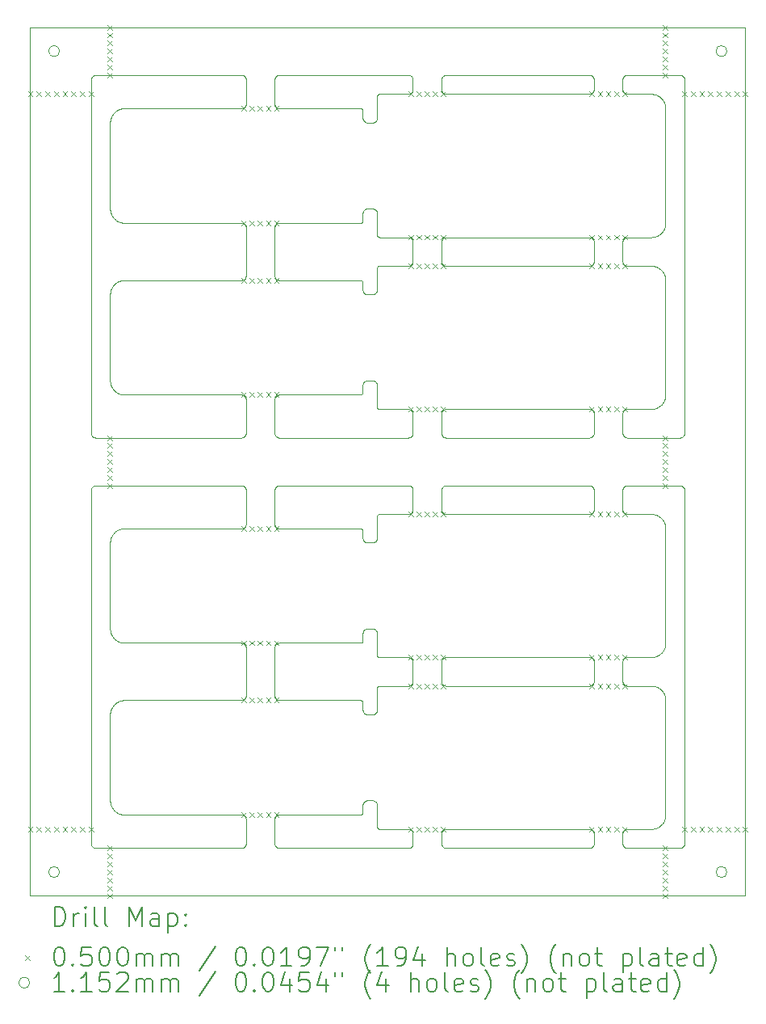
<source format=gbr>
%TF.GenerationSoftware,KiCad,Pcbnew,8.0.1*%
%TF.CreationDate,2025-03-12T15:21:45+01:00*%
%TF.ProjectId,panel_E,70616e65-6c5f-4452-9e6b-696361645f70,E*%
%TF.SameCoordinates,Original*%
%TF.FileFunction,Drillmap*%
%TF.FilePolarity,Positive*%
%FSLAX45Y45*%
G04 Gerber Fmt 4.5, Leading zero omitted, Abs format (unit mm)*
G04 Created by KiCad (PCBNEW 8.0.1) date 2025-03-12 15:21:45*
%MOMM*%
%LPD*%
G01*
G04 APERTURE LIST*
%ADD10C,0.100000*%
%ADD11C,0.200000*%
%ADD12C,0.115200*%
G04 APERTURE END LIST*
D10*
X3486844Y-2030538D02*
X3486976Y-2030034D01*
X6213146Y-4042577D02*
X6213564Y-4040164D01*
X5883833Y-2204792D02*
X5886021Y-2205893D01*
X3648232Y-8395509D02*
X3648762Y-8395839D01*
X4318492Y-673647D02*
X4317391Y-671459D01*
X4007609Y-4271435D02*
X4006508Y-4273623D01*
X3592491Y-3700272D02*
X3594922Y-3700572D01*
X3660710Y-5100099D02*
X3657991Y-5100445D01*
X868510Y-3791307D02*
X869282Y-3792305D01*
X920882Y-3834378D02*
X922014Y-3834934D01*
X980536Y-2049823D02*
X987183Y-2049992D01*
X6250381Y-5098507D02*
X6248021Y-5097854D01*
X840714Y-6330812D02*
X842145Y-6336981D01*
X6579120Y-8384377D02*
X6584734Y-8381445D01*
X3962499Y-4300000D02*
X2612504Y-4300000D01*
X2260902Y-537778D02*
X2261439Y-540168D01*
X3487500Y-2675627D02*
X3487468Y-2674374D01*
X638995Y-4837775D02*
X639649Y-4835415D01*
X3643966Y-6908258D02*
X3643545Y-6908724D01*
X3487765Y-2754981D02*
X3487585Y-2752539D01*
X2571033Y-3872155D02*
X2572443Y-3870152D01*
X5881594Y-2203799D02*
X5883833Y-2204792D01*
X6257610Y-6899762D02*
X6255179Y-6899463D01*
X2565523Y-8283067D02*
X2566404Y-8280782D01*
X3587599Y-1900032D02*
X3590048Y-1900092D01*
X2610073Y-3850039D02*
X2612523Y-3849979D01*
X846633Y-6351499D02*
X847071Y-6352682D01*
X3484079Y-2662420D02*
X3483354Y-2661256D01*
X949295Y-3845038D02*
X950517Y-3845354D01*
X3472357Y-8247957D02*
X3472918Y-8247682D01*
X3976980Y-502149D02*
X3979306Y-502917D01*
X3624568Y-2783608D02*
X3622879Y-2785382D01*
X6661778Y-2064544D02*
X6662259Y-2058229D01*
X4007608Y-4828566D02*
X4008601Y-4830805D01*
X4314756Y-4835422D02*
X4315524Y-4833096D01*
X6643331Y-2576659D02*
X6640118Y-2571201D01*
X4336853Y-4807101D02*
X4338984Y-4805894D01*
X4005300Y-4824247D02*
X4006507Y-4826378D01*
X3983814Y-695238D02*
X3981575Y-696231D01*
X5881593Y-4803799D02*
X5883832Y-4804791D01*
X3650934Y-2502864D02*
X3650377Y-2503154D01*
X6603807Y-2168990D02*
X6604805Y-2168218D01*
X864037Y-7114839D02*
X860552Y-7120126D01*
X4316398Y-669220D02*
X4315517Y-666935D01*
X6662500Y-3849683D02*
X6662500Y-2650317D01*
X3484579Y-2036653D02*
X3485679Y-2034258D01*
X2572426Y-7029846D02*
X2571015Y-7027844D01*
X2582780Y-2640201D02*
X2580849Y-2638694D01*
X4352773Y-4800959D02*
X4355187Y-4800540D01*
X6527044Y-700721D02*
X6520729Y-700241D01*
X884623Y-2690858D02*
X883709Y-2691727D01*
X4332797Y-6609819D02*
X4334800Y-6608409D01*
X2253984Y-2627839D02*
X2252574Y-2629842D01*
X3472358Y-6447962D02*
X3472825Y-6447730D01*
X2262400Y-2099886D02*
X2262394Y-2600115D01*
X3463240Y-6449968D02*
X3463761Y-6449957D01*
X2595694Y-5247104D02*
X2593409Y-5246222D01*
X2262157Y-545012D02*
X2262337Y-547455D01*
X6577983Y-6915065D02*
X6572229Y-6912421D01*
X3641988Y-710728D02*
X3641714Y-711171D01*
X3486117Y-2666924D02*
X3485930Y-2666328D01*
X4011419Y-6640162D02*
X4011837Y-6642575D01*
X6635241Y-6536199D02*
X6635962Y-6535163D01*
X3487276Y-6428153D02*
X3487355Y-6427530D01*
X6245690Y-2202917D02*
X6248015Y-2202149D01*
X844205Y-8144298D02*
X844583Y-8145501D01*
X5867370Y-2499767D02*
X5864927Y-2499947D01*
X3494626Y-5375734D02*
X3493419Y-5373604D01*
X3981573Y-2203798D02*
X3983812Y-2204791D01*
X6236852Y-5092904D02*
X6234783Y-5091594D01*
X3606696Y-6303830D02*
X3608935Y-6304823D01*
X3651502Y-8397433D02*
X3652076Y-8397679D01*
X5888152Y-6607100D02*
X5890222Y-6608411D01*
X4350375Y-501495D02*
X4352764Y-500959D01*
X3644914Y-8392739D02*
X3645280Y-8393109D01*
X3992225Y-4290180D02*
X3990223Y-4291590D01*
X4007609Y-8571435D02*
X4006508Y-8573623D01*
X6625891Y-6548174D02*
X6626712Y-6547217D01*
X6643332Y-2123339D02*
X6643944Y-2122236D01*
X6219705Y-5075757D02*
X6218498Y-5073626D01*
X3486512Y-8231871D02*
X3486829Y-8230646D01*
X3472827Y-2047729D02*
X3475163Y-2046509D01*
X5910251Y-8564585D02*
X5909483Y-8566911D01*
X6646877Y-2583379D02*
X6643945Y-2577766D01*
X3611123Y-1905924D02*
X3613254Y-1907131D01*
X2224624Y-2051479D02*
X2226984Y-2052133D01*
X3487404Y-5273101D02*
X3487356Y-5272475D01*
X6262502Y-6900003D02*
X6260053Y-6899943D01*
X896193Y-7081010D02*
X895195Y-7081782D01*
X3972234Y-4800959D02*
X3974624Y-4801496D01*
X6250381Y-6601495D02*
X6252770Y-6600959D01*
X6655794Y-7005702D02*
X6655417Y-7004498D01*
X6248015Y-2202149D02*
X6250376Y-2201496D01*
X4348065Y-5097867D02*
X4345739Y-5097099D01*
X4341167Y-6895224D02*
X4338979Y-6894122D01*
X3997785Y-4285385D02*
X3996011Y-4287073D01*
X4341187Y-2204790D02*
X4343426Y-2203798D01*
X3641993Y-8389279D02*
X3642303Y-8389697D01*
X3976985Y-8597851D02*
X3974625Y-8598505D01*
X2593409Y-2646222D02*
X2591170Y-2645230D01*
X4362501Y-4300000D02*
X4360052Y-4299940D01*
X684952Y-8599940D02*
X682509Y-8599760D01*
X943202Y-856705D02*
X941998Y-857083D01*
X3507696Y-7190154D02*
X3505766Y-7188648D01*
X2249450Y-833628D02*
X2247761Y-835402D01*
X6212620Y-8449895D02*
X6212680Y-8447445D01*
X884625Y-6409143D02*
X889324Y-6413389D01*
X4332775Y-4290180D02*
X4330844Y-4288673D01*
X614Y-9100000D02*
X7499386Y-9100000D01*
X4312660Y-652573D02*
X4312600Y-650123D01*
X2262378Y-8299882D02*
X2262397Y-8550095D01*
X3981573Y-6603798D02*
X3983812Y-6604790D01*
X2236022Y-7044124D02*
X2233834Y-7045225D01*
X972954Y-5250722D02*
X971699Y-5250849D01*
X3487765Y-3745026D02*
X3488066Y-3742596D01*
X6661650Y-834196D02*
X6660850Y-827914D01*
X6854090Y-522177D02*
X6855401Y-524246D01*
X3967386Y-5099788D02*
X3964944Y-5099969D01*
X6214753Y-535420D02*
X6215521Y-533094D01*
X4011434Y-2459861D02*
X4010897Y-2462251D01*
X3606685Y-7196198D02*
X3604399Y-7197079D01*
X3972230Y-500959D02*
X3974620Y-501496D01*
X5897783Y-6614617D02*
X5899472Y-6616391D01*
X3997781Y-514618D02*
X3999470Y-516392D01*
X4348015Y-4002149D02*
X4350375Y-4001495D01*
X2562666Y-2602570D02*
X2562606Y-2600120D01*
X3994134Y-688704D02*
X3992204Y-690210D01*
X3983812Y-2204791D02*
X3986000Y-2205892D01*
X2253967Y-8272159D02*
X2255278Y-8274228D01*
X6657538Y-3888204D02*
X6657854Y-3886983D01*
X2564101Y-2612246D02*
X2563565Y-2609856D01*
X6216404Y-2469200D02*
X6215523Y-2466915D01*
X6639448Y-770126D02*
X6635963Y-764839D01*
X896193Y-2681010D02*
X895195Y-2681782D01*
X6260057Y-4000060D02*
X6262506Y-4000000D01*
X4348023Y-4802149D02*
X4350383Y-4801496D01*
X6262502Y-2200000D02*
X6512183Y-2200000D01*
X6214096Y-4837776D02*
X6214749Y-4835416D01*
X2564749Y-8564584D02*
X2564096Y-8562224D01*
X3483705Y-8238211D02*
X3484008Y-8237665D01*
X6625891Y-2148174D02*
X6626712Y-2147217D01*
X2253984Y-5227839D02*
X2252574Y-5229842D01*
X838349Y-7184199D02*
X838222Y-7185454D01*
X4360054Y-6899955D02*
X4357612Y-6899775D01*
X3655734Y-2500969D02*
X3653140Y-2501855D01*
X2222234Y-4800959D02*
X2224624Y-4801495D01*
X7499988Y-9099890D02*
X7500000Y-9099389D01*
X2605183Y-7049481D02*
X2602770Y-7049062D01*
X3635350Y-5364580D02*
X3634582Y-5366906D01*
X6252766Y-6899044D02*
X6250376Y-6898507D01*
X2562660Y-2097431D02*
X2562841Y-2094988D01*
X3647729Y-3995120D02*
X3648223Y-3995503D01*
X859883Y-6378801D02*
X860550Y-6379871D01*
X4007587Y-671468D02*
X4006486Y-673655D01*
X3532534Y-6300272D02*
X3534976Y-6300092D01*
X3626173Y-8118276D02*
X3627680Y-8120207D01*
X3606696Y-1903830D02*
X3608935Y-1904823D01*
X3493421Y-1926400D02*
X3494628Y-1924269D01*
X838221Y-5385456D02*
X837741Y-5391771D01*
X2567391Y-4828565D02*
X2568493Y-4826378D01*
X6238999Y-694112D02*
X6236868Y-692905D01*
X3604399Y-997079D02*
X3602073Y-997847D01*
X684952Y-4800060D02*
X687401Y-4800000D01*
X6635241Y-8336199D02*
X6635962Y-8335163D01*
X3486844Y-6430538D02*
X3486976Y-6430034D01*
X936001Y-859133D02*
X934818Y-859571D01*
X3489022Y-5362211D02*
X3488485Y-5359823D01*
X964165Y-2048159D02*
X965412Y-2048350D01*
X874109Y-5301826D02*
X873288Y-5302783D01*
X2607608Y-849781D02*
X2605178Y-849481D01*
X3648221Y-2504493D02*
X3647811Y-2504813D01*
X2572443Y-3870152D02*
X2573950Y-3868222D01*
X964162Y-5251841D02*
X957929Y-5252959D01*
X859882Y-5321201D02*
X856669Y-5326659D01*
X2607631Y-3850219D02*
X2610073Y-3850039D01*
X6660850Y-8272086D02*
X6661650Y-8265803D01*
X5895988Y-4012925D02*
X5897762Y-4014614D01*
X860550Y-920129D02*
X859883Y-921199D01*
X5899450Y-4016387D02*
X5901050Y-4018242D01*
X6221015Y-5077826D02*
X6219705Y-5075757D01*
X3483972Y-3837762D02*
X3484638Y-3836564D01*
X3653134Y-701843D02*
X3652649Y-702035D01*
X4329012Y-2212925D02*
X4330866Y-2211326D01*
X5901050Y-4018242D02*
X5902557Y-4020172D01*
X2607612Y-4299760D02*
X2605181Y-4299460D01*
X883707Y-2691729D02*
X879229Y-2696207D01*
X3493419Y-5373604D02*
X3492318Y-5371417D01*
X3624573Y-6316421D02*
X3626173Y-6318276D01*
X979271Y-5250241D02*
X972956Y-5250722D01*
X5905298Y-4824249D02*
X5906505Y-4826380D01*
X5910882Y-5062235D02*
X5910229Y-5064596D01*
X3597321Y-2799036D02*
X3594908Y-2799454D01*
X2217390Y-4800240D02*
X2219821Y-4800540D01*
X3469977Y-5251161D02*
X3469373Y-5250988D01*
X3481791Y-859131D02*
X3481463Y-858726D01*
X2593404Y-846222D02*
X2591165Y-845230D01*
X2238153Y-4292901D02*
X2236022Y-4294108D01*
X6630718Y-2142305D02*
X6631490Y-2141307D01*
X3641993Y-2189279D02*
X3642303Y-2189697D01*
X5902557Y-4020172D02*
X5903967Y-4022175D01*
X6257610Y-4800240D02*
X6260052Y-4800060D01*
X3470578Y-2048633D02*
X3471864Y-2048157D01*
X2564749Y-4835415D02*
X2565517Y-4833090D01*
X3638503Y-6581866D02*
X3639355Y-6584359D01*
X3530089Y-5399434D02*
X3527677Y-5399015D01*
X902336Y-2676538D02*
X901301Y-2677259D01*
X837500Y-3699684D02*
X837508Y-3700315D01*
X3488066Y-957411D02*
X3487765Y-954981D01*
X3661864Y-2500032D02*
X3661237Y-2500048D01*
X2229308Y-8597083D02*
X2226982Y-8597851D01*
X4318493Y-2473635D02*
X4317392Y-2471447D01*
X2577221Y-8264594D02*
X2578995Y-8262905D01*
X4011860Y-4257422D02*
X4011441Y-4259835D01*
X2261860Y-7007437D02*
X2261441Y-7009850D01*
X3643542Y-6908728D02*
X3643145Y-6909214D01*
X837508Y-3700316D02*
X837676Y-3706964D01*
X5910232Y-535435D02*
X5910884Y-537797D01*
X2566404Y-7019217D02*
X2565523Y-7016932D01*
X6661650Y-5234196D02*
X6660850Y-5227914D01*
X3637440Y-5352541D02*
X3637259Y-5354984D01*
X6660659Y-8273335D02*
X6660850Y-8272088D01*
X5886000Y-4005891D02*
X5888131Y-4007099D01*
X5874621Y-4298504D02*
X5872231Y-4299041D01*
X844205Y-5355705D02*
X842463Y-5361793D01*
X2586852Y-2642922D02*
X2584783Y-2641611D01*
X2245988Y-837091D02*
X2244133Y-838690D01*
X6218514Y-673630D02*
X6217413Y-671442D01*
X3485927Y-2666318D02*
X3485680Y-2665744D01*
X3509706Y-3708438D02*
X3511775Y-3707129D01*
X6213161Y-657431D02*
X6212861Y-655000D01*
X6655795Y-2094295D02*
X6657537Y-2088207D01*
X6620771Y-746207D02*
X6616293Y-741729D01*
X3964943Y-500060D02*
X3967385Y-500240D01*
X844205Y-6344298D02*
X844583Y-6345501D01*
X3487524Y-2750091D02*
X3487500Y-2675629D01*
X3990223Y-4008410D02*
X3992225Y-4009820D01*
X5895988Y-2487082D02*
X5894134Y-2488682D01*
X5881596Y-8403798D02*
X5883835Y-8404791D01*
X3637532Y-6924370D02*
X3637500Y-6925631D01*
X3637440Y-1947484D02*
X3637500Y-1949933D01*
X3967391Y-8400240D02*
X3969822Y-8400540D01*
X6577983Y-5115065D02*
X6572229Y-5112421D01*
X6212665Y-5052552D02*
X6212605Y-5050103D01*
X3491327Y-6330825D02*
X3492320Y-6328587D01*
X6563996Y-5109132D02*
X6558004Y-5107084D01*
X4312660Y-4252548D02*
X4312600Y-4250099D01*
X6653367Y-6998501D02*
X6652929Y-6997318D01*
X2566404Y-5219217D02*
X2565523Y-5216932D01*
X2591165Y-845230D02*
X2588977Y-844129D01*
X640417Y-4266911D02*
X639649Y-4264585D01*
X3648232Y-3995509D02*
X3648762Y-3995839D01*
X6639449Y-2129871D02*
X6640117Y-2128801D01*
X957929Y-6447041D02*
X964162Y-6448158D01*
X6657537Y-5211793D02*
X6655795Y-5205705D01*
X6838254Y-4807099D02*
X6840323Y-4808410D01*
X3979290Y-697112D02*
X3976965Y-697880D01*
X4319706Y-4824252D02*
X4321016Y-4822182D01*
X3518331Y-3703829D02*
X3520616Y-3702948D01*
X6626714Y-6547215D02*
X6630716Y-6542307D01*
X3590033Y-2799933D02*
X3587583Y-2799992D01*
X3636960Y-957415D02*
X3636541Y-959829D01*
X3657989Y-6900445D02*
X3657474Y-6900522D01*
X2605178Y-2050519D02*
X2607609Y-2050219D01*
X3615323Y-6308442D02*
X3617325Y-6309852D01*
X3964926Y-6600060D02*
X3967369Y-6600240D01*
X639649Y-8564585D02*
X638995Y-8562225D01*
X3503912Y-2787049D02*
X3502139Y-2785361D01*
X2253984Y-6472161D02*
X2255295Y-6474230D01*
X837500Y-2800317D02*
X837500Y-3699683D01*
X5911838Y-5057433D02*
X5911419Y-5059846D01*
X3619256Y-3711359D02*
X3621111Y-3712959D01*
X3659347Y-8399776D02*
X3659970Y-8399855D01*
X2226979Y-2647867D02*
X2224618Y-2648521D01*
X3481460Y-3841270D02*
X3481842Y-3840776D01*
X3638308Y-6918740D02*
X3638205Y-6919251D01*
X2602765Y-6450938D02*
X2605178Y-6450519D01*
X5912400Y-8550099D02*
X5912340Y-8552548D01*
X3656232Y-2500810D02*
X3655736Y-2500968D01*
X5903902Y-677844D02*
X5902492Y-679845D01*
X6650079Y-6990271D02*
X6647435Y-6984516D01*
X2236016Y-2644124D02*
X2233829Y-2645225D01*
X914161Y-8230832D02*
X915264Y-8231444D01*
X2253990Y-2072161D02*
X2255300Y-2074230D01*
X4006508Y-8426377D02*
X4007609Y-8428565D01*
X3622879Y-5385382D02*
X3621104Y-5387071D01*
X3626169Y-7181754D02*
X3624568Y-7183608D01*
X4316400Y-6869208D02*
X4315519Y-6866923D01*
X2607609Y-6450219D02*
X2610051Y-6450039D01*
X6858701Y-4830804D02*
X6859583Y-4833089D01*
X5912138Y-4045005D02*
X5912318Y-4047447D01*
X956691Y-3846787D02*
X957926Y-3847041D01*
X6255199Y-699463D02*
X6252786Y-699044D01*
X2233834Y-4295209D02*
X2231595Y-4296201D01*
X4341165Y-695233D02*
X4338978Y-694132D01*
X943202Y-5256706D02*
X941998Y-5257083D01*
X3592491Y-8100272D02*
X3594922Y-8100572D01*
X5912340Y-8447451D02*
X5912400Y-8449901D01*
X6831696Y-4803798D02*
X6833935Y-4804791D01*
X5909460Y-5066921D02*
X5908579Y-5069206D01*
X3611113Y-5394105D02*
X3608925Y-5395206D01*
X2584783Y-2641611D02*
X2582780Y-2640201D01*
X6534588Y-8398350D02*
X6535835Y-8398159D01*
X3489022Y-6337794D02*
X3489676Y-6335434D01*
X6640118Y-6528799D02*
X6643331Y-6523341D01*
X6257629Y-8400240D02*
X6260071Y-8400060D01*
X860552Y-6379873D02*
X864037Y-6385161D01*
X3962477Y-6600000D02*
X3964926Y-6600060D01*
X3513905Y-1905922D02*
X3516093Y-1904821D01*
X5912318Y-6852560D02*
X5912138Y-6855002D01*
X5867388Y-6600240D02*
X5869819Y-6600540D01*
X2577221Y-2635406D02*
X2575532Y-2633632D01*
X5912379Y-2450110D02*
X5912318Y-2452560D01*
X6659541Y-5220426D02*
X6659287Y-5219191D01*
X842146Y-3736983D02*
X842462Y-3738204D01*
X5892203Y-6890188D02*
X5890200Y-6891598D01*
X3613245Y-2792898D02*
X3611113Y-2794105D01*
X3494628Y-1924269D02*
X3495939Y-1922201D01*
X889324Y-7086611D02*
X884625Y-7090856D01*
X6655417Y-3895501D02*
X6655794Y-3894298D01*
X3983828Y-2495237D02*
X3981589Y-2496230D01*
X4314769Y-8564565D02*
X4314116Y-8562203D01*
X4314771Y-2235411D02*
X4315539Y-2233086D01*
X3663133Y-8400000D02*
X3962499Y-8400000D01*
X4327215Y-4014615D02*
X4328989Y-4012926D01*
X2573927Y-2068223D02*
X2575526Y-2066369D01*
X6252770Y-500959D02*
X6255183Y-500540D01*
X2257609Y-4828565D02*
X2258601Y-4830805D01*
X2610051Y-6450039D02*
X2612501Y-6449979D01*
X5910903Y-2237779D02*
X5911439Y-2240169D01*
X5905284Y-524261D02*
X5906491Y-526393D01*
X3658094Y-8399584D02*
X3659345Y-8399776D01*
X3972215Y-699070D02*
X3969802Y-699488D01*
X6630718Y-8342305D02*
X6631490Y-8341307D01*
X3631605Y-2773619D02*
X3630398Y-2775750D01*
X2564748Y-535415D02*
X2565516Y-533089D01*
X3644851Y-2507350D02*
X3643084Y-2509306D01*
X4012394Y-549908D02*
X4012380Y-650134D01*
X3503912Y-7187049D02*
X3502139Y-7185361D01*
X884623Y-5290858D02*
X883709Y-5291727D01*
X3650373Y-2503157D02*
X3649832Y-2503475D01*
X4318510Y-8573607D02*
X4317409Y-8571418D01*
X3587583Y-7199992D02*
X3537409Y-7199976D01*
X979271Y-7050241D02*
X972956Y-7050721D01*
X12Y-110D02*
X0Y-611D01*
X6572227Y-2512420D02*
X6571067Y-2511922D01*
X3974620Y-5098533D02*
X3972230Y-5099070D01*
X6213564Y-6640164D02*
X6214101Y-6637774D01*
X6579118Y-715621D02*
X6577986Y-715066D01*
X6248036Y-697855D02*
X6245711Y-697086D01*
X3486978Y-2030026D02*
X3487068Y-2029513D01*
X3481097Y-2041656D02*
X3481458Y-2041280D01*
X5872231Y-4800959D02*
X5874621Y-4801496D01*
X2573927Y-6468223D02*
X2575526Y-6466369D01*
X6262521Y-700003D02*
X6260072Y-699943D01*
X5907586Y-4028562D02*
X5908579Y-4030801D01*
X2600376Y-4801495D02*
X2602766Y-4800959D01*
X4313189Y-5057446D02*
X4312889Y-5055015D01*
X895193Y-2681784D02*
X890285Y-2685786D01*
X3655023Y-8398844D02*
X3655525Y-8398985D01*
X3532519Y-5399735D02*
X3530089Y-5399434D01*
X3594908Y-5399454D02*
X3592476Y-5399753D01*
X4003987Y-522181D02*
X4005297Y-524250D01*
X2573932Y-5231777D02*
X2572426Y-5229847D01*
X4009483Y-4266911D02*
X4008601Y-4269196D01*
X4348015Y-4297851D02*
X4345689Y-4297083D01*
X4008601Y-4030804D02*
X4009483Y-4033089D01*
X934818Y-8240429D02*
X936001Y-8240867D01*
X972956Y-2049278D02*
X979271Y-2049759D01*
X965412Y-851650D02*
X964165Y-851841D01*
X2580867Y-3861305D02*
X2582797Y-3859798D01*
X839150Y-5377914D02*
X838350Y-5384196D01*
X2229305Y-3852901D02*
X2231590Y-3853782D01*
X6862260Y-4254991D02*
X6861960Y-4257422D01*
X6655794Y-5205702D02*
X6655417Y-5204499D01*
X2586847Y-8592900D02*
X2584777Y-8591590D01*
X837500Y-8099684D02*
X837508Y-8100315D01*
X2602770Y-5249062D02*
X2600380Y-5248525D01*
X3636004Y-6337807D02*
X3636541Y-6340197D01*
X873286Y-7102785D02*
X869284Y-7107693D01*
X5883835Y-8595209D02*
X5881596Y-8596202D01*
X3969800Y-2200540D02*
X3972213Y-2200959D01*
X884623Y-7090858D02*
X883709Y-7091727D01*
X2568493Y-8573622D02*
X2567391Y-8571434D01*
X6250381Y-2498508D02*
X6248021Y-2497854D01*
X3615323Y-1908442D02*
X3617325Y-1909852D01*
X869282Y-907695D02*
X868510Y-908693D01*
X3639306Y-8384265D02*
X3639847Y-8385525D01*
X2568491Y-526377D02*
X2569699Y-524246D01*
X5911438Y-4259831D02*
X5910901Y-4262221D01*
X3481023Y-8241730D02*
X3481453Y-8241277D01*
X849921Y-6359729D02*
X852565Y-6365483D01*
X6849573Y-8583611D02*
X6847885Y-8585385D01*
X677665Y-8599041D02*
X675275Y-8598505D01*
X6650578Y-2591433D02*
X6650080Y-2590273D01*
X920879Y-5265623D02*
X915266Y-5268555D01*
X837676Y-5393036D02*
X837508Y-5399683D01*
X5883816Y-504794D02*
X5886004Y-505896D01*
X3488485Y-2759823D02*
X3488066Y-2757411D01*
X5911439Y-2240169D02*
X5911858Y-2242582D01*
X6221032Y-677829D02*
X6219721Y-675761D01*
X3481096Y-858342D02*
X3479232Y-856479D01*
X4003990Y-4822178D02*
X4005300Y-4824247D01*
X4002580Y-4279825D02*
X4001073Y-4281756D01*
X3967371Y-699788D02*
X3964929Y-699968D01*
X3657989Y-5100445D02*
X3657474Y-5100522D01*
X6565182Y-2509571D02*
X6563999Y-2509133D01*
X4312600Y-650123D02*
X4312599Y-549901D01*
X3608925Y-2795206D02*
X3606685Y-2796198D01*
X5876902Y-697860D02*
X5874542Y-698513D01*
X2575528Y-4283610D02*
X2573929Y-4281755D01*
X3986019Y-505893D02*
X3988150Y-507100D01*
X3464288Y-850098D02*
X3463770Y-850044D01*
X3637440Y-952541D02*
X3637259Y-954984D01*
X6827085Y-8597851D02*
X6824725Y-8598505D01*
X2602765Y-2050938D02*
X2605178Y-2050519D01*
X3464288Y-5250099D02*
X3463770Y-5250044D01*
X3640976Y-6587670D02*
X3641702Y-6588834D01*
X3483709Y-3838214D02*
X3483971Y-3837764D01*
X2247761Y-8264598D02*
X2249450Y-8266372D01*
X4350383Y-4801496D02*
X4352773Y-4800959D01*
X6217392Y-4828566D02*
X6218493Y-4826378D01*
X5907606Y-4828568D02*
X5908598Y-4830807D01*
X6662323Y-6456964D02*
X6662492Y-6450316D01*
X6591301Y-6577617D02*
X6592371Y-6576949D01*
X849921Y-8159729D02*
X852565Y-8165483D01*
X4343404Y-4296202D02*
X4341165Y-4295209D01*
X5883813Y-2495217D02*
X5881574Y-2496209D01*
X3493421Y-8126400D02*
X3494628Y-8124269D01*
X6646878Y-6516618D02*
X6647434Y-6515486D01*
X4325528Y-2483624D02*
X4323928Y-2481770D01*
X964162Y-7051841D02*
X957929Y-7052959D01*
X4328990Y-2487087D02*
X4327217Y-2485398D01*
X2260245Y-6485398D02*
X2260899Y-6487759D01*
X3513896Y-2794081D02*
X3511766Y-2792874D01*
X3502145Y-8114642D02*
X3503918Y-8112954D01*
X6631491Y-3941305D02*
X6635240Y-3936201D01*
X2257607Y-528567D02*
X2258600Y-530807D01*
X3472358Y-2047962D02*
X3472825Y-2047730D01*
X4313561Y-6859846D02*
X4313142Y-6857433D01*
X6215518Y-4266910D02*
X6214749Y-4264584D01*
X3487500Y-6424370D02*
X3487524Y-6349917D01*
X2588977Y-505892D02*
X2591164Y-504791D01*
X4355178Y-4299460D02*
X4352765Y-4299041D01*
X6652929Y-6502682D02*
X6653367Y-6501499D01*
X6653367Y-798501D02*
X6652929Y-797318D01*
X840459Y-5370429D02*
X839341Y-5376662D01*
X5876982Y-4297851D02*
X5874621Y-4298504D01*
X6657854Y-2613017D02*
X6657538Y-2611796D01*
X6659286Y-5219188D02*
X6657855Y-5213019D01*
X6229011Y-8412924D02*
X6230866Y-8411325D01*
X3534976Y-1900092D02*
X3537425Y-1900032D01*
X4352767Y-6899056D02*
X4350378Y-6898520D01*
X6646878Y-8316618D02*
X6647434Y-8315486D01*
X4357658Y-5099775D02*
X4355227Y-5099475D01*
X3592491Y-1900272D02*
X3594922Y-1900572D01*
X6252786Y-8400959D02*
X6255199Y-8400540D01*
X3494628Y-6324269D02*
X3495939Y-6322201D01*
X987815Y-7050000D02*
X987184Y-7050008D01*
X6639449Y-8329871D02*
X6640117Y-8328801D01*
X4343424Y-8596199D02*
X4341184Y-8595206D01*
X3487404Y-8226897D02*
X3487468Y-8225629D01*
X2236022Y-4805892D02*
X2238153Y-4807099D01*
X6243408Y-503799D02*
X6245694Y-502917D01*
X5909397Y-666938D02*
X5908515Y-669221D01*
X6659541Y-820426D02*
X6659287Y-819191D01*
X3486117Y-866924D02*
X3485930Y-866328D01*
X657675Y-4290180D02*
X655744Y-4288673D01*
X2591188Y-3854770D02*
X2593427Y-3853777D01*
X5900985Y-681775D02*
X5899385Y-683628D01*
X4330895Y-5088691D02*
X4329041Y-5087092D01*
X3637500Y-2525633D02*
X3637500Y-2750091D01*
X3492320Y-1928587D02*
X3493421Y-1926400D01*
X6647435Y-8315483D02*
X6650079Y-8309729D01*
X3590048Y-6300092D02*
X3592491Y-6300272D01*
X6862440Y-8552548D02*
X6862260Y-8554991D01*
X6260052Y-2200060D02*
X6262502Y-2200000D01*
X2578990Y-4812927D02*
X2580844Y-4811327D01*
X847071Y-5347318D02*
X846633Y-5348501D01*
X3637596Y-2523103D02*
X3637532Y-2524367D01*
X4343404Y-696226D02*
X4341165Y-695233D01*
X4010247Y-535420D02*
X4010900Y-537781D01*
X6535835Y-5101841D02*
X6534588Y-5101650D01*
X4316421Y-6630801D02*
X4317414Y-6628562D01*
X6260057Y-6600060D02*
X6262506Y-6600000D01*
X3500456Y-3716415D02*
X3502145Y-3714642D01*
X3641644Y-2511258D02*
X3641299Y-2511782D01*
X3986000Y-2205892D02*
X3988131Y-2207099D01*
X3636541Y-8140197D02*
X3636960Y-8142610D01*
X3653233Y-5101807D02*
X3652650Y-5102040D01*
X979271Y-850241D02*
X972956Y-850721D01*
X6252765Y-2200959D02*
X6255179Y-2200540D01*
X3663133Y-4000000D02*
X3962499Y-4000000D01*
X3649742Y-703540D02*
X3649285Y-703791D01*
X3608935Y-3704823D02*
X3611123Y-3705924D01*
X4010904Y-4262225D02*
X4010251Y-4264585D01*
X3656857Y-8399330D02*
X3657468Y-8399472D01*
X4010904Y-4037775D02*
X4011441Y-4040165D01*
X2233833Y-504791D02*
X2236021Y-505893D01*
X4319722Y-6624244D02*
X4321032Y-6622175D01*
X6819922Y-8599460D02*
X6817491Y-8599760D01*
X6579120Y-3984377D02*
X6584734Y-3981445D01*
X5911838Y-542602D02*
X5912136Y-545034D01*
X3988154Y-4292901D02*
X3986023Y-4294108D01*
X2260246Y-3885398D02*
X2260899Y-3887759D01*
X6662492Y-7049683D02*
X6662323Y-7043036D01*
X2566399Y-8569195D02*
X2565517Y-8566910D01*
X6661650Y-7034196D02*
X6660850Y-7027914D01*
X3637721Y-3978049D02*
X3638205Y-3980747D01*
X6223932Y-4018243D02*
X6225532Y-4016389D01*
X659677Y-508410D02*
X661746Y-507099D01*
X2591164Y-504791D02*
X2593403Y-503798D01*
X2591166Y-4804791D02*
X2593405Y-4803799D01*
X3983828Y-6895237D02*
X3981589Y-6896230D01*
X859883Y-1978801D02*
X860550Y-1979871D01*
X2219819Y-500540D02*
X2222233Y-500959D01*
X6862260Y-8554991D02*
X6861960Y-8557422D01*
X4334779Y-6891605D02*
X4332776Y-6890194D01*
X2569699Y-524246D02*
X2571009Y-522177D01*
X3639305Y-5115738D02*
X3639072Y-5116321D01*
X3661870Y-2199968D02*
X3663131Y-2200000D01*
X4319701Y-6875766D02*
X4318493Y-6873635D01*
X637500Y-8550099D02*
X637500Y-4849901D01*
X844583Y-954498D02*
X844205Y-955702D01*
X6650579Y-8308565D02*
X6652928Y-8302684D01*
X3962499Y-4000000D02*
X3964948Y-4000060D01*
X5888151Y-4292900D02*
X5886019Y-4294107D01*
X6558004Y-2192916D02*
X6563996Y-2190868D01*
X6662259Y-841771D02*
X6661778Y-835456D01*
X3481031Y-7058254D02*
X3480610Y-7057789D01*
X2565540Y-3883066D02*
X2566421Y-3880781D01*
X908699Y-5272383D02*
X907629Y-5273051D01*
X936003Y-3840868D02*
X941996Y-3842916D01*
X6643944Y-2577764D02*
X6643332Y-2576661D01*
X957929Y-2047041D02*
X964162Y-2048158D01*
X3983835Y-4004791D02*
X3986023Y-4005892D01*
X6260052Y-4800060D02*
X6262502Y-4800000D01*
X3637500Y-3749933D02*
X3637500Y-3974366D01*
X3969821Y-4800540D02*
X3972234Y-4800959D01*
X4352765Y-699065D02*
X4350376Y-698529D01*
X6657855Y-2086981D02*
X6659286Y-2080812D01*
X3615315Y-5391588D02*
X3613245Y-5392898D01*
X4328989Y-687098D02*
X4327216Y-685409D01*
X3629090Y-1922209D02*
X3630401Y-1924278D01*
X837676Y-6306967D02*
X837740Y-6308226D01*
X4357612Y-6899775D02*
X4355181Y-6899475D01*
X856055Y-2727766D02*
X853122Y-2733379D01*
X4313140Y-4042578D02*
X4313559Y-4040165D01*
X6225549Y-8416387D02*
X6227237Y-8414613D01*
X6603805Y-5131009D02*
X6598701Y-5127260D01*
X840459Y-3729574D02*
X840713Y-3730809D01*
X4362511Y-4800000D02*
X5862494Y-4800000D01*
X5886021Y-2205893D02*
X5888152Y-2207100D01*
X5895988Y-5087082D02*
X5894133Y-5088681D01*
X5872213Y-500959D02*
X5874603Y-501496D01*
X3622885Y-3714647D02*
X3624573Y-3716421D01*
X3537409Y-2799976D02*
X3534960Y-2799915D01*
X3647205Y-705245D02*
X3646719Y-705641D01*
X3637532Y-724370D02*
X3637500Y-725631D01*
X868509Y-5308695D02*
X864760Y-5313799D01*
X2226984Y-2052133D02*
X2229310Y-2052901D01*
X6213560Y-4840166D02*
X6214096Y-4837776D01*
X6228989Y-2212927D02*
X6230844Y-2211327D01*
X6232780Y-6609820D02*
X6234783Y-6608409D01*
X3490444Y-5366895D02*
X3489675Y-5364571D01*
X3644841Y-2192663D02*
X3645285Y-2193106D01*
X6212661Y-2247453D02*
X6212841Y-2245010D01*
X2260251Y-7014601D02*
X2259483Y-7016926D01*
X670589Y-4297083D02*
X668304Y-4296202D01*
X2563559Y-2090144D02*
X2564096Y-2087755D01*
X5903967Y-4022175D02*
X5905278Y-4024244D01*
X6241171Y-5095212D02*
X6238983Y-5094111D01*
X2564101Y-7012246D02*
X2563565Y-7009856D01*
X2212476Y-850016D02*
X987817Y-850000D01*
X3981596Y-4296202D02*
X3979311Y-4297083D01*
X655744Y-4288673D02*
X653889Y-4287073D01*
X3660498Y-3999898D02*
X3661867Y-3999968D01*
X2588977Y-6455871D02*
X2591165Y-6454770D01*
X3494628Y-3724269D02*
X3495939Y-3722201D01*
X2593405Y-8596201D02*
X2591165Y-8595209D01*
X4010251Y-8564585D02*
X4009483Y-8566911D01*
X6653368Y-6501496D02*
X6655416Y-6495504D01*
X6650079Y-790271D02*
X6647435Y-784516D01*
X3608935Y-8104823D02*
X3611123Y-8105924D01*
X2219799Y-8250524D02*
X2222212Y-8250943D01*
X2262337Y-8552545D02*
X2262157Y-8554988D01*
X6252770Y-6600959D02*
X6255183Y-6600540D01*
X3486339Y-8232477D02*
X3486511Y-8231873D01*
X6262502Y-4300000D02*
X6260052Y-4299940D01*
X3643083Y-2509307D02*
X3642742Y-2509701D01*
X5899472Y-6616391D02*
X5901072Y-6618246D01*
X6549481Y-5104645D02*
X6543312Y-5103214D01*
X3522929Y-5397825D02*
X3520605Y-5397056D01*
X849421Y-7141435D02*
X847072Y-7147316D01*
X5899472Y-2216391D02*
X5901072Y-2218246D01*
X6238983Y-2494111D02*
X6236852Y-2492904D01*
X4327267Y-5085403D02*
X4325578Y-5083630D01*
X6661778Y-5235454D02*
X6661651Y-5234199D01*
X6833935Y-4804791D02*
X6836123Y-4805892D01*
X4345739Y-5097099D02*
X4343454Y-5096218D01*
X2610051Y-2050039D02*
X2612501Y-2049979D01*
X2578995Y-2637094D02*
X2577221Y-2635406D01*
X3654422Y-701366D02*
X3653136Y-701843D01*
X4315519Y-2466923D02*
X4314750Y-2464597D01*
X4314749Y-4035415D02*
X4315517Y-4033089D01*
X5897782Y-4285383D02*
X5896008Y-4287072D01*
X6212661Y-6852550D02*
X6212601Y-6850100D01*
X4317390Y-528565D02*
X4318491Y-526377D01*
X3964941Y-6899968D02*
X3962491Y-6900029D01*
X3659975Y-8399856D02*
X3660601Y-8399904D01*
X6579118Y-2515621D02*
X6577986Y-2515066D01*
X2591170Y-7045230D02*
X2588983Y-7044129D01*
X3604399Y-2797079D02*
X3602073Y-2797847D01*
X2260251Y-4264585D02*
X2259483Y-4266910D01*
X6662492Y-3850315D02*
X6662500Y-3849684D01*
X3486976Y-5269966D02*
X3486844Y-5269462D01*
X896193Y-5281010D02*
X895195Y-5281782D01*
X6615375Y-6940856D02*
X6610676Y-6936611D01*
X3636541Y-1940197D02*
X3636960Y-1942610D01*
X2591167Y-4295209D02*
X2588979Y-4294107D01*
X4317414Y-6628562D02*
X4318515Y-6626374D01*
X3615323Y-8108442D02*
X3617325Y-8109852D01*
X6655417Y-2095501D02*
X6655794Y-2094298D01*
X2249473Y-2066373D02*
X2251073Y-2068228D01*
X846633Y-8151499D02*
X847071Y-8152682D01*
X647320Y-520175D02*
X648827Y-518244D01*
X4327222Y-4814619D02*
X4328995Y-4812930D01*
X4341251Y-8404788D02*
X4343489Y-8403796D01*
X2252557Y-829843D02*
X2251050Y-831774D01*
X928932Y-861922D02*
X927773Y-862420D01*
X2247761Y-835402D02*
X2245988Y-837091D01*
X4006501Y-2473649D02*
X4005294Y-2475780D01*
X3471864Y-7051843D02*
X3470578Y-7051366D01*
X3648764Y-8395840D02*
X3650944Y-8397124D01*
X2565523Y-7016932D02*
X2564754Y-7014606D01*
X6847885Y-8585385D02*
X6846111Y-8587073D01*
X6223949Y-8418241D02*
X6225549Y-8416387D01*
X860550Y-7120129D02*
X859883Y-7121199D01*
X3969816Y-500540D02*
X3972230Y-500959D01*
X972956Y-3849278D02*
X979271Y-3849759D01*
X6579118Y-6915621D02*
X6577986Y-6915066D01*
X6861960Y-4257422D02*
X6861541Y-4259835D01*
X6860351Y-8564585D02*
X6859583Y-8566911D01*
X4009483Y-8566911D02*
X4008602Y-8569196D01*
X2260249Y-535418D02*
X2260902Y-537778D01*
X902339Y-6423463D02*
X907626Y-6426948D01*
X3604411Y-6302949D02*
X3606696Y-6303830D01*
X856055Y-5327766D02*
X853122Y-5333379D01*
X6661651Y-2065801D02*
X6661778Y-2064546D01*
X6234781Y-8591589D02*
X6232779Y-8590178D01*
X6859583Y-533089D02*
X6860351Y-535415D01*
X3611123Y-3705924D02*
X3613254Y-3707131D01*
X2564749Y-814606D02*
X2564095Y-812246D01*
X6248020Y-4002149D02*
X6250381Y-4001495D01*
X3488066Y-7157411D02*
X3487765Y-7154981D01*
X3994156Y-4288673D02*
X3992225Y-4290180D01*
X3659453Y-6599779D02*
X3659968Y-6599860D01*
X3636960Y-6342610D02*
X3637260Y-6345041D01*
X874111Y-1998176D02*
X878356Y-2002875D01*
X847071Y-7147318D02*
X846633Y-7148501D01*
X6571065Y-711921D02*
X6565184Y-709572D01*
X907626Y-2673052D02*
X902339Y-2676537D01*
X927773Y-6437580D02*
X928932Y-6438078D01*
X2586846Y-2057079D02*
X2588977Y-2055871D01*
X6643331Y-776659D02*
X6640118Y-771201D01*
X6854090Y-4822177D02*
X6855401Y-4824246D01*
X6856608Y-526377D02*
X6857709Y-528565D01*
X3487068Y-6429511D02*
X3487276Y-6428155D01*
X859882Y-7121201D02*
X856669Y-7126659D01*
X3467534Y-6449476D02*
X3468041Y-6449356D01*
X4338979Y-6894122D02*
X4336848Y-6892915D01*
X3652078Y-8397680D02*
X3654526Y-8398658D01*
X5907591Y-528582D02*
X5908583Y-530822D01*
X3472358Y-3847962D02*
X3472825Y-3847730D01*
X3640067Y-3986008D02*
X3640322Y-3986463D01*
X2256485Y-823641D02*
X2255278Y-825772D01*
X5912336Y-4847456D02*
X5912396Y-4849905D01*
X6652929Y-3902682D02*
X6653367Y-3901499D01*
X3505773Y-8111354D02*
X3507703Y-8109848D01*
X687401Y-500000D02*
X2212496Y-500000D01*
X6616293Y-8358271D02*
X6620771Y-8353793D01*
X3463238Y-2650032D02*
X2612506Y-2650021D01*
X6549481Y-2504645D02*
X6543312Y-2503214D01*
X6571065Y-2511921D02*
X6565184Y-2509572D01*
X920882Y-8234378D02*
X922014Y-8234934D01*
X6597663Y-6573462D02*
X6598699Y-6572741D01*
X4009483Y-8433089D02*
X4010251Y-8435415D01*
X638459Y-8559835D02*
X638040Y-8557422D01*
X6847885Y-4285385D02*
X6846111Y-4287073D01*
X2584783Y-7041611D02*
X2582780Y-7040201D01*
X3631608Y-6326409D02*
X3632709Y-6328597D01*
X3480610Y-6442211D02*
X3481031Y-6441745D01*
X934816Y-5259572D02*
X928935Y-5261921D01*
X3518331Y-1903829D02*
X3520616Y-1902948D01*
X3475165Y-3846508D02*
X3475711Y-3846205D01*
X3996011Y-8412927D02*
X3997785Y-8414615D01*
X4327238Y-2214614D02*
X4329012Y-2212925D01*
X6615375Y-5140856D02*
X6610676Y-5136611D01*
X4345711Y-2202917D02*
X4348037Y-2202148D01*
X6556798Y-6593294D02*
X6558001Y-6592917D01*
X4325526Y-516389D02*
X4327215Y-514615D01*
X6212606Y-549908D02*
X6212666Y-547458D01*
X4350397Y-8598504D02*
X4348036Y-8597850D01*
X5897783Y-2214617D02*
X5899472Y-2216391D01*
X3497349Y-6320199D02*
X3498856Y-6318269D01*
X2567393Y-4271433D02*
X2566400Y-4269194D01*
X2256508Y-7023638D02*
X2255300Y-7025769D01*
X4313140Y-4257422D02*
X4312840Y-4254991D01*
X6248020Y-6602149D02*
X6250381Y-6601495D01*
X6653367Y-2598501D02*
X6652929Y-2597318D01*
X6609717Y-3964212D02*
X6610674Y-3963391D01*
X3484010Y-7062338D02*
X3482560Y-7060138D01*
X6257610Y-4299760D02*
X6255179Y-4299460D01*
X3639847Y-2185527D02*
X3640063Y-2186001D01*
X6862500Y-549901D02*
X6862500Y-4250099D01*
X3974625Y-8401495D02*
X3976985Y-8402149D01*
X6812599Y-4800000D02*
X6815048Y-4800060D01*
X3632709Y-8128597D02*
X3633701Y-8130836D01*
X5901072Y-6618246D02*
X5902579Y-6620177D01*
X6223931Y-8581753D02*
X6222424Y-8579822D01*
X3641713Y-5111173D02*
X3640323Y-5113535D01*
X6250376Y-4801496D02*
X6252766Y-4800959D01*
X3487500Y-8224370D02*
X3487524Y-8149917D01*
X5897785Y-8414615D02*
X5899473Y-8416389D01*
X6245690Y-4297083D02*
X6243405Y-4296201D01*
X4348014Y-502149D02*
X4350375Y-501495D01*
X2600380Y-8251474D02*
X2602770Y-8250938D01*
X3480606Y-5257785D02*
X3480162Y-5257341D01*
X856668Y-2726661D02*
X856056Y-2727764D01*
X5869800Y-2499467D02*
X5867370Y-2499767D01*
X6610674Y-736609D02*
X6609717Y-735788D01*
X4339000Y-2205891D02*
X4341187Y-2204790D01*
X927773Y-3837580D02*
X928932Y-3838078D01*
X6836123Y-4805892D02*
X6838254Y-4807099D01*
X6212601Y-2249902D02*
X6212661Y-2247453D01*
X6609717Y-2164212D02*
X6610674Y-2163391D01*
X638995Y-537775D02*
X639649Y-535415D01*
X2607614Y-2649781D02*
X2605183Y-2649481D01*
X928935Y-8238079D02*
X934816Y-8240428D01*
X914159Y-2669169D02*
X908701Y-2672382D01*
X2602767Y-4299041D02*
X2600378Y-4298504D01*
X3645287Y-3993114D02*
X3645683Y-3993452D01*
X3999468Y-5083640D02*
X3997779Y-5085413D01*
X3511766Y-2792874D02*
X3509697Y-2791564D01*
X3495936Y-7177802D02*
X3494626Y-7175734D01*
X5899451Y-2483620D02*
X5897762Y-2485393D01*
X6815048Y-500060D02*
X6817491Y-500240D01*
X4343403Y-503798D02*
X4345689Y-502917D01*
X3996007Y-512929D02*
X3997781Y-514618D01*
X4323943Y-8581745D02*
X4322437Y-8579813D01*
X2233829Y-5245225D02*
X2231590Y-5246218D01*
X6223927Y-4281756D02*
X6222421Y-4279825D01*
X6659541Y-7020426D02*
X6659287Y-7019191D01*
X6236847Y-6892903D02*
X6234778Y-6891593D01*
X3997779Y-5085413D02*
X3996005Y-5087102D01*
X2262340Y-2097436D02*
X2262400Y-2099886D01*
X907629Y-2026949D02*
X908699Y-2027617D01*
X2573932Y-8268222D02*
X2575532Y-8266368D01*
X6650079Y-2590271D02*
X6647435Y-2584516D01*
X837676Y-3706967D02*
X837740Y-3708226D01*
X2564751Y-4264583D02*
X2564098Y-4262222D01*
X2251067Y-3868227D02*
X2252574Y-3870158D01*
X3627680Y-1920207D02*
X3629090Y-1922209D01*
X3976985Y-4297851D02*
X3974625Y-4298505D01*
X6221010Y-4822178D02*
X6222421Y-4820175D01*
X6840323Y-8591590D02*
X6838254Y-8592901D01*
X3651975Y-6597653D02*
X3653235Y-6598194D01*
X3479232Y-3843521D02*
X3481021Y-3841732D01*
X6639448Y-6970126D02*
X6635963Y-6964839D01*
X2600375Y-501495D02*
X2602764Y-500959D01*
X3604411Y-1902949D02*
X3606696Y-1903830D01*
X2229309Y-502917D02*
X2231594Y-503799D01*
X644599Y-8575754D02*
X643392Y-8573623D01*
X4318515Y-2226375D02*
X4319722Y-2224244D01*
X3621104Y-7187071D02*
X3619249Y-7188671D01*
X3488066Y-3742596D02*
X3488485Y-3740183D01*
X3636960Y-2757415D02*
X3636541Y-2759829D01*
X6243405Y-4296201D02*
X6241166Y-4295209D01*
X2214942Y-5249956D02*
X2212493Y-5250016D01*
X889324Y-886611D02*
X884625Y-890856D01*
X2578995Y-5237094D02*
X2577221Y-5235406D01*
X6257614Y-4000240D02*
X6260057Y-4000060D01*
X6604807Y-2168216D02*
X6609715Y-2164214D01*
X5864927Y-4000060D02*
X5867369Y-4000240D01*
X4323950Y-2218242D02*
X4325549Y-2216387D01*
X3621111Y-1912959D02*
X3622885Y-1914647D01*
X987184Y-6449992D02*
X987815Y-6450000D01*
X4012378Y-2249898D02*
X4012392Y-2450124D01*
X2242224Y-509821D02*
X2244155Y-511328D01*
X3992225Y-4809820D02*
X3994155Y-4811327D01*
X3489676Y-1935434D02*
X3490445Y-1933110D01*
X922016Y-6434935D02*
X927771Y-6437579D01*
X3597335Y-1900991D02*
X3599725Y-1901527D01*
X5867391Y-8599760D02*
X5864949Y-8599940D01*
X6248016Y-4802149D02*
X6250376Y-4801496D01*
X3637500Y-5125633D02*
X3637500Y-5350091D01*
X3653238Y-6598195D02*
X3653820Y-6598428D01*
X2598014Y-847872D02*
X2595689Y-847104D01*
X6631490Y-758693D02*
X6630718Y-757695D01*
X2567391Y-2078544D02*
X2568492Y-2076357D01*
X3648764Y-3995840D02*
X3651035Y-3997177D01*
X5902492Y-679845D02*
X5900985Y-681775D01*
X653889Y-8587073D02*
X652115Y-8585385D01*
X6858701Y-530804D02*
X6859583Y-533089D01*
X2600380Y-5248525D02*
X2598020Y-5247872D01*
X6652929Y-8302682D02*
X6653367Y-8301499D01*
X2214945Y-8599940D02*
X2212495Y-8600000D01*
X3602085Y-8102181D02*
X3604411Y-8102949D01*
X7499386Y0D02*
X614Y0D01*
X3500451Y-983588D02*
X3498852Y-981734D01*
X2582774Y-6459799D02*
X2584777Y-6458389D01*
X6563999Y-6590867D02*
X6565182Y-6590429D01*
X2258596Y-5219212D02*
X2257603Y-5221451D01*
X3636960Y-3742610D02*
X3637260Y-3745041D01*
X6598701Y-2172740D02*
X6603805Y-2168991D01*
X3663133Y-2200000D02*
X3962477Y-2200000D01*
X2219821Y-2050524D02*
X2222234Y-2050943D01*
X6659541Y-6479571D02*
X6660658Y-6473338D01*
X6572227Y-5112420D02*
X6571067Y-5111922D01*
X956691Y-6446787D02*
X957926Y-6447041D01*
X2233829Y-3854775D02*
X2236017Y-3855876D01*
X668304Y-8596202D02*
X666065Y-8595209D01*
X2580844Y-2061306D02*
X2582774Y-2059799D01*
X4010897Y-6862250D02*
X4010244Y-6864611D01*
X3972213Y-2200959D02*
X3974602Y-2201495D01*
X3487468Y-2025626D02*
X3487500Y-2024373D01*
X2224624Y-7048520D02*
X2222234Y-7049057D01*
X3657465Y-6900524D02*
X3656958Y-6900643D01*
X4008601Y-8430804D02*
X4009483Y-8433089D01*
X3467011Y-6449555D02*
X3467526Y-6449478D01*
X6660850Y-3872086D02*
X6661650Y-3865803D01*
X3997785Y-8414615D02*
X3999473Y-8416389D01*
X4313140Y-657446D02*
X4312840Y-655016D01*
X2252574Y-5229842D02*
X2251067Y-5231773D01*
X3997784Y-4814616D02*
X3999473Y-4816390D01*
X3981591Y-503799D02*
X3983831Y-504792D01*
X2258596Y-3880788D02*
X2259477Y-3883073D01*
X3994156Y-8411327D02*
X3996011Y-8412927D01*
X6598699Y-5127259D02*
X6597663Y-5126538D01*
X3487404Y-6426897D02*
X3487468Y-6425629D01*
X3487084Y-8229406D02*
X3487276Y-8228155D01*
X4312663Y-2452559D02*
X4312603Y-2450109D01*
X5874623Y-2201496D02*
X5876983Y-2202149D01*
X642291Y-4271435D02*
X641298Y-4269196D01*
X6255184Y-4000540D02*
X6257614Y-4000240D01*
X4341187Y-6604790D02*
X4343426Y-6603798D01*
X837740Y-7191773D02*
X837676Y-7193033D01*
X3645765Y-2506482D02*
X3645291Y-2506888D01*
X3487276Y-871845D02*
X3487068Y-870489D01*
X3470576Y-851366D02*
X3469982Y-851163D01*
X6245695Y-4002917D02*
X6248020Y-4002149D01*
X2612506Y-7050021D02*
X2610057Y-7049961D01*
X868509Y-2708695D02*
X864760Y-2713799D01*
X6565184Y-2190428D02*
X6571065Y-2188079D01*
X3471172Y-2651570D02*
X3470576Y-2651383D01*
X5876983Y-2202149D02*
X5879309Y-2202917D01*
X3660498Y-2199898D02*
X3661867Y-2199968D01*
X2231590Y-3853782D02*
X2233829Y-3854775D01*
X3503918Y-6312954D02*
X3505773Y-6311354D01*
X670589Y-502917D02*
X672915Y-502149D01*
X6238981Y-505893D02*
X6241169Y-504792D01*
X4009476Y-6866937D02*
X4008594Y-6869222D01*
X3639070Y-5116325D02*
X3638867Y-5116919D01*
X3633700Y-969192D02*
X3632707Y-971431D01*
X3478359Y-5255719D02*
X3476235Y-5254159D01*
X839150Y-977914D02*
X838350Y-984196D01*
X2212492Y-2650016D02*
X987817Y-2650000D01*
X5879227Y-697092D02*
X5876902Y-697860D01*
X4321009Y-522177D02*
X4322419Y-520175D01*
X6657538Y-2088204D02*
X6657854Y-2086983D01*
X3494628Y-8124269D02*
X3495939Y-8122201D01*
X3640322Y-6913537D02*
X3640067Y-6913991D01*
X869284Y-8192307D02*
X873286Y-8197215D01*
X6621642Y-5147123D02*
X6620773Y-5146209D01*
X6262506Y-4000000D02*
X6512183Y-4000000D01*
X5905298Y-4275751D02*
X5903987Y-4277821D01*
X3637721Y-721953D02*
X3637640Y-722468D01*
X3485679Y-7065742D02*
X3484623Y-7063443D01*
X856668Y-7126661D02*
X856056Y-7127764D01*
X2595695Y-7047104D02*
X2593409Y-7046222D01*
X3992225Y-8590180D02*
X3990223Y-8591590D01*
X5908598Y-4269193D02*
X5907606Y-4271432D01*
X2605183Y-8250519D02*
X2607614Y-8250219D01*
X3487585Y-8147468D02*
X3487765Y-8145026D01*
X2261441Y-7009850D02*
X2260904Y-7012240D01*
X6212846Y-8554985D02*
X6212666Y-8552542D01*
X6213559Y-6859837D02*
X6213141Y-6857424D01*
X2256507Y-4273622D02*
X2255300Y-4275753D01*
X3969802Y-699488D02*
X3967371Y-699788D01*
X3472350Y-7052035D02*
X3471866Y-7051843D01*
X3490445Y-8133110D02*
X3491327Y-8130825D01*
X915264Y-5268556D02*
X914161Y-5269168D01*
X3487276Y-3828153D02*
X3487355Y-3827530D01*
X3490445Y-6333110D02*
X3491327Y-6330825D01*
X5910882Y-6862235D02*
X5910229Y-6864596D01*
X6584736Y-8381444D02*
X6585839Y-8380832D01*
X5905301Y-8424246D02*
X5906508Y-8426377D01*
X2566398Y-819217D02*
X2565517Y-816932D01*
X6228995Y-4012926D02*
X6230849Y-4011326D01*
X922016Y-2034935D02*
X927771Y-2037579D01*
X6219721Y-8424243D02*
X6221032Y-8422174D01*
X6571067Y-6588078D02*
X6572227Y-6587580D01*
X3632709Y-6328597D02*
X3633701Y-6330836D01*
X2568492Y-823644D02*
X2567391Y-821456D01*
X2610057Y-7049961D02*
X2607614Y-7049781D01*
X956688Y-853214D02*
X950519Y-854645D01*
X6635240Y-763799D02*
X6631491Y-758695D01*
X3962493Y-500000D02*
X3964943Y-500060D01*
X6238983Y-6605892D02*
X6241171Y-6604791D01*
X5886023Y-8405892D02*
X5888154Y-8407099D01*
X5907586Y-2471445D02*
X5906485Y-2473633D01*
X6214117Y-8437770D02*
X6214770Y-8435410D01*
X3487585Y-5352539D02*
X3487524Y-5350091D01*
X6232775Y-6890183D02*
X6230844Y-6888676D01*
X2580849Y-2638694D02*
X2578995Y-2637094D01*
X2575550Y-3866367D02*
X2577238Y-3864593D01*
X860552Y-8179873D02*
X864037Y-8185161D01*
X4012318Y-6647448D02*
X4012378Y-6649898D01*
X3996010Y-4812927D02*
X3997784Y-4814616D01*
X3487468Y-8225626D02*
X3487500Y-8224373D01*
X3655018Y-6901163D02*
X3654424Y-6901366D01*
X6221013Y-522181D02*
X6222423Y-520178D01*
X5864927Y-6899947D02*
X5862478Y-6900007D01*
X687401Y-8600000D02*
X684952Y-8599940D01*
X4323927Y-681781D02*
X4322420Y-679850D01*
X3507703Y-1909848D02*
X3509706Y-1908438D01*
X2564754Y-7014606D02*
X2564101Y-7012246D01*
X5912157Y-2245013D02*
X5912337Y-2247456D01*
X7499890Y-12D02*
X7499389Y0D01*
X6213145Y-2457426D02*
X6212846Y-2454995D01*
X2212498Y-7050016D02*
X987817Y-7050000D01*
X2242202Y-8259803D02*
X2244133Y-8261310D01*
X5897762Y-2485393D02*
X5895988Y-2487082D01*
X3638866Y-716922D02*
X3638456Y-718230D01*
X914159Y-5269169D02*
X908701Y-5272382D01*
X6238983Y-4005892D02*
X6241171Y-4004791D01*
X2240217Y-5241607D02*
X2238148Y-5242917D01*
X3485679Y-2665742D02*
X3484579Y-2663347D01*
X4012400Y-8550099D02*
X4012340Y-8552548D01*
X3594922Y-3700572D02*
X3597335Y-3700991D01*
X842146Y-6336983D02*
X842462Y-6338204D01*
X3482559Y-7060136D02*
X3482263Y-7059707D01*
X6577986Y-2184934D02*
X6579118Y-2184379D01*
X3532519Y-7199734D02*
X3530089Y-7199434D01*
X6610676Y-8363389D02*
X6615375Y-8359143D01*
X856056Y-8172236D02*
X856668Y-8173339D01*
X6241187Y-695213D02*
X6238999Y-694112D01*
X4317398Y-4828571D02*
X4318499Y-4826383D01*
X936001Y-5259133D02*
X934818Y-5259571D01*
X5903990Y-8422177D02*
X5905301Y-8424246D01*
X4319717Y-8575739D02*
X4318510Y-8573607D01*
X6225530Y-8583608D02*
X6223931Y-8581753D01*
X4012340Y-4252548D02*
X4012160Y-4254991D01*
X3478367Y-2655708D02*
X3477282Y-2654869D01*
X4330866Y-2211326D02*
X4332797Y-2209819D01*
X6549483Y-3995354D02*
X6550704Y-3995038D01*
X6216404Y-5069200D02*
X6215523Y-5066915D01*
X6836123Y-505892D02*
X6838254Y-507099D01*
X2575526Y-833632D02*
X2573927Y-831777D01*
X2261838Y-8292559D02*
X2262138Y-8294990D01*
X6213145Y-6642577D02*
X6213564Y-6640164D01*
X3537425Y-3700032D02*
X3587599Y-3700032D01*
X2253984Y-3872161D02*
X2255295Y-3874230D01*
X849920Y-5340273D02*
X849422Y-5341433D01*
X908699Y-872383D02*
X907629Y-873050D01*
X5883832Y-4295209D02*
X5881593Y-4296201D01*
X6234783Y-5091594D02*
X6232780Y-5090183D01*
X922014Y-5265066D02*
X920882Y-5265621D01*
X4334776Y-508410D02*
X4336846Y-507099D01*
X5903974Y-522191D02*
X5905284Y-524261D01*
X6592371Y-5123051D02*
X6591301Y-5122383D01*
X6621643Y-8352875D02*
X6625889Y-8348176D01*
X4355181Y-6899475D02*
X4352767Y-6899056D01*
X4336848Y-2492915D02*
X4334779Y-2491605D01*
X3651499Y-3997437D02*
X3651973Y-3997652D01*
X949295Y-8245038D02*
X950517Y-8245354D01*
X3651037Y-3997178D02*
X3651491Y-3997433D01*
X6838254Y-8592901D02*
X6836123Y-8594108D01*
X2572420Y-829846D02*
X2571010Y-827844D01*
X2569722Y-3874224D02*
X2571033Y-3872155D01*
X3634582Y-966906D02*
X3633700Y-969192D01*
X864760Y-6386201D02*
X868509Y-6391305D01*
X4009460Y-6633087D02*
X4010229Y-6635412D01*
X6662500Y-2650315D02*
X6662492Y-2649685D01*
X849422Y-1958567D02*
X849920Y-1959727D01*
X6660850Y-2627912D02*
X6660659Y-2626665D01*
X853122Y-1966620D02*
X856055Y-1972234D01*
X4336846Y-4007099D02*
X4338977Y-4005892D01*
X6213580Y-8440159D02*
X6214117Y-8437770D01*
X6257615Y-8599760D02*
X6255184Y-8599460D01*
X3522941Y-3702180D02*
X3525301Y-3701527D01*
X5907609Y-8428565D02*
X5908601Y-8430804D01*
X3479232Y-2043521D02*
X3481096Y-2041657D01*
X3513905Y-8105922D02*
X3516093Y-8104821D01*
X5901050Y-6881765D02*
X5899451Y-6883620D01*
X3494626Y-2775734D02*
X3493419Y-2773604D01*
X3464288Y-2650099D02*
X3463770Y-2650044D01*
X2219819Y-8599460D02*
X2217388Y-8599760D01*
X3467011Y-3849555D02*
X3467526Y-3849478D01*
X6603807Y-3968990D02*
X6604805Y-3968218D01*
X6549483Y-6595354D02*
X6550704Y-6595038D01*
X837500Y-6299684D02*
X837508Y-6300315D01*
X2260902Y-8562222D02*
X2260249Y-8564582D01*
X3489676Y-3735434D02*
X3490445Y-3733110D01*
X6565184Y-6590428D02*
X6571065Y-6588079D01*
X7500000Y-611D02*
X7499988Y-110D01*
X3485195Y-3835428D02*
X3485736Y-3834168D01*
X6598699Y-727259D02*
X6597663Y-726538D01*
X5903967Y-5077832D02*
X5902557Y-5079834D01*
X6230849Y-6611326D02*
X6232780Y-6609820D01*
X3641296Y-2511787D02*
X3640978Y-2512328D01*
X4362504Y-6900015D02*
X4360054Y-6899955D01*
X5907606Y-4271432D02*
X5906505Y-4273620D01*
X2577216Y-8585384D02*
X2575527Y-8583610D01*
X838350Y-1915803D02*
X839150Y-1922086D01*
X3637644Y-2522475D02*
X3637596Y-2523101D01*
X668304Y-4296202D02*
X666065Y-4295209D01*
X4343426Y-6603798D02*
X4345711Y-6602917D01*
X2567391Y-821456D02*
X2566398Y-819217D01*
X6621642Y-6947123D02*
X6620773Y-6946209D01*
X6824725Y-501495D02*
X6827085Y-502149D01*
X3520616Y-3702948D02*
X3522941Y-3702180D01*
X6662492Y-6450315D02*
X6662500Y-6449684D01*
X3530089Y-2799434D02*
X3527677Y-2799015D01*
X3986022Y-4805892D02*
X3988153Y-4807100D01*
X5864946Y-2200060D02*
X5867388Y-2200240D01*
X5874603Y-501496D02*
X5876964Y-502150D01*
X3660498Y-6599898D02*
X3661867Y-6599968D01*
X3520605Y-5397056D02*
X3518320Y-5396175D01*
X890283Y-7085788D02*
X889326Y-7086609D01*
X2573929Y-4281755D02*
X2572422Y-4279824D01*
X6512815Y-6900008D02*
X6512184Y-6900000D01*
X3608925Y-5395206D02*
X3606685Y-5396198D01*
X4332792Y-8590174D02*
X4330861Y-8588666D01*
X6215517Y-2233090D02*
X6216399Y-2230805D01*
X3518320Y-5396175D02*
X3516082Y-5395182D01*
X6660658Y-7026662D02*
X6659541Y-7020429D01*
X6861004Y-8562225D02*
X6860351Y-8564585D01*
X3646717Y-705643D02*
X3645756Y-706467D01*
X5901073Y-8581756D02*
X5899474Y-8583611D01*
X965412Y-5251650D02*
X964165Y-5251841D01*
X3516082Y-2795182D02*
X3513896Y-2794081D01*
X3636541Y-5359829D02*
X3636004Y-5362219D01*
X6650578Y-6991432D02*
X6650080Y-6990273D01*
X5901070Y-4281754D02*
X5899471Y-4283609D01*
X3497349Y-8120199D02*
X3498856Y-8118269D01*
X2261419Y-809854D02*
X2260882Y-812244D01*
X6550704Y-2504962D02*
X6549483Y-2504646D01*
X2238153Y-2057083D02*
X2240222Y-2058394D01*
X3525288Y-5398478D02*
X3522929Y-5397825D01*
X4352765Y-4000959D02*
X4355178Y-4000540D01*
X3641714Y-3988829D02*
X3641988Y-3989272D01*
X3488485Y-959823D02*
X3488066Y-957411D01*
X2582774Y-840201D02*
X2580843Y-838694D01*
X2262394Y-6499885D02*
X2262400Y-7000114D01*
X3489022Y-1937794D02*
X3489676Y-1935434D01*
X5874542Y-698513D02*
X5872153Y-699049D01*
X6584736Y-3981444D02*
X6585839Y-3980832D01*
X4313142Y-2457433D02*
X4312843Y-2455002D01*
X6527046Y-6599278D02*
X6528301Y-6599151D01*
X2573932Y-7031777D02*
X2572426Y-7029846D01*
X3525301Y-6301527D02*
X3527691Y-6300990D01*
X6543309Y-6903213D02*
X6542074Y-6902959D01*
X4317391Y-671459D02*
X4316398Y-669220D01*
X3525288Y-2798478D02*
X3522929Y-2797825D01*
X2564118Y-3887752D02*
X2564772Y-3885392D01*
X4006486Y-673655D02*
X4005279Y-675786D01*
X4330932Y-8411319D02*
X4332862Y-8409814D01*
X3602073Y-2797847D02*
X3599712Y-2798500D01*
X901301Y-3822741D02*
X902336Y-3823462D01*
X6558004Y-6592916D02*
X6563996Y-6590868D01*
X3643967Y-3991743D02*
X3644912Y-3992737D01*
X3492320Y-6328587D02*
X3493421Y-6326400D01*
X4336933Y-8407095D02*
X4339064Y-8405888D01*
X4362501Y-4000000D02*
X5862477Y-4000000D01*
X6236852Y-2492904D02*
X6234783Y-2491594D01*
X6861960Y-542578D02*
X6862260Y-545009D01*
X6556795Y-2506705D02*
X6550707Y-2504963D01*
X6212601Y-6850100D02*
X6212605Y-6649900D01*
X2258599Y-8569193D02*
X2257607Y-8571433D01*
X6659286Y-2619188D02*
X6657855Y-2613019D01*
X864038Y-3785163D02*
X864759Y-3786199D01*
X3637640Y-6577532D02*
X3637721Y-6578047D01*
X4012320Y-652584D02*
X4012139Y-655026D01*
X2226984Y-7047867D02*
X2224624Y-7048520D01*
X2252580Y-4820175D02*
X2253990Y-4822177D01*
X3639305Y-715738D02*
X3639072Y-716320D01*
X859882Y-921201D02*
X856669Y-926659D01*
X3502139Y-2785361D02*
X3500451Y-2783588D01*
X4011852Y-2457447D02*
X4011434Y-2459861D01*
X934818Y-6440429D02*
X936001Y-6440867D01*
X2238148Y-3857083D02*
X2240217Y-3858393D01*
X3638867Y-3983081D02*
X3639070Y-3983675D01*
X844205Y-7155704D02*
X842463Y-7161793D01*
X3613254Y-8107131D02*
X3615323Y-8108442D01*
X2226979Y-5247867D02*
X2224618Y-5248521D01*
X6862500Y-4250099D02*
X6862440Y-4252548D01*
X3637601Y-6922998D02*
X3637532Y-6924367D01*
X3649278Y-703796D02*
X3648844Y-704084D01*
X6862500Y-4849901D02*
X6862500Y-8550099D01*
X3992202Y-2209819D02*
X3994133Y-2211326D01*
X3487404Y-873101D02*
X3487356Y-872475D01*
X6652928Y-6997316D02*
X6650579Y-6991435D01*
X3489676Y-6335434D02*
X3490445Y-6333110D01*
X2214946Y-500060D02*
X2217388Y-500240D01*
X5879307Y-4297083D02*
X5876982Y-4297851D01*
X2569699Y-2074226D02*
X2571010Y-2072156D01*
X5876963Y-4002148D02*
X5879288Y-4002917D01*
X856056Y-3772236D02*
X856668Y-3773339D01*
X3637500Y-2750091D02*
X3637440Y-2752541D01*
X3635351Y-8135447D02*
X3636004Y-8137807D01*
X2246005Y-6462910D02*
X2247779Y-6464599D01*
X837740Y-2791774D02*
X837676Y-2793033D01*
X4325543Y-8583600D02*
X4323943Y-8581745D01*
X2257603Y-5221451D02*
X2256502Y-5223639D01*
X2214948Y-4299940D02*
X2212498Y-4300000D01*
X4011860Y-8442578D02*
X4012160Y-8445009D01*
X2578989Y-2062906D02*
X2580844Y-2061306D01*
X6214101Y-2462229D02*
X6213564Y-2459839D01*
X6630716Y-757693D02*
X6626714Y-752785D01*
X2262159Y-2094993D02*
X2262340Y-2097436D01*
X4321011Y-6877836D02*
X4319701Y-6875766D01*
X2562666Y-8297429D02*
X2562846Y-8294987D01*
X5912379Y-6850110D02*
X5912318Y-6852560D01*
X6604807Y-3968216D02*
X6609715Y-3964214D01*
X4323926Y-518244D02*
X4325526Y-516389D01*
X5905278Y-4024244D02*
X5906485Y-4026375D01*
X4330850Y-4811329D02*
X4332781Y-4809822D01*
X4350425Y-5098520D02*
X4348065Y-5097867D01*
X6219700Y-4275753D02*
X6218493Y-4273622D01*
X2260899Y-5212241D02*
X2260246Y-5214602D01*
X4012137Y-6645006D02*
X4012318Y-6647448D01*
X6833935Y-4295209D02*
X6831696Y-4296202D01*
X3534960Y-2799915D02*
X3532519Y-2799734D01*
X6227216Y-4285384D02*
X6225527Y-4283610D01*
X846632Y-2748504D02*
X844584Y-2754496D01*
X2575532Y-5233632D02*
X2573932Y-5231777D01*
X3486117Y-7066924D02*
X3485930Y-7066328D01*
X3594922Y-1900572D02*
X3597335Y-1900991D01*
X2244150Y-5238689D02*
X2242219Y-5240196D01*
X902336Y-7076538D02*
X901301Y-7077259D01*
X3484347Y-2662869D02*
X3484080Y-2662421D01*
X6563999Y-2190867D02*
X6565182Y-2190429D01*
X3493419Y-2773604D02*
X3492318Y-2771417D01*
X6543312Y-8396786D02*
X6549481Y-8395355D01*
X864759Y-5313801D02*
X864038Y-5314837D01*
X3643967Y-2191743D02*
X3644839Y-2192661D01*
X6858701Y-8569196D02*
X6857709Y-8571435D01*
X2612504Y-4300000D02*
X2610054Y-4299940D01*
X5910229Y-4035411D02*
X5910882Y-4037772D01*
X6215517Y-6866913D02*
X6214749Y-6864587D01*
X6572227Y-6912420D02*
X6571067Y-6911922D01*
X4312599Y-549901D02*
X4312659Y-547452D01*
X914159Y-869169D02*
X908701Y-872382D01*
X3643145Y-8390785D02*
X3643542Y-8391272D01*
X3637440Y-8147484D02*
X3637500Y-8149933D01*
X4336865Y-8592896D02*
X4334795Y-8591585D01*
X6245690Y-6897086D02*
X6243405Y-6896204D01*
X839341Y-6323338D02*
X840459Y-6329571D01*
X5881573Y-4003798D02*
X5883812Y-4004790D01*
X3478274Y-855656D02*
X3476235Y-854159D01*
X927771Y-862421D02*
X922016Y-865065D01*
X839150Y-1922088D02*
X839341Y-1923335D01*
X2605183Y-5249481D02*
X2602770Y-5249062D01*
X3634582Y-7166906D02*
X3633700Y-7169192D01*
X6661778Y-7035454D02*
X6661651Y-7034199D01*
X4345711Y-6602917D02*
X4348037Y-6602148D01*
X2586846Y-6457079D02*
X2588977Y-6455871D01*
X3487524Y-8149917D02*
X3487585Y-8147468D01*
X6817491Y-8599760D02*
X6815048Y-8599940D01*
X2262159Y-4845010D02*
X2262339Y-4847452D01*
X4315539Y-2233086D02*
X4316421Y-2230801D01*
X3997761Y-6614614D02*
X3999450Y-6616388D01*
X3630398Y-975750D02*
X3629087Y-977820D01*
X5910250Y-2235418D02*
X5910903Y-2237779D01*
X2572420Y-2070154D02*
X2573927Y-2068223D01*
X3643545Y-8391276D02*
X3643966Y-8391742D01*
X3639847Y-714475D02*
X3639306Y-715735D01*
X4325527Y-4283611D02*
X4323927Y-4281756D01*
X6543309Y-5103213D02*
X6542074Y-5102959D01*
X2242219Y-5240196D02*
X2240217Y-5241607D01*
X3638866Y-6916922D02*
X3638456Y-6918230D01*
X883709Y-2008273D02*
X884623Y-2009142D01*
X2584779Y-4291590D02*
X2582776Y-4290179D01*
X950517Y-5254646D02*
X949295Y-5254962D01*
X637560Y-4252548D02*
X637500Y-4250099D01*
X4334784Y-4808412D02*
X4336853Y-4807101D01*
X5890200Y-4008409D02*
X5892203Y-4009819D01*
X5886021Y-6605893D02*
X5888152Y-6607100D01*
X3981596Y-8403798D02*
X3983835Y-8404791D01*
X5894134Y-2488682D02*
X5892203Y-2490188D01*
X4323978Y-5081776D02*
X4322471Y-5079845D01*
X987183Y-7050008D02*
X980536Y-7050176D01*
X3636541Y-3740197D02*
X3636960Y-3742610D01*
X3639072Y-3983679D02*
X3639305Y-3984262D01*
X2255295Y-3874230D02*
X2256502Y-3876361D01*
X6214754Y-4035414D02*
X6215523Y-4033088D01*
X4341165Y-4004791D02*
X4343404Y-4003798D01*
X5890200Y-6891598D02*
X5888131Y-6892908D01*
X3637602Y-3977004D02*
X3637639Y-3977524D01*
X6215522Y-6633088D02*
X6216404Y-6630803D01*
X3597335Y-6300991D02*
X3599725Y-6301527D01*
X6655416Y-804496D02*
X6653368Y-798503D01*
X3483343Y-8238732D02*
X3483700Y-8238220D01*
X2595694Y-8252896D02*
X2598020Y-8252128D01*
X5890222Y-6608411D02*
X5892224Y-6609821D01*
X6817491Y-500240D02*
X6819922Y-500540D01*
X5869818Y-4800540D02*
X5872231Y-4800959D01*
X864037Y-914839D02*
X860552Y-920126D01*
X3994156Y-8588673D02*
X3992225Y-8590180D01*
X6217391Y-6871437D02*
X6216399Y-6869198D01*
X2222229Y-6450943D02*
X2224618Y-6451479D01*
X2224618Y-6451479D02*
X2226979Y-6452133D01*
X2564096Y-4837776D02*
X2564749Y-4835415D01*
X6549483Y-8395354D02*
X6550704Y-8395038D01*
X6230866Y-688678D02*
X6229011Y-687079D01*
X6213564Y-4040164D02*
X6214101Y-4037774D01*
X5872233Y-6600959D02*
X5874623Y-6601496D01*
X3497349Y-3720199D02*
X3498856Y-3718269D01*
X6563996Y-6909132D02*
X6558004Y-6907084D01*
X6558001Y-5107083D02*
X6556798Y-5106706D01*
X6550704Y-704962D02*
X6549483Y-704646D01*
X644599Y-4275754D02*
X643392Y-4273623D01*
X4317392Y-2471447D02*
X4316400Y-2469208D01*
X2257603Y-2621451D02*
X2256502Y-2623639D01*
X908701Y-8227618D02*
X914159Y-8230831D01*
X2580846Y-4288672D02*
X2578991Y-4287073D01*
X936003Y-2040868D02*
X941996Y-2042916D01*
X3480606Y-7057785D02*
X3480162Y-7057341D01*
X2246010Y-7037089D02*
X2244156Y-7038689D01*
X2257586Y-8278547D02*
X2258579Y-8280785D01*
X3627680Y-8120207D02*
X3629090Y-8122209D01*
X4329077Y-8412918D02*
X4330932Y-8411319D01*
X5894134Y-6888681D02*
X5892203Y-6890188D01*
X3649830Y-2503476D02*
X3648666Y-2504202D01*
X663877Y-505892D02*
X666065Y-504791D01*
X3495936Y-977802D02*
X3494626Y-975734D01*
X4345689Y-502917D02*
X4348014Y-502149D01*
X6221010Y-6877825D02*
X6219700Y-6875756D01*
X3490445Y-1933110D02*
X3491327Y-1930825D01*
X6650578Y-791432D02*
X6650080Y-790273D01*
X6252770Y-8599041D02*
X6250381Y-8598504D01*
X6657537Y-2611793D02*
X6655795Y-2605705D01*
X3990200Y-6608409D02*
X3992202Y-6609819D01*
X6228995Y-6612926D02*
X6230849Y-6611326D01*
X3599712Y-2798500D02*
X3597321Y-2799036D01*
X6604805Y-5131782D02*
X6603807Y-5131010D01*
X842145Y-5363019D02*
X840714Y-5369188D01*
X2598017Y-4297851D02*
X2595691Y-4297083D01*
X3638455Y-718232D02*
X3638310Y-718732D01*
X987817Y-2050000D02*
X2212498Y-2049984D01*
X4002557Y-6620173D02*
X4003967Y-6622175D01*
X6243410Y-5096205D02*
X6241171Y-5095212D01*
X3463238Y-850032D02*
X2612501Y-850021D01*
X6214754Y-2464589D02*
X6214101Y-2462229D01*
X4321010Y-4022177D02*
X4322420Y-4020175D01*
X3486117Y-5266924D02*
X3485930Y-5266328D01*
X2222229Y-3850943D02*
X2224618Y-3851479D01*
X3638205Y-8380749D02*
X3638308Y-8381259D01*
X2251073Y-7031772D02*
X2249473Y-7033627D01*
X2569705Y-8274225D02*
X2571015Y-8272156D01*
X2246009Y-8587072D02*
X2244154Y-8588672D01*
X6660850Y-2072086D02*
X6661650Y-2065803D01*
X889326Y-3813391D02*
X890283Y-3814212D01*
X6571065Y-6911921D02*
X6565184Y-6909572D01*
X5909480Y-4266908D02*
X5908598Y-4269193D01*
X6214100Y-537781D02*
X6214753Y-535420D01*
X2258601Y-2080788D02*
X2259483Y-2083073D01*
X6609717Y-6564212D02*
X6610674Y-6563391D01*
X941996Y-857084D02*
X936003Y-859132D01*
X6824725Y-4801495D02*
X6827085Y-4802149D01*
X3638456Y-3981770D02*
X3638866Y-3983078D01*
X3642429Y-2510131D02*
X3641646Y-2511256D01*
X5911838Y-2457433D02*
X5911419Y-2459846D01*
X3611123Y-6305924D02*
X3613254Y-6307131D01*
X6653368Y-2101496D02*
X6655416Y-2095504D01*
X2568498Y-7023644D02*
X2567397Y-7021456D01*
X3974617Y-2498533D02*
X3972228Y-2499070D01*
X6528303Y-6599150D02*
X6534586Y-6598350D01*
X6616293Y-2158271D02*
X6620771Y-2153793D01*
X6571067Y-3988078D02*
X6572227Y-3987580D01*
X6212841Y-2245010D02*
X6213141Y-2242579D01*
X3637639Y-6922476D02*
X3637602Y-6922996D01*
X879229Y-3803793D02*
X883707Y-3808271D01*
X3475165Y-6446508D02*
X3475711Y-6446205D01*
X3602085Y-3702181D02*
X3604411Y-3702949D01*
X3488485Y-5359823D02*
X3488066Y-5357411D01*
X6238978Y-4805892D02*
X6241166Y-4804791D01*
X6228990Y-4287073D02*
X6227216Y-4285384D01*
X3661870Y-3999968D02*
X3663131Y-4000000D01*
X5909480Y-4833092D02*
X5910248Y-4835418D01*
X849920Y-7140273D02*
X849422Y-7141432D01*
X3637500Y-3974369D02*
X3637532Y-3975630D01*
X2252574Y-2629842D02*
X2251067Y-2631773D01*
X2566421Y-3880781D02*
X2567414Y-3878542D01*
X4312840Y-4045009D02*
X4313140Y-4042578D01*
X2249450Y-8266372D02*
X2251050Y-8268226D01*
X6829411Y-4802917D02*
X6831696Y-4803798D01*
X3604411Y-3702949D02*
X3606696Y-3703830D01*
X987183Y-2650008D02*
X980536Y-2650176D01*
X6652928Y-797316D02*
X6650579Y-791435D01*
X2231573Y-846218D02*
X2229288Y-847099D01*
X3592476Y-7199753D02*
X3590033Y-7199933D01*
X4314749Y-4264585D02*
X4314095Y-4262225D01*
X3478276Y-8244342D02*
X3478770Y-8243960D01*
X5897762Y-6885393D02*
X5895988Y-6887082D01*
X3652072Y-6902305D02*
X3650936Y-6902862D01*
X839150Y-7177914D02*
X838350Y-7184196D01*
X3485230Y-8235325D02*
X3485462Y-8234858D01*
X3636541Y-959829D02*
X3636004Y-962219D01*
X3649285Y-2196209D02*
X3649742Y-2196459D01*
X6241170Y-8595208D02*
X6238982Y-8594107D01*
X839341Y-8123338D02*
X840459Y-8129571D01*
X5867311Y-699767D02*
X5864869Y-699947D01*
X2571010Y-4822177D02*
X2572420Y-4820175D01*
X5894156Y-8411327D02*
X5896011Y-8412927D01*
X6213564Y-540171D02*
X6214100Y-537781D01*
X2598020Y-5247872D02*
X2595694Y-5247104D01*
X645910Y-522177D02*
X647320Y-520175D01*
X2578990Y-8587073D02*
X2577216Y-8585384D01*
X3632707Y-7171431D02*
X3631605Y-7173619D01*
X6563996Y-2509132D02*
X6558004Y-2507084D01*
X6620771Y-6946207D02*
X6616293Y-6941729D01*
X2260899Y-2612241D02*
X2260245Y-2614602D01*
X6643332Y-8323339D02*
X6643944Y-8322236D01*
X949293Y-7054963D02*
X943204Y-7056705D01*
X3996004Y-6887101D02*
X3994149Y-6888701D01*
X6225527Y-4816390D02*
X6227216Y-4814616D01*
X3992219Y-2490208D02*
X3990216Y-2491618D01*
X3492318Y-971417D02*
X3491325Y-969179D01*
X3493419Y-973604D02*
X3492318Y-971417D01*
X5872233Y-2200959D02*
X5874623Y-2201496D01*
X6227216Y-2214616D02*
X6228989Y-2212927D01*
X2261419Y-8290146D02*
X2261838Y-8292559D01*
X6260057Y-2499943D02*
X6257615Y-2499763D01*
X980536Y-3849823D02*
X987183Y-3849992D01*
X6245695Y-5097086D02*
X6243410Y-5096205D01*
X6640117Y-5171199D02*
X6639449Y-5170129D01*
X5890200Y-2491598D02*
X5888131Y-2492908D01*
X2564095Y-812246D02*
X2563559Y-809856D01*
X6565182Y-6909571D02*
X6563999Y-6909133D01*
X950519Y-6445355D02*
X956688Y-6446786D01*
X6212605Y-5050103D02*
X6212601Y-4849902D01*
X839341Y-1923338D02*
X840459Y-1929571D01*
X853122Y-3766620D02*
X856055Y-3772234D01*
X2262337Y-547455D02*
X2262397Y-549905D01*
X6844256Y-511327D02*
X6846111Y-512926D01*
X3637260Y-1945041D02*
X3637440Y-1947484D01*
X6609715Y-2535786D02*
X6604807Y-2531784D01*
X4003983Y-2477850D02*
X4002573Y-2479852D01*
X3962499Y-8400000D02*
X3964948Y-8400060D01*
X6646877Y-6983379D02*
X6643945Y-6977766D01*
X3964947Y-4800060D02*
X3967390Y-4800240D01*
X839341Y-7176665D02*
X839150Y-7177912D01*
X3640323Y-2186465D02*
X3641713Y-2188827D01*
X2233834Y-4804791D02*
X2236022Y-4805892D01*
X3641713Y-6911173D02*
X3640323Y-6913535D01*
X6230844Y-4288673D02*
X6228990Y-4287073D01*
X3634583Y-3733121D02*
X3635351Y-3735447D01*
X928932Y-7061922D02*
X927773Y-7062420D01*
X4312740Y-8447426D02*
X4312922Y-8444984D01*
X2563559Y-6490144D02*
X2564096Y-6487755D01*
X6236851Y-8592899D02*
X6234781Y-8591589D01*
X3655018Y-701163D02*
X3654424Y-701366D01*
X4011859Y-4842579D02*
X4012159Y-4845010D01*
X3522941Y-8102180D02*
X3525301Y-8101527D01*
X3630401Y-1924278D02*
X3631608Y-1926409D01*
X2249472Y-516391D02*
X2251072Y-518245D01*
X6218498Y-4026377D02*
X6219705Y-4024246D01*
X2219799Y-849476D02*
X2217369Y-849776D01*
X6215538Y-666919D02*
X6214770Y-664593D01*
X2588979Y-4294107D02*
X2586848Y-4292900D01*
X4357633Y-8599760D02*
X4355202Y-8599460D01*
X869284Y-6392307D02*
X873286Y-6397215D01*
X3645283Y-2506895D02*
X3644853Y-2507348D01*
X3639538Y-6584858D02*
X3639758Y-6585331D01*
X6542074Y-3997041D02*
X6543309Y-3996787D01*
X4012160Y-4254991D02*
X4011860Y-4257422D01*
X6660850Y-6472086D02*
X6661650Y-6465803D01*
X6625889Y-6951824D02*
X6621643Y-6947125D01*
X6543312Y-6596786D02*
X6549481Y-6595355D01*
X844584Y-1945504D02*
X846632Y-1951496D01*
X5908601Y-8430804D02*
X5909483Y-8433089D01*
X6212841Y-4254990D02*
X6212661Y-4252547D01*
X844583Y-2754499D02*
X844205Y-2755702D01*
X2255300Y-2074230D02*
X2256508Y-2076361D01*
X3637260Y-3745041D02*
X3637440Y-3747484D01*
X6527044Y-5100722D02*
X6520729Y-5100241D01*
X5876982Y-4802149D02*
X5879307Y-4802917D01*
X5879289Y-2497090D02*
X5876963Y-2497859D01*
X3619249Y-2788671D02*
X3617318Y-2790178D01*
X6221032Y-8422174D02*
X6222442Y-8420171D01*
X2562606Y-7000120D02*
X2562600Y-6499881D01*
X5905278Y-2475763D02*
X5903968Y-2477832D01*
X3639306Y-3984265D02*
X3639847Y-3985525D01*
X3483007Y-2039270D02*
X3483353Y-2038746D01*
X6212606Y-8550092D02*
X6212620Y-8449895D01*
X914161Y-2030832D02*
X915264Y-2031444D01*
X2253989Y-522179D02*
X2255299Y-524248D01*
X680078Y-500540D02*
X682509Y-500240D01*
X4334828Y-5091608D02*
X4332826Y-5090198D01*
X2214948Y-7049956D02*
X2212498Y-7050016D01*
X3469266Y-8249031D02*
X3471759Y-8248179D01*
X3990217Y-5091619D02*
X3988148Y-5092929D01*
X3640067Y-2186009D02*
X3640322Y-2186463D01*
X3654422Y-3998633D02*
X3655730Y-3999044D01*
X4312922Y-8444984D02*
X4313223Y-8442555D01*
X6228990Y-6887076D02*
X6227216Y-6885387D01*
X4339000Y-6605891D02*
X4341187Y-6604790D01*
X3642737Y-2509708D02*
X3642430Y-2510129D01*
X3471866Y-3848156D02*
X3472350Y-3847965D01*
X3527691Y-1900990D02*
X3530103Y-1900572D01*
X3487356Y-3827525D02*
X3487404Y-3826899D01*
X6227221Y-5085388D02*
X6225532Y-5083614D01*
X4009476Y-2466937D02*
X4008594Y-2469222D01*
X2564098Y-4262222D02*
X2563561Y-4259833D01*
X2562840Y-545009D02*
X2563139Y-542578D01*
X2231595Y-7046217D02*
X2229310Y-7047099D01*
X5907586Y-5071445D02*
X5906485Y-5073632D01*
X2610056Y-8250039D02*
X2612506Y-8249979D01*
X3503912Y-987049D02*
X3502139Y-985361D01*
X2562846Y-7005012D02*
X2562666Y-7002570D01*
X980536Y-8249823D02*
X987183Y-8249992D01*
X6528301Y-700849D02*
X6527046Y-700722D01*
X3482258Y-5259701D02*
X3481927Y-5259298D01*
X6243425Y-8403798D02*
X6245710Y-8402916D01*
X2568494Y-4273621D02*
X2567393Y-4271433D01*
X4318515Y-6626374D02*
X4319722Y-6624244D01*
X3962498Y-4800000D02*
X3964947Y-4800060D01*
X4010246Y-5064615D02*
X4009477Y-5066940D01*
X3482633Y-2039780D02*
X3483004Y-2039274D01*
X4332775Y-690204D02*
X4330844Y-688698D01*
X6534586Y-6901650D02*
X6528303Y-6900850D01*
X2586845Y-507099D02*
X2588977Y-505892D01*
X3639070Y-6916325D02*
X3638867Y-6916919D01*
X2566399Y-4830805D02*
X2567391Y-4828565D01*
X6626714Y-2147215D02*
X6630716Y-2142307D01*
X6640118Y-8328799D02*
X6643331Y-8323341D01*
X5867391Y-8400240D02*
X5869822Y-8400540D01*
X6217395Y-528569D02*
X6218496Y-526381D01*
X6262507Y-2500003D02*
X6260057Y-2499943D01*
X3480161Y-7057339D02*
X3479167Y-7056395D01*
X3636004Y-2762219D02*
X3635350Y-2764580D01*
X2252578Y-8579824D02*
X2251071Y-8581755D01*
X879227Y-7096209D02*
X878358Y-7097123D01*
X4362504Y-2500015D02*
X4360054Y-2499955D01*
X6840323Y-4291590D02*
X6838254Y-4292901D01*
X3534960Y-999915D02*
X3532519Y-999734D01*
X682509Y-4800240D02*
X684952Y-4800060D01*
X5864869Y-699947D02*
X5862420Y-700007D01*
X950517Y-2654646D02*
X949295Y-2654962D01*
X6228990Y-4812927D02*
X6230844Y-4811327D01*
X0Y-614D02*
X0Y-9099386D01*
X3646719Y-2194358D02*
X3647205Y-2194755D01*
X6542074Y-6597041D02*
X6543309Y-6596787D01*
X682509Y-500240D02*
X684952Y-500060D01*
X3476232Y-5254157D02*
X3475720Y-5253800D01*
X3660710Y-6900099D02*
X3657991Y-6900445D01*
X3511775Y-8107129D02*
X3513905Y-8105922D01*
X2564096Y-8562224D02*
X2563559Y-8559834D01*
X3482631Y-860217D02*
X3481792Y-859133D01*
X987815Y-5250000D02*
X987184Y-5250008D01*
X3486976Y-7069966D02*
X3486844Y-7069462D01*
X6225549Y-683616D02*
X6223949Y-681762D01*
X878356Y-5297125D02*
X874111Y-5301824D01*
X6227216Y-4814616D02*
X6228990Y-4812927D01*
X3602073Y-7197847D02*
X3599712Y-7198500D01*
X2255300Y-4824247D02*
X2256507Y-4826378D01*
X3587583Y-5399992D02*
X3537409Y-5399976D01*
X3981575Y-696231D02*
X3979290Y-697112D01*
X5911856Y-4257418D02*
X5911438Y-4259831D01*
X6621643Y-6552875D02*
X6625889Y-6548176D01*
X3532534Y-8100272D02*
X3534976Y-8100092D01*
X840714Y-3730812D02*
X842145Y-3736981D01*
X2236016Y-6455876D02*
X2238148Y-6457083D01*
X5862478Y-5100007D02*
X4362549Y-5100015D01*
X971696Y-7050850D02*
X965414Y-7051650D01*
X3470574Y-2651382D02*
X3468141Y-2650686D01*
X2212476Y-8249984D02*
X2214926Y-8250044D01*
X3639306Y-2184265D02*
X3639847Y-2185525D01*
X5907609Y-8571435D02*
X5906508Y-8573623D01*
X3587599Y-8100032D02*
X3590048Y-8100092D01*
X3636004Y-5362219D02*
X3635350Y-5364580D01*
X4313139Y-542578D02*
X4313558Y-540165D01*
X856669Y-8173341D02*
X859882Y-8178799D01*
X987183Y-850008D02*
X980536Y-850176D01*
X2562606Y-2600120D02*
X2562600Y-2099881D01*
X3655732Y-6599044D02*
X3656232Y-6599190D01*
X2260229Y-814604D02*
X2259460Y-816929D01*
X837740Y-5391774D02*
X837676Y-5393033D01*
X3602073Y-5397847D02*
X3599712Y-5398500D01*
X4005278Y-2224244D02*
X4006485Y-2226375D01*
X2562841Y-2094988D02*
X2563140Y-2092558D01*
X3468767Y-8249190D02*
X3469264Y-8249032D01*
X6660659Y-2073335D02*
X6660850Y-2072088D01*
X6260053Y-6899943D02*
X6257610Y-6899762D01*
X5876985Y-8597851D02*
X5874625Y-8598505D01*
X6248020Y-8597851D02*
X6245694Y-8597083D01*
X3530103Y-6300572D02*
X3532534Y-6300272D01*
X3634582Y-5366906D02*
X3633700Y-5369192D01*
X666065Y-4295209D02*
X663877Y-4294108D01*
X5902577Y-4820177D02*
X5903987Y-4822179D01*
X2240222Y-7041606D02*
X2238153Y-7042917D01*
X2568492Y-2076357D02*
X2569699Y-2074226D01*
X6647434Y-784514D02*
X6646878Y-783382D01*
X4334777Y-4291590D02*
X4332775Y-4290180D01*
X3631605Y-7173619D02*
X3630398Y-7175750D01*
X650427Y-4283611D02*
X648827Y-4281756D01*
X3491325Y-969179D02*
X3490444Y-966895D01*
X5881596Y-8596202D02*
X5879311Y-8597083D01*
X3996005Y-5087102D02*
X3994151Y-5088702D01*
X6227219Y-8585382D02*
X6225530Y-8583608D01*
X6248016Y-4297851D02*
X6245690Y-4297083D01*
X6234799Y-8408408D02*
X6236868Y-8407098D01*
X5892222Y-4290179D02*
X5890220Y-4291589D01*
X5892225Y-8409820D02*
X5894156Y-8411327D01*
X3626173Y-3718276D02*
X3627680Y-3720207D01*
X4005301Y-4275754D02*
X4003990Y-4277823D01*
X6592373Y-8376948D02*
X6597661Y-8373463D01*
X883707Y-891729D02*
X879229Y-896207D01*
X4313162Y-2242574D02*
X4313581Y-2240161D01*
X2217385Y-2649776D02*
X2214942Y-2649956D01*
X6819922Y-500540D02*
X6822335Y-500959D01*
X6232775Y-4290180D02*
X6230844Y-4288673D01*
X5910166Y-664613D02*
X5909397Y-666938D01*
X4312681Y-6647447D02*
X4312862Y-6645005D01*
X3590048Y-1900092D02*
X3592491Y-1900272D01*
X3466906Y-8249584D02*
X3468249Y-8249308D01*
X5912160Y-8445009D02*
X5912340Y-8447451D01*
X3636004Y-3737807D02*
X3636541Y-3740197D01*
X4313142Y-6857433D02*
X4312843Y-6855002D01*
X6219705Y-6624246D02*
X6221015Y-6622176D01*
X3465658Y-8249775D02*
X3466281Y-8249696D01*
X2214942Y-6450044D02*
X2217385Y-6450224D01*
X3633700Y-5369192D02*
X3632707Y-5371431D01*
X6646878Y-2116618D02*
X6647434Y-2115486D01*
X3629090Y-3722209D02*
X3630401Y-3724278D01*
X837508Y-999685D02*
X837500Y-1000315D01*
X3976985Y-4002149D02*
X3979311Y-4002917D01*
X6241166Y-4804791D02*
X6243405Y-4803799D01*
X3635351Y-1935447D02*
X3636004Y-1937807D01*
X5903987Y-4822179D02*
X5905298Y-4824249D01*
X4002573Y-6879852D02*
X4001066Y-6881783D01*
X3663133Y-6600000D02*
X3962477Y-6600000D01*
X5862496Y-6600000D02*
X5864946Y-6600060D01*
X3986023Y-8594108D02*
X3983835Y-8595209D01*
X5912336Y-4252544D02*
X5912156Y-4254987D01*
X2566400Y-4269194D02*
X2565519Y-4266909D01*
X6662500Y-6449683D02*
X6662500Y-5250317D01*
X2219821Y-4299460D02*
X2217390Y-4299760D01*
X6520729Y-2199759D02*
X6527044Y-2199278D01*
X3469982Y-2048837D02*
X3470576Y-2048634D01*
X6260057Y-500060D02*
X6262507Y-500000D01*
X4343406Y-2496216D02*
X4341167Y-2495224D01*
X4316400Y-2469208D02*
X4315519Y-2466923D01*
X641298Y-4830804D02*
X642291Y-4828565D01*
X6222420Y-2220175D02*
X6223927Y-2218244D01*
X5902557Y-5079834D02*
X5901050Y-5081765D01*
X5906491Y-526393D02*
X5907591Y-528582D01*
X6213146Y-8557416D02*
X6212846Y-8554985D01*
X6230844Y-4811327D02*
X6232775Y-4809820D01*
X4350378Y-6898520D02*
X4348017Y-6897866D01*
X6212661Y-4847453D02*
X6212841Y-4845010D01*
X6216399Y-4269195D02*
X6215518Y-4266910D01*
X3484578Y-2663345D02*
X3484351Y-2662877D01*
X4006502Y-5073652D02*
X4005295Y-5075783D01*
X675275Y-4298505D02*
X672915Y-4297851D01*
X3969814Y-6899488D02*
X3967384Y-6899788D01*
X2247783Y-8585383D02*
X2246009Y-8587072D01*
X6212665Y-2452552D02*
X6212605Y-2450103D01*
X2573927Y-831777D02*
X2572420Y-829846D01*
X2575526Y-516389D02*
X2577215Y-514615D01*
X6604807Y-6568216D02*
X6609715Y-6564214D01*
X3990219Y-508411D02*
X3992222Y-509822D01*
X3643145Y-3990785D02*
X3643542Y-3991272D01*
X3611123Y-8105924D02*
X3613254Y-8107131D01*
X6225532Y-2483614D02*
X6223933Y-2481760D01*
X6217392Y-4271434D02*
X6216399Y-4269195D01*
X5912136Y-545034D02*
X5912315Y-547477D01*
X5896010Y-2212928D02*
X5897783Y-2214617D01*
X6218496Y-526381D02*
X6219703Y-524250D01*
X3629087Y-977820D02*
X3627676Y-979823D01*
X5888154Y-8407099D02*
X5890223Y-8408410D01*
X943204Y-2043295D02*
X949293Y-2045037D01*
X5908515Y-669221D02*
X5907522Y-671459D01*
X3981595Y-4803799D02*
X3983834Y-4804791D01*
X3627680Y-3720207D02*
X3629090Y-3722209D01*
X4350376Y-698529D02*
X4348015Y-697876D01*
X638995Y-4262225D02*
X638459Y-4259835D01*
X2575532Y-7033632D02*
X2573932Y-7031777D01*
X7499389Y-9100000D02*
X7499890Y-9099988D01*
X3986023Y-4294108D02*
X3983835Y-4295209D01*
X2259477Y-6483073D02*
X2260245Y-6485398D01*
X3489022Y-2762211D02*
X3488485Y-2759823D01*
X4314116Y-8562203D02*
X4313580Y-8559812D01*
X5899457Y-516400D02*
X5901057Y-518255D01*
X3648664Y-6904203D02*
X3648228Y-6904488D01*
X3537425Y-1900032D02*
X3587599Y-1900032D01*
X4313581Y-6640161D02*
X4314118Y-6637771D01*
X5892203Y-4009819D02*
X5894133Y-4011326D01*
X4345690Y-697107D02*
X4343404Y-696226D01*
X965414Y-6448350D02*
X971696Y-6449150D01*
X4352764Y-500959D02*
X4355177Y-500540D01*
X837676Y-1906967D02*
X837740Y-1908226D01*
X6213560Y-4259834D02*
X6213141Y-4257421D01*
X4328995Y-4812930D02*
X4330850Y-4811329D01*
X2605179Y-8599460D02*
X2602766Y-8599041D01*
X2582780Y-7040201D02*
X2580849Y-7038694D01*
X3659976Y-3999861D02*
X3660496Y-3999898D01*
X4317391Y-4028565D02*
X4318492Y-4026377D01*
X6558001Y-2507083D02*
X6556798Y-2506706D01*
X2595689Y-2052896D02*
X2598015Y-2052128D01*
X3642303Y-6910302D02*
X3641993Y-6910721D01*
X6216420Y-669204D02*
X6215538Y-666919D01*
X6563999Y-3990867D02*
X6565182Y-3990429D01*
X5910901Y-4837779D02*
X5911438Y-4840169D01*
X3492318Y-2771417D02*
X3491325Y-2769179D01*
X3509697Y-5391564D02*
X3507696Y-5390154D01*
X6241171Y-6604791D02*
X6243410Y-6603798D01*
X5879311Y-8402917D02*
X5881596Y-8403798D01*
X6223933Y-2481760D02*
X6222426Y-2479829D01*
X6223930Y-518247D02*
X6225530Y-516392D01*
X4003990Y-8422177D02*
X4005301Y-8424246D01*
X6662323Y-843033D02*
X6662259Y-841773D01*
X6212601Y-4250098D02*
X6212605Y-4049900D01*
X3597335Y-8100991D02*
X3599725Y-8101527D01*
X4327215Y-514615D02*
X4328989Y-512927D01*
X3488485Y-6340183D02*
X3489022Y-6337794D01*
X4012318Y-2247448D02*
X4012378Y-2249898D01*
X2573927Y-8581756D02*
X2572420Y-8579825D01*
X5862494Y-4800000D02*
X5864944Y-4800060D01*
X5894133Y-5088681D02*
X5892203Y-5090188D01*
X4005294Y-2475780D02*
X4003983Y-2477850D01*
X2564095Y-537775D02*
X2564748Y-535415D01*
X3482263Y-6440292D02*
X3482559Y-6439864D01*
X4325578Y-5083630D02*
X4323978Y-5081776D01*
X4314749Y-664610D02*
X4314095Y-662249D01*
X4334800Y-6608409D02*
X4336869Y-6607098D01*
X2238148Y-6457083D02*
X2240217Y-6458393D01*
X5911856Y-4842582D02*
X5912156Y-4845013D01*
X3475163Y-7053491D02*
X3472827Y-7052270D01*
X2565519Y-4266909D02*
X2564751Y-4264583D01*
X6662500Y-850315D02*
X6662492Y-849685D01*
X2612506Y-2650021D02*
X2610057Y-2649961D01*
X6212861Y-655000D02*
X6212680Y-652558D01*
X2598015Y-8597851D02*
X2595690Y-8597083D01*
X4010244Y-2464611D02*
X4009476Y-2466937D01*
X971699Y-8249151D02*
X972954Y-8249278D01*
X6862260Y-4845009D02*
X6862440Y-4847452D01*
X4003968Y-677855D02*
X4002558Y-679857D01*
X2255295Y-6474230D02*
X2256502Y-6476361D01*
X2258596Y-2619212D02*
X2257603Y-2621451D01*
X6252771Y-2499044D02*
X6250381Y-2498508D01*
X3484342Y-5262871D02*
X3484011Y-5262341D01*
X3630398Y-7175750D02*
X3629087Y-7177820D01*
X6218498Y-2473626D02*
X6217397Y-2471439D01*
X4327217Y-6885398D02*
X4325528Y-6883624D01*
X655744Y-8588673D02*
X653889Y-8587073D01*
X3484639Y-3836561D02*
X3484929Y-3836005D01*
X3638187Y-6580645D02*
X3638312Y-6581257D01*
X837508Y-7199685D02*
X837500Y-7200315D01*
X3613245Y-992898D02*
X3611113Y-994105D01*
X6214096Y-4262224D02*
X6213560Y-4259834D01*
X873288Y-3797217D02*
X874109Y-3798174D01*
X6232780Y-4009820D02*
X6234783Y-4008409D01*
X914161Y-3830832D02*
X915264Y-3831444D01*
X6639448Y-2570127D02*
X6635963Y-2564839D01*
X2569699Y-825775D02*
X2568492Y-823644D01*
X648827Y-4818244D02*
X650427Y-4816389D01*
X6657855Y-6486981D02*
X6659286Y-6480812D01*
X907626Y-5273052D02*
X902339Y-5276537D01*
X2562661Y-4847452D02*
X2562841Y-4845010D01*
X4006508Y-8573623D02*
X4005301Y-8575754D01*
X3979288Y-6602917D02*
X3981573Y-6603798D01*
X3481925Y-7059297D02*
X3481032Y-7058256D01*
X3479165Y-7056393D02*
X3478780Y-7056042D01*
X2262399Y-4250098D02*
X2262339Y-4252548D01*
X6840323Y-4808410D02*
X6842325Y-4809820D01*
X637740Y-4254991D02*
X637560Y-4252548D01*
X837741Y-8108229D02*
X838221Y-8114544D01*
X6232775Y-4809820D02*
X6234778Y-4808410D01*
X3640063Y-6913999D02*
X3639847Y-6914473D01*
X2226962Y-847867D02*
X2224602Y-848521D01*
X3636960Y-8142610D02*
X3637260Y-8145041D01*
X3487500Y-5275627D02*
X3487468Y-5274374D01*
X5874603Y-5098512D02*
X5872213Y-5099048D01*
X4313608Y-5059858D02*
X4313189Y-5057446D01*
X4001070Y-518247D02*
X4002576Y-520178D01*
X4355178Y-4000540D02*
X4357609Y-4000240D01*
X3645758Y-6593534D02*
X3646224Y-6593955D01*
X3644391Y-6592219D02*
X3644761Y-6592586D01*
X4312600Y-4049901D02*
X4312660Y-4047451D01*
X3622885Y-6314647D02*
X3624573Y-6316421D01*
X2259481Y-8566908D02*
X2258599Y-8569193D01*
X837508Y-6300316D02*
X837676Y-6306964D01*
X3637602Y-2177004D02*
X3637639Y-2177524D01*
X3653240Y-2198179D02*
X3655634Y-2198997D01*
X864038Y-1985163D02*
X864759Y-1986199D01*
X2575532Y-8266368D02*
X2577221Y-8264594D01*
X3654422Y-5101367D02*
X3653235Y-5101806D01*
X3979304Y-2497111D02*
X3976978Y-2497880D01*
X3484623Y-6436557D02*
X3485679Y-6434258D01*
X6542074Y-2197041D02*
X6543309Y-2196787D01*
X3976963Y-6602148D02*
X3979288Y-6602917D01*
X839341Y-2776665D02*
X839150Y-2777912D01*
X2251071Y-8581755D02*
X2249471Y-8583609D01*
X5864927Y-2499947D02*
X5862478Y-2500007D01*
X2247779Y-3864599D02*
X2249467Y-3866373D01*
X6520729Y-3999759D02*
X6527044Y-3999278D01*
X4316398Y-4030804D02*
X4317391Y-4028565D01*
X4313561Y-2459846D02*
X4313142Y-2457433D01*
X6657537Y-7011793D02*
X6655795Y-7005704D01*
X6620773Y-6553791D02*
X6621642Y-6552877D01*
X6223927Y-4818244D02*
X6225527Y-4816390D01*
X3997761Y-2214614D02*
X3999450Y-2216388D01*
X884625Y-8209143D02*
X889324Y-8213389D01*
X3527691Y-6300990D02*
X3530103Y-6300572D01*
X5908600Y-6630807D02*
X5909481Y-6633092D01*
X2247784Y-4285384D02*
X2246010Y-4287073D01*
X3463238Y-7050032D02*
X2612506Y-7050021D01*
X3463770Y-2049956D02*
X3464288Y-2049901D01*
X3475079Y-2653419D02*
X3474631Y-2653153D01*
X2231590Y-2646218D02*
X2229305Y-2647099D01*
X840714Y-1930812D02*
X842145Y-1936981D01*
X6598699Y-6927259D02*
X6597663Y-6926538D01*
X895193Y-7081784D02*
X890285Y-7085786D01*
X3488066Y-1942596D02*
X3488485Y-1940183D01*
X4345691Y-6897098D02*
X4343406Y-6896216D01*
X6660658Y-2626662D02*
X6659541Y-2620429D01*
X2595689Y-6452896D02*
X2598015Y-6452128D01*
X2562603Y-4250096D02*
X2562622Y-3899877D01*
X3996011Y-4287073D02*
X3994156Y-4288673D01*
X5892203Y-2490188D02*
X5890200Y-2491598D01*
X3996004Y-2487101D02*
X3994149Y-2488701D01*
X3491325Y-7169179D02*
X3490444Y-7166895D01*
X839150Y-6322088D02*
X839341Y-6323335D01*
X6212666Y-547458D02*
X6212846Y-545015D01*
X5910229Y-6864596D02*
X5909461Y-6866921D01*
X5903987Y-4277821D02*
X5902577Y-4279823D01*
X980533Y-850176D02*
X979273Y-850240D01*
X4314097Y-6862236D02*
X4313561Y-6859846D01*
X3992202Y-6609819D02*
X3994133Y-6611326D01*
X4313581Y-2240161D02*
X4314118Y-2237772D01*
X3964949Y-8599940D02*
X3962499Y-8600000D01*
X874109Y-7101826D02*
X873288Y-7102783D01*
X2612502Y-8600000D02*
X2610052Y-8599940D01*
X4334795Y-8591585D02*
X4332792Y-8590174D01*
X4318492Y-4026377D02*
X4319699Y-4024246D01*
X6250376Y-4298504D02*
X6248016Y-4297851D01*
X5911860Y-8442578D02*
X5912160Y-8445009D01*
X4012160Y-8554991D02*
X4011860Y-8557422D01*
X853122Y-6366620D02*
X856055Y-6372234D01*
X3659342Y-2500224D02*
X3658719Y-2500304D01*
X3994149Y-6888701D02*
X3992219Y-6890208D01*
X3983834Y-4804791D02*
X3986022Y-4805892D01*
X879227Y-896209D02*
X878358Y-897123D01*
X852566Y-6365486D02*
X853121Y-6366618D01*
X4336848Y-6892915D02*
X4334779Y-6891605D01*
X3471762Y-8248178D02*
X3472348Y-8247961D01*
X3990200Y-2208409D02*
X3992202Y-2209819D01*
X6216399Y-4830805D02*
X6217392Y-4828566D01*
X965412Y-7051650D02*
X964165Y-7051841D01*
X2612502Y-4800000D02*
X3962498Y-4800000D01*
X4325533Y-4816393D02*
X4327222Y-4814619D01*
X868510Y-6391307D02*
X869282Y-6392305D01*
X4329012Y-6612925D02*
X4330866Y-6611325D01*
X3493419Y-7173604D02*
X3492318Y-7171417D01*
X3479165Y-5256393D02*
X3478780Y-5256042D01*
X2224624Y-4801495D02*
X2226985Y-4802149D01*
X3475711Y-853795D02*
X3475165Y-853492D01*
X956691Y-8246787D02*
X957926Y-8247041D01*
X2573926Y-518244D02*
X2575526Y-516389D01*
X2238151Y-8592900D02*
X2236020Y-8594107D01*
X6639448Y-5170127D02*
X6635963Y-5164839D01*
X2577217Y-4285384D02*
X2575528Y-4283610D01*
X5899451Y-6883620D02*
X5897762Y-6885393D01*
X4357630Y-2200240D02*
X4360073Y-2200060D01*
X2242219Y-6459804D02*
X2244150Y-6461310D01*
X3481927Y-6440701D02*
X3482258Y-6440299D01*
X860550Y-5320129D02*
X859883Y-5321199D01*
X950519Y-2045355D02*
X956688Y-2046786D01*
X6653367Y-5198501D02*
X6652929Y-5197318D01*
X4338996Y-8594104D02*
X4336865Y-8592896D01*
X6831696Y-4296202D02*
X6829411Y-4297083D01*
X902339Y-2023463D02*
X907626Y-2026948D01*
X5912396Y-4849905D02*
X5912379Y-5050110D01*
X2236022Y-2055876D02*
X2238153Y-2057083D01*
X6610674Y-2536609D02*
X6609717Y-2535788D01*
X3594908Y-999454D02*
X3592476Y-999753D01*
X3475711Y-5253795D02*
X3475165Y-5253492D01*
X2246005Y-2637090D02*
X2244150Y-2638689D01*
X3487524Y-950091D02*
X3487500Y-875629D01*
X837508Y-2799685D02*
X837500Y-2800315D01*
X837508Y-5399685D02*
X837500Y-5400315D01*
X3467524Y-2650527D02*
X3466907Y-2650432D01*
X2261857Y-8557419D02*
X2261438Y-8559832D01*
X4332781Y-4809822D02*
X4334784Y-4808412D01*
X6621642Y-2547123D02*
X6620773Y-2546209D01*
X4315603Y-8433070D02*
X4316485Y-8430786D01*
X4012159Y-4845010D02*
X4012339Y-4847453D01*
X3655627Y-6900988D02*
X3655023Y-6901161D01*
X6662500Y-7050315D02*
X6662492Y-7049685D01*
X856055Y-7127766D02*
X853122Y-7133379D01*
X5862494Y-4300000D02*
X4362501Y-4300000D01*
X5901070Y-4818246D02*
X5902577Y-4820177D01*
X2580849Y-5238694D02*
X2578995Y-5237094D01*
X5864944Y-4299940D02*
X5862494Y-4300000D01*
X2598015Y-4802149D02*
X2600376Y-4801495D01*
X6213161Y-8442572D02*
X6213580Y-8440159D01*
X4338984Y-4805894D02*
X4341172Y-4804792D01*
X895193Y-5281784D02*
X890285Y-5285786D01*
X2252574Y-6470158D02*
X2253984Y-6472161D01*
X2226985Y-4297851D02*
X2224624Y-4298505D01*
X4012400Y-8449901D02*
X4012400Y-8550099D01*
X4313558Y-540165D02*
X4314095Y-537775D01*
X3645683Y-5106548D02*
X3645287Y-5106886D01*
X5910882Y-4037772D02*
X5911419Y-4040161D01*
X3637500Y-6925633D02*
X3637500Y-7150091D01*
X6652928Y-5197316D02*
X6650579Y-5191435D01*
X6827085Y-502149D02*
X6829411Y-502917D01*
X3648221Y-6904492D02*
X3647811Y-6904813D01*
X2571015Y-8272156D02*
X2572426Y-8270153D01*
X5897782Y-4814617D02*
X5899471Y-4816391D01*
X895195Y-6418218D02*
X896193Y-6418990D01*
X6556795Y-5106705D02*
X6550707Y-5104963D01*
X6225527Y-4283610D02*
X6223927Y-4281756D01*
X2260251Y-2085399D02*
X2260904Y-2087760D01*
X2217390Y-2050224D02*
X2219821Y-2050524D01*
X3988153Y-4807100D02*
X3990222Y-4808410D01*
X3505773Y-3711354D02*
X3507703Y-3709848D01*
X2260899Y-3887759D02*
X2261435Y-3890148D01*
X2572420Y-8579825D02*
X2571010Y-8577822D01*
X3491327Y-3730825D02*
X3492320Y-3728587D01*
X2602764Y-500959D02*
X2605177Y-500540D01*
X3590033Y-5399933D02*
X3587583Y-5399992D01*
X6855401Y-4275754D02*
X6854090Y-4277823D01*
X956688Y-7053214D02*
X950519Y-7054645D01*
X3967391Y-8599760D02*
X3964949Y-8599940D01*
X895195Y-3818218D02*
X896193Y-3818990D01*
X4315517Y-4266911D02*
X4314749Y-4264585D01*
X4011855Y-542584D02*
X4012154Y-545015D01*
X915264Y-868556D02*
X914161Y-869168D01*
X3467011Y-2049555D02*
X3467526Y-2049478D01*
X6512816Y-3999992D02*
X6519464Y-3999823D01*
X3485657Y-8234364D02*
X3486133Y-8233078D01*
X6829411Y-4297083D02*
X6827085Y-4297851D01*
X6829411Y-502917D02*
X6831696Y-503798D01*
X2610051Y-500060D02*
X2612500Y-500000D01*
X3988154Y-8407099D02*
X3990223Y-8408410D01*
X2224618Y-5248521D02*
X2222229Y-5249057D01*
X3621104Y-987071D02*
X3619249Y-988671D01*
X3486118Y-2033074D02*
X3486843Y-2030540D01*
X941996Y-2657084D02*
X936003Y-2659132D01*
X4313148Y-4842587D02*
X4313567Y-4840173D01*
X922014Y-865066D02*
X920882Y-865621D01*
X5911419Y-4040161D02*
X5911838Y-4042574D01*
X4360131Y-8400060D02*
X4362580Y-8400000D01*
X2610057Y-2649961D02*
X2607614Y-2649781D01*
X2231595Y-4296201D02*
X2229310Y-4297083D01*
X6571067Y-8388078D02*
X6572227Y-8387580D01*
X6819922Y-4299460D02*
X6817491Y-4299760D01*
X2236000Y-844124D02*
X2233812Y-845225D01*
X659677Y-8591590D02*
X657675Y-8590180D01*
X6625889Y-751824D02*
X6621643Y-747125D01*
X3981589Y-6896230D02*
X3979304Y-6897111D01*
X3487524Y-6349917D02*
X3487585Y-6347468D01*
X6661778Y-8264544D02*
X6662259Y-8258229D01*
X6245695Y-2497086D02*
X6243410Y-2496205D01*
X4010251Y-4264585D02*
X4009483Y-4266911D01*
X2249467Y-2633627D02*
X2247779Y-2635401D01*
X648827Y-4281756D02*
X647320Y-4279825D01*
X2229310Y-4297083D02*
X2226985Y-4297851D01*
X4003985Y-5077852D02*
X4002574Y-5079854D01*
X2261435Y-3890148D02*
X2261854Y-3892561D01*
X5890223Y-8591590D02*
X5888154Y-8592901D01*
X4011837Y-6642575D02*
X4012137Y-6645006D01*
X6232779Y-8590178D02*
X6230848Y-8588671D01*
X6262521Y-8400000D02*
X6512183Y-8400000D01*
X3532534Y-3700272D02*
X3534976Y-3700092D01*
X4314118Y-6637771D02*
X4314771Y-6635411D01*
X3520605Y-7197056D02*
X3518320Y-7196175D01*
X837500Y-5400317D02*
X837500Y-6299683D01*
X3490444Y-7166895D02*
X3489675Y-7164571D01*
X2572419Y-520175D02*
X2573926Y-518244D01*
X5910903Y-6637779D02*
X5911439Y-6640169D01*
X2562840Y-805012D02*
X2562660Y-802570D01*
X3478360Y-6444280D02*
X3478774Y-6443963D01*
X4321027Y-8577809D02*
X4319717Y-8575739D01*
X874111Y-8198176D02*
X878356Y-8202875D01*
X6257630Y-699762D02*
X6255199Y-699463D01*
X3974604Y-698533D02*
X3972215Y-699070D01*
X5901072Y-2218246D02*
X5902579Y-2220177D01*
X645910Y-4822177D02*
X647320Y-4820175D01*
X4312669Y-4847461D02*
X4312849Y-4845018D01*
X6655794Y-805702D02*
X6655417Y-804498D01*
X2262340Y-7002564D02*
X2262159Y-7005006D01*
X5869799Y-500540D02*
X5872213Y-500959D01*
X3466904Y-2650432D02*
X3464290Y-2650099D01*
X6831696Y-8596202D02*
X6829411Y-8597083D01*
X3489675Y-5364571D02*
X3489022Y-5362211D01*
X3962491Y-2500029D02*
X3661867Y-2500032D01*
X2567397Y-8278543D02*
X2568498Y-8276356D01*
X4362527Y-8600000D02*
X4360077Y-8599940D01*
X6630716Y-2557693D02*
X6626714Y-2552785D01*
X2598020Y-8252128D02*
X2600380Y-8251474D01*
X3509697Y-7191564D02*
X3507696Y-7190154D01*
X672915Y-502149D02*
X675275Y-501495D01*
X3986001Y-694137D02*
X3983814Y-695238D01*
X3513905Y-6305922D02*
X3516093Y-6304821D01*
X3630401Y-8124278D02*
X3631608Y-8126409D01*
X4010904Y-4837776D02*
X4011440Y-4840166D01*
X971696Y-5250850D02*
X965414Y-5251650D01*
X6216404Y-4030803D02*
X6217397Y-4028564D01*
X3463238Y-5250032D02*
X2612506Y-5250021D01*
X2256506Y-526380D02*
X2257607Y-528567D01*
X3495939Y-6322201D02*
X3497349Y-6320199D01*
X2224624Y-4298505D02*
X2222234Y-4299041D01*
X2240200Y-841607D02*
X2238131Y-842917D01*
X4341164Y-504791D02*
X4343403Y-503798D01*
X6262502Y-4800000D02*
X6812599Y-4800000D01*
X6584736Y-2181444D02*
X6585839Y-2180832D01*
X6615375Y-2540856D02*
X6610676Y-2536611D01*
X2584776Y-508410D02*
X2586845Y-507099D01*
X3486978Y-3830026D02*
X3487068Y-3829513D01*
X838349Y-5384199D02*
X838222Y-5385454D01*
X3509706Y-6308438D02*
X3511775Y-6307129D01*
X6216420Y-8430799D02*
X6217413Y-8428561D01*
X3992225Y-4009820D02*
X3994156Y-4011327D01*
X4317442Y-5071456D02*
X4316449Y-5069218D01*
X3498856Y-6318269D02*
X3500456Y-6316415D01*
X849920Y-2740273D02*
X849422Y-2741433D01*
X3602085Y-1902181D02*
X3604411Y-1902949D01*
X5883750Y-695219D02*
X5881511Y-696211D01*
X3640323Y-3986465D02*
X3641713Y-3988827D01*
X2214948Y-4800060D02*
X2217390Y-4800240D01*
X4345697Y-4802918D02*
X4348023Y-4802149D01*
X5869819Y-2200540D02*
X5872233Y-2200959D01*
X2595691Y-4297083D02*
X2593406Y-4296201D01*
X3653233Y-6901807D02*
X3652650Y-6902040D01*
X3622879Y-7185382D02*
X3621104Y-7187071D01*
X5907586Y-6871445D02*
X5906485Y-6873632D01*
X5876963Y-6897859D02*
X5874603Y-6898512D01*
X4012334Y-547458D02*
X4012394Y-549908D01*
X2593409Y-8253777D02*
X2595694Y-8252896D01*
X5888154Y-8592901D02*
X5886023Y-8594108D01*
X3647809Y-6904814D02*
X3645685Y-6906547D01*
X3491327Y-1930825D02*
X3492320Y-1928587D01*
X2244155Y-511328D02*
X2246009Y-512928D01*
X4334777Y-4008410D02*
X4336846Y-4007099D01*
X3969800Y-6600540D02*
X3972213Y-6600959D01*
X3974625Y-4001495D02*
X3976985Y-4002149D01*
X3464290Y-6449901D02*
X3467009Y-6449555D01*
X3509697Y-2791564D02*
X3507696Y-2790154D01*
X3507703Y-3709848D02*
X3509706Y-3708438D01*
X3498852Y-5381734D02*
X3497345Y-5379804D01*
X6535835Y-701841D02*
X6534588Y-701650D01*
X4006508Y-4273623D02*
X4005301Y-4275754D01*
X4006501Y-6873649D02*
X4005294Y-6875780D01*
X2249467Y-5233627D02*
X2247779Y-5235401D01*
X3478276Y-2044342D02*
X3478770Y-2043960D01*
X5869819Y-6600540D02*
X5872233Y-6600959D01*
X5908579Y-5069206D02*
X5907586Y-5071445D01*
X839341Y-5376665D02*
X839150Y-5377912D01*
X4355227Y-5099475D02*
X4352814Y-5099057D01*
X896195Y-2018991D02*
X901299Y-2022740D01*
X2244156Y-4811327D02*
X2246010Y-4812927D01*
X856668Y-926661D02*
X856056Y-927764D01*
X4312659Y-547452D02*
X4312840Y-545009D01*
X3617325Y-1909852D02*
X3619256Y-1911359D01*
X5910248Y-4835418D02*
X5910901Y-4837779D01*
X6812599Y-8600000D02*
X6262508Y-8600000D01*
X902336Y-5276538D02*
X901301Y-5277259D01*
X5876964Y-502150D02*
X5879291Y-502919D01*
X6604805Y-731782D02*
X6603807Y-731010D01*
X3503912Y-5387049D02*
X3502139Y-5385361D01*
X6212841Y-4845010D02*
X6213141Y-4842579D01*
X6221010Y-2222178D02*
X6222420Y-2220175D01*
X5890200Y-5091598D02*
X5888131Y-5092908D01*
X3472350Y-5252035D02*
X3471866Y-5251843D01*
X2262154Y-3894992D02*
X2262334Y-3897435D01*
X2562863Y-3894985D02*
X2563163Y-3892555D01*
X3487068Y-7070487D02*
X3486978Y-7069974D01*
X6214749Y-2235416D02*
X6215517Y-2233090D01*
X2580849Y-7038694D02*
X2578995Y-7037094D01*
X6861960Y-4842578D02*
X6862260Y-4845009D01*
X6856608Y-4273623D02*
X6855401Y-4275754D01*
X2226982Y-8597851D02*
X2224622Y-8598504D01*
X4332776Y-2490194D02*
X4330845Y-2488687D01*
X3638310Y-8381268D02*
X3638455Y-8381768D01*
X6535835Y-2501841D02*
X6534588Y-2501650D01*
X6625889Y-2551824D02*
X6621643Y-2547125D01*
X2569705Y-2625775D02*
X2568498Y-2623644D01*
X6214101Y-6637774D02*
X6214754Y-6635414D01*
X3507703Y-6309848D02*
X3509706Y-6308438D01*
X846633Y-1951499D02*
X847071Y-1952682D01*
X3632707Y-2771431D02*
X3631605Y-2773619D01*
X6550704Y-6904962D02*
X6549483Y-6904646D01*
X4315524Y-4833096D02*
X4316405Y-4830811D01*
X987817Y-8250000D02*
X2212476Y-8249984D01*
X5910882Y-2462236D02*
X5910229Y-2464596D01*
X928935Y-2038079D02*
X934816Y-2040428D01*
X3656956Y-6900644D02*
X3655629Y-6900988D01*
X927773Y-8237580D02*
X928932Y-8238078D01*
X3636541Y-7159829D02*
X3636004Y-7162219D01*
X6236850Y-507100D02*
X6238981Y-505893D01*
X2251073Y-4281756D02*
X2249473Y-4283610D01*
X837741Y-3708229D02*
X838221Y-3714544D01*
X2577216Y-4814616D02*
X2578990Y-4812927D01*
X914161Y-6430832D02*
X915264Y-6431444D01*
X6650080Y-8309727D02*
X6650578Y-8308567D01*
X3637721Y-6578049D02*
X3638186Y-6580643D01*
X4010882Y-2237772D02*
X4011419Y-2240162D01*
X4325549Y-6616387D02*
X4327238Y-6614614D01*
X6218498Y-6626377D02*
X6219705Y-6624246D01*
X4006504Y-526381D02*
X4007605Y-528569D01*
X2240200Y-8258393D02*
X2242202Y-8259803D01*
X6243405Y-4803799D02*
X6245690Y-4802917D01*
X6512184Y-8400000D02*
X6512815Y-8399992D01*
X6535838Y-6598158D02*
X6542071Y-6597041D01*
X2584800Y-3858388D02*
X2586869Y-3857078D01*
X4334777Y-691615D02*
X4332775Y-690204D01*
X943202Y-7056705D02*
X941998Y-7057083D01*
X4336869Y-2207099D02*
X4339000Y-2205891D01*
X2251073Y-2068228D02*
X2252580Y-2070159D01*
X3661232Y-2500048D02*
X3660606Y-2500096D01*
X5876963Y-5097859D02*
X5874603Y-5098512D01*
X653889Y-512926D02*
X655744Y-511327D01*
X849921Y-3759729D02*
X852565Y-3765483D01*
X4313642Y-8440142D02*
X4314180Y-8437754D01*
X6584734Y-6918555D02*
X6579120Y-6915622D01*
X3486843Y-7069460D02*
X3486118Y-7066926D01*
X4314103Y-4837783D02*
X4314756Y-4835422D01*
X6212605Y-4049900D02*
X6212665Y-4047450D01*
X3981596Y-4003798D02*
X3983835Y-4004791D01*
X5911858Y-2242582D02*
X5912157Y-2245013D01*
X2256507Y-4826378D02*
X2257609Y-4828565D01*
X901299Y-7077260D02*
X896195Y-7081009D01*
X6833935Y-8595209D02*
X6831696Y-8596202D01*
X3642304Y-2189699D02*
X3643143Y-2190783D01*
X638995Y-8562225D02*
X638459Y-8559835D01*
X987183Y-5250008D02*
X980536Y-5250176D01*
X5908598Y-4830807D02*
X5909480Y-4833092D01*
X3488485Y-3740183D02*
X3489022Y-3737794D01*
X838221Y-985456D02*
X837741Y-991771D01*
X3962494Y-5100029D02*
X3661761Y-5100032D01*
X5894133Y-4011326D02*
X5895988Y-4012925D01*
X849421Y-941435D02*
X847072Y-947316D01*
X3468043Y-3849356D02*
X3469371Y-3849012D01*
X3487404Y-7073101D02*
X3487356Y-7072475D01*
X3639847Y-6914475D02*
X3639306Y-6915735D01*
X6549483Y-2195354D02*
X6550704Y-2195038D01*
X6238983Y-5094111D02*
X6236852Y-5092904D01*
X915266Y-6431445D02*
X920879Y-6434377D01*
X3639072Y-8383679D02*
X3639305Y-8384262D01*
X6225527Y-2216390D02*
X6227216Y-2214616D01*
X5912318Y-4047447D02*
X5912379Y-4049897D01*
X3518331Y-6303829D02*
X3520616Y-6302948D01*
X5862478Y-2500007D02*
X4362504Y-2500015D01*
X6223933Y-5081760D02*
X6222426Y-5079829D01*
X5883832Y-4804791D02*
X5886019Y-4805893D01*
X6625891Y-3948174D02*
X6626712Y-3947217D01*
X3599725Y-3701527D02*
X3602085Y-3702181D01*
X6572229Y-3987579D02*
X6577983Y-3984935D01*
X3487500Y-7075627D02*
X3487468Y-7074374D01*
X3638308Y-718740D02*
X3638205Y-719251D01*
X4011441Y-8559835D02*
X4010905Y-8562225D01*
X5869822Y-8599460D02*
X5867391Y-8599760D01*
X6558004Y-3992916D02*
X6563996Y-3990868D01*
X2568515Y-3876355D02*
X2569722Y-3874224D01*
X3530089Y-999434D02*
X3527677Y-999015D01*
X2612506Y-5250021D02*
X2610056Y-5249961D01*
X2231595Y-2053782D02*
X2233834Y-2054775D01*
X2586846Y-842921D02*
X2584777Y-841611D01*
X3644914Y-3992739D02*
X3645280Y-3993109D01*
X2610052Y-8599940D02*
X2607610Y-8599760D01*
X6527046Y-8399278D02*
X6528301Y-8399151D01*
X2593406Y-4296201D02*
X2591167Y-4295209D01*
X3976965Y-697880D02*
X3974604Y-698533D01*
X864760Y-3786201D02*
X868509Y-3791305D01*
X5903968Y-2477832D02*
X5902557Y-2479835D01*
X661746Y-507099D02*
X663877Y-505892D01*
X6527044Y-6900721D02*
X6520729Y-6900241D01*
X3638027Y-2519973D02*
X3637916Y-2520591D01*
X3972235Y-4000959D02*
X3974625Y-4001495D01*
X6847885Y-514615D02*
X6849573Y-516389D01*
X943202Y-2656706D02*
X941998Y-2657083D01*
X3597335Y-3700991D02*
X3599725Y-3701527D01*
X2262397Y-8550095D02*
X2262337Y-8552545D01*
X4316485Y-8430786D02*
X4317478Y-8428548D01*
X637500Y-4250099D02*
X637500Y-549901D01*
X2562600Y-6499881D02*
X2562660Y-6497431D01*
X2593427Y-3853777D02*
X2595712Y-3852896D01*
X3502139Y-985361D02*
X3500451Y-983588D01*
X6218493Y-4273622D02*
X6217392Y-4271434D01*
X3643542Y-5108728D02*
X3643145Y-5109215D01*
X4312685Y-8552523D02*
X4312626Y-8550072D01*
X2564096Y-2087755D02*
X2564749Y-2085394D01*
X3976978Y-6897880D02*
X3974617Y-6898533D01*
X2255278Y-8274228D02*
X2256485Y-8276359D01*
X849422Y-3758567D02*
X849920Y-3759727D01*
X638459Y-4259835D02*
X638040Y-4257422D01*
X2261439Y-540168D02*
X2261858Y-542582D01*
X6213564Y-8559829D02*
X6213146Y-8557416D01*
X3994152Y-511329D02*
X3996007Y-512929D01*
X3505766Y-5388648D02*
X3503912Y-5387049D01*
X3637500Y-725633D02*
X3637500Y-950091D01*
X3482559Y-5260136D02*
X3482263Y-5259708D01*
X4352767Y-2499056D02*
X4350378Y-2498520D01*
X2242225Y-4290180D02*
X2240222Y-4291590D01*
X3487585Y-7152539D02*
X3487524Y-7150091D01*
X2262339Y-4847452D02*
X2262399Y-4849902D01*
X3640323Y-8386465D02*
X3641713Y-8388827D01*
X2212496Y-500000D02*
X2214946Y-500060D01*
X2233829Y-6454775D02*
X2236016Y-6455876D01*
X2262159Y-4254990D02*
X2261859Y-4257421D01*
X6577983Y-2515065D02*
X6572229Y-2512421D01*
X648827Y-8581756D02*
X647320Y-8579825D01*
X5906485Y-4026375D02*
X5907586Y-4028562D01*
X6844256Y-4288673D02*
X6842325Y-4290180D01*
X2598020Y-7047872D02*
X2595695Y-7047104D01*
X6236847Y-4807100D02*
X6238978Y-4805892D01*
X4318491Y-526377D02*
X4319699Y-524246D01*
X4005301Y-8575754D02*
X4003990Y-8577823D01*
X3525288Y-7198478D02*
X3522929Y-7197825D01*
X2564101Y-5212246D02*
X2563565Y-5209857D01*
X6657538Y-8288204D02*
X6657854Y-8286983D01*
X3509697Y-991564D02*
X3507696Y-990154D01*
X2563141Y-8557421D02*
X2562841Y-8554990D01*
X844205Y-1944298D02*
X844583Y-1945501D01*
X2591170Y-5245230D02*
X2588983Y-5244129D01*
X837741Y-6308229D02*
X838221Y-6314544D01*
X5890205Y-508415D02*
X5892208Y-509826D01*
X659677Y-4291590D02*
X657675Y-4290180D01*
X4352847Y-8400958D02*
X4355260Y-8400540D01*
X3520616Y-8102948D02*
X3522941Y-8102180D01*
X2226983Y-502149D02*
X2229309Y-502917D01*
X3478774Y-2656037D02*
X3478368Y-2655709D01*
X2219816Y-6450524D02*
X2222229Y-6450943D01*
X6534586Y-5101650D02*
X6528303Y-5100850D01*
X3636004Y-1937807D02*
X3636541Y-1940197D01*
X2591170Y-8254770D02*
X2593409Y-8253777D01*
X6662323Y-2643033D02*
X6662259Y-2641774D01*
X2261858Y-542582D02*
X2262157Y-545012D01*
X6236868Y-8407098D02*
X6238999Y-8405891D01*
X2238148Y-5242917D02*
X2236017Y-5244124D01*
X6250396Y-698508D02*
X6248036Y-697855D01*
X2242225Y-2059804D02*
X2244156Y-2061311D01*
X6655416Y-2604496D02*
X6653368Y-2598504D01*
X5902579Y-6620177D02*
X5903989Y-6622179D01*
X950517Y-7054646D02*
X949295Y-7054962D01*
X3979310Y-4802917D02*
X3981595Y-4803799D01*
X941998Y-2042917D02*
X943202Y-2043294D01*
X2593409Y-7046222D02*
X2591170Y-7045230D01*
X2256508Y-2076361D02*
X2257609Y-2078549D01*
X3467009Y-5250445D02*
X3464290Y-5250099D01*
X4001066Y-6881783D02*
X3999467Y-6883638D01*
X5906508Y-8426377D02*
X5907609Y-8428565D01*
X2572426Y-8270153D02*
X2573932Y-8268222D01*
X5874621Y-4801496D02*
X5876982Y-4802149D01*
X4008597Y-530809D02*
X4009479Y-533094D01*
X3485927Y-5266318D02*
X3485680Y-5265744D01*
X2563141Y-4842579D02*
X2563559Y-4840166D01*
X3617318Y-990178D02*
X3615315Y-991588D01*
X2575527Y-4816390D02*
X2577216Y-4814616D01*
X6815048Y-8599940D02*
X6812599Y-8600000D01*
X3491325Y-5369179D02*
X3490444Y-5366895D01*
X6661650Y-2634196D02*
X6660850Y-2627914D01*
X838222Y-8114546D02*
X838349Y-8115801D01*
X3638455Y-6918232D02*
X3638310Y-6918732D01*
X5910884Y-537797D02*
X5911420Y-540188D01*
X2251073Y-4818244D02*
X2252580Y-4820175D01*
X2605177Y-500540D02*
X2607608Y-500240D01*
X949293Y-854963D02*
X943204Y-856705D01*
X5911838Y-4042574D02*
X5912138Y-4045005D01*
X5879289Y-5097090D02*
X5876963Y-5097859D01*
X6824725Y-8598505D02*
X6822335Y-8599041D01*
X6549481Y-6904645D02*
X6543312Y-6903214D01*
X873286Y-2702785D02*
X869284Y-2707693D01*
X6230844Y-2211327D02*
X6232775Y-2209820D01*
X6860351Y-535415D02*
X6861004Y-537775D01*
X5869800Y-5099467D02*
X5867370Y-5099767D01*
X5885937Y-694119D02*
X5883750Y-695219D01*
X4003990Y-8577823D02*
X4002580Y-8579825D01*
X6221015Y-2477827D02*
X6219705Y-2475757D01*
X840459Y-970429D02*
X839341Y-976662D01*
X5899473Y-8416389D02*
X5901073Y-8418244D01*
X964165Y-6448159D02*
X965412Y-6448350D01*
X2262157Y-8554988D02*
X2261857Y-8557419D01*
X3629090Y-6322209D02*
X3630401Y-6324278D01*
X5890222Y-2208411D02*
X5892224Y-2209821D01*
X3471864Y-5251843D02*
X3470578Y-5251367D01*
X5867387Y-4299760D02*
X5864944Y-4299940D01*
X3488066Y-5357411D02*
X3487765Y-5354981D01*
X896195Y-6418991D02*
X901299Y-6422740D01*
X2238148Y-2642917D02*
X2236016Y-2644124D01*
X2598020Y-2647872D02*
X2595695Y-2647104D01*
X5912321Y-650133D02*
X5912260Y-652581D01*
X2212498Y-4300000D02*
X687401Y-4300000D01*
X2571015Y-2627844D02*
X2569705Y-2625775D01*
X4355200Y-6600540D02*
X4357630Y-6600240D01*
X2562601Y-4849902D02*
X2562661Y-4847452D01*
X3487765Y-1945026D02*
X3488066Y-1942596D01*
X847072Y-1952684D02*
X849421Y-1958565D01*
X874109Y-2701826D02*
X873288Y-2702783D01*
X934818Y-2040429D02*
X936001Y-2040867D01*
X3503918Y-8112954D02*
X3505773Y-8111354D01*
X5903989Y-6622179D02*
X5905299Y-6624249D01*
X6856608Y-4826377D02*
X6857709Y-4828565D01*
X4012392Y-6850124D02*
X4012332Y-6852574D01*
X3997785Y-4014615D02*
X3999473Y-4016389D01*
X2612506Y-8249979D02*
X3463133Y-8249968D01*
X3467534Y-3849476D02*
X3468041Y-3849356D01*
X3486973Y-8230027D02*
X3487084Y-8229409D01*
X3969822Y-8599460D02*
X3967391Y-8599760D01*
X6585841Y-3980831D02*
X6591299Y-3977618D01*
X3602073Y-997847D02*
X3599712Y-998500D01*
X2233833Y-8595209D02*
X2231593Y-8596201D01*
X842462Y-7161795D02*
X842146Y-7163017D01*
X4312648Y-5050124D02*
X4312610Y-4849911D01*
X4357690Y-8400240D02*
X4360131Y-8400060D01*
X2572426Y-2629846D02*
X2571015Y-2627844D01*
X3633701Y-3730836D02*
X3634583Y-3733121D01*
X637740Y-8554991D02*
X637560Y-8552548D01*
X5872213Y-4000959D02*
X5874603Y-4001495D01*
X2600397Y-3851474D02*
X2602787Y-3850938D01*
X6227219Y-514618D02*
X6228993Y-512929D01*
X6660850Y-5227912D02*
X6660659Y-5226665D01*
X2600375Y-2051474D02*
X2602765Y-2050938D01*
X964162Y-2651841D02*
X957929Y-2652959D01*
X901301Y-8222741D02*
X902336Y-8223462D01*
X3527691Y-3700990D02*
X3530103Y-3700572D01*
X6241169Y-504792D02*
X6243408Y-503799D01*
X883707Y-7091729D02*
X879229Y-7096207D01*
X5886004Y-505896D02*
X5888136Y-507104D01*
X3487585Y-2752539D02*
X3487524Y-2750091D01*
X3487355Y-7072470D02*
X3487276Y-7071847D01*
X2578991Y-4287073D02*
X2577217Y-4285384D01*
X2612501Y-2049979D02*
X3463238Y-2049968D01*
X3486118Y-6433074D02*
X3486843Y-6430540D01*
X3979306Y-5097112D02*
X3976980Y-5097880D01*
X3636004Y-7162219D02*
X3635350Y-7164580D01*
X844583Y-5354499D02*
X844205Y-5355702D01*
X3613254Y-1907131D02*
X3615323Y-1908442D01*
X5903989Y-2222179D02*
X5905299Y-2224249D01*
X3999451Y-683642D02*
X3997763Y-685416D01*
X6260058Y-8599940D02*
X6257615Y-8599760D01*
X856669Y-3773341D02*
X859882Y-3778799D01*
X5894155Y-6611328D02*
X5896010Y-6612928D01*
X3637640Y-3977532D02*
X3637721Y-3978047D01*
X2607614Y-8250219D02*
X2610056Y-8250039D01*
X652115Y-514615D02*
X653889Y-512926D01*
X6543312Y-3996786D02*
X6549481Y-3995355D01*
X3619256Y-8111359D02*
X3621111Y-8112959D01*
X2231593Y-8596201D02*
X2229308Y-8597083D01*
X6662323Y-5243033D02*
X6662259Y-5241774D01*
X2262394Y-5200115D02*
X2262334Y-5202565D01*
X6842325Y-8590180D02*
X6840323Y-8591590D01*
X2602766Y-8599041D02*
X2600376Y-8598504D01*
X2249467Y-3866373D02*
X2251067Y-3868227D01*
X4312679Y-8449875D02*
X4312740Y-8447426D01*
X6852680Y-4279825D02*
X6851173Y-4281756D01*
X670589Y-8597083D02*
X668304Y-8596202D01*
X6655794Y-2605702D02*
X6655417Y-2604499D01*
X3599725Y-8101527D02*
X3602085Y-8102181D01*
X3642303Y-710302D02*
X3641993Y-710721D01*
X3648843Y-704085D02*
X3647717Y-704869D01*
X2602770Y-8250938D02*
X2605183Y-8250519D01*
X5909483Y-8566911D02*
X5908602Y-8569196D01*
X907629Y-3826949D02*
X908699Y-3827617D01*
X4338977Y-4294108D02*
X4336846Y-4292901D01*
X6519464Y-5100176D02*
X6512817Y-5100008D01*
X2571010Y-2072156D02*
X2572420Y-2070154D01*
X2605178Y-849481D02*
X2602764Y-849062D01*
X4327215Y-4285385D02*
X4325527Y-4283611D01*
X643392Y-4826377D02*
X644599Y-4824246D01*
X4312864Y-8554966D02*
X4312685Y-8552523D01*
X2562846Y-2605013D02*
X2562666Y-2602570D01*
X5902557Y-2479835D02*
X5901050Y-2481765D01*
X4362549Y-5100015D02*
X4360100Y-5099955D01*
X6846111Y-512926D02*
X6847885Y-514615D01*
X643392Y-4273623D02*
X642291Y-4271435D01*
X6212601Y-4849902D02*
X6212661Y-4847453D01*
X4321098Y-8422163D02*
X4322508Y-8420162D01*
X5894156Y-8588673D02*
X5892225Y-8590180D01*
X2251050Y-831774D02*
X2249450Y-833628D01*
X3498856Y-1918269D02*
X3500456Y-1916415D01*
X4341172Y-4804792D02*
X4343411Y-4803799D01*
X2584777Y-6458389D02*
X2586846Y-6457079D01*
X3476232Y-854157D02*
X3475720Y-853800D01*
X3642304Y-3989699D02*
X3643143Y-3990783D01*
X5905278Y-6875763D02*
X5903968Y-6877832D01*
X3485680Y-6434256D02*
X3485927Y-6433682D01*
X3634583Y-6333121D02*
X3635351Y-6335447D01*
X2217390Y-7049776D02*
X2214948Y-7049956D01*
X2260882Y-8287756D02*
X2261419Y-8290146D01*
X3599712Y-7198500D02*
X3597321Y-7199036D01*
X6243410Y-4003798D02*
X6245695Y-4002917D01*
X856669Y-6373341D02*
X859882Y-6378799D01*
X3483353Y-861254D02*
X3483007Y-860729D01*
X837676Y-2793036D02*
X837508Y-2799683D01*
X920882Y-2034378D02*
X922014Y-2034934D01*
X964162Y-851841D02*
X957929Y-852959D01*
X4362522Y-6600000D02*
X5862496Y-6600000D01*
X6252766Y-4299041D02*
X6250376Y-4298504D01*
X2564754Y-8285393D02*
X2565523Y-8283067D01*
X3478770Y-856040D02*
X3478276Y-855658D01*
X3537409Y-7199976D02*
X3534960Y-7199915D01*
X2584777Y-8591590D02*
X2582775Y-8590180D01*
X3638205Y-6919253D02*
X3637721Y-6921951D01*
X6549481Y-704645D02*
X6543312Y-703214D01*
X6643944Y-777764D02*
X6643332Y-776661D01*
X4357608Y-500240D02*
X4360051Y-500060D01*
X6655795Y-6494295D02*
X6657537Y-6488207D01*
X3518320Y-7196175D02*
X3516082Y-7195182D01*
X3516082Y-5395182D02*
X3513896Y-5394081D01*
X3611113Y-994105D02*
X3608925Y-995206D01*
X4352765Y-4299041D02*
X4350375Y-4298505D01*
X6640118Y-2128799D02*
X6643331Y-2123341D01*
X5909481Y-2233093D02*
X5910250Y-2235418D01*
X2607608Y-500240D02*
X2610051Y-500060D01*
X3486978Y-6430026D02*
X3487068Y-6429513D01*
X639649Y-535415D02*
X640417Y-533089D01*
X3644912Y-5107263D02*
X3643967Y-5108257D01*
X4316398Y-4269196D02*
X4315517Y-4266911D01*
X4313223Y-8442555D02*
X4313642Y-8440142D01*
X6232775Y-2209820D02*
X6234777Y-2208410D01*
X864759Y-913801D02*
X864038Y-914836D01*
X653889Y-4287073D02*
X652115Y-4285385D01*
X6630716Y-6957693D02*
X6626714Y-6952785D01*
X6615377Y-3959142D02*
X6616291Y-3958273D01*
X4357609Y-699784D02*
X4355179Y-699484D01*
X849421Y-2741435D02*
X847072Y-2747316D01*
X2257607Y-8571433D02*
X2256506Y-8573620D01*
X644599Y-4824246D02*
X645910Y-4822177D01*
X6213141Y-2242579D02*
X6213559Y-2240166D01*
X3621111Y-8112959D02*
X3622885Y-8114647D01*
X3652642Y-702038D02*
X3652175Y-702269D01*
X4317392Y-6871447D02*
X4316400Y-6869208D01*
X3640310Y-2513530D02*
X3640067Y-2513991D01*
X6831696Y-503798D02*
X6833935Y-504791D01*
X915266Y-2031445D02*
X920879Y-2034377D01*
X5899471Y-4816391D02*
X5901070Y-4818246D01*
X6585841Y-8380831D02*
X6591299Y-8377618D01*
X4360052Y-4000060D02*
X4362501Y-4000000D01*
X2251067Y-2631773D02*
X2249467Y-2633627D01*
X3627676Y-2779823D02*
X3626169Y-2781754D01*
X2240217Y-3858393D02*
X2242219Y-3859804D01*
X6591301Y-3977617D02*
X6592371Y-3976949D01*
X5899451Y-5083619D02*
X5897762Y-5085393D01*
X3617318Y-2790178D02*
X3615315Y-2791588D01*
X5862499Y-8600000D02*
X4362527Y-8600000D01*
X3962499Y-8600000D02*
X2612502Y-8600000D01*
X4005297Y-524250D02*
X4006504Y-526381D01*
X2229310Y-4802917D02*
X2231595Y-4803799D01*
X3639305Y-6915738D02*
X3639072Y-6916320D01*
X4314750Y-2464597D02*
X4314097Y-2462236D01*
X2260904Y-2087760D02*
X2261441Y-2090149D01*
X2217390Y-4299760D02*
X2214948Y-4299940D01*
X2229305Y-6452901D02*
X2231590Y-6453782D01*
X3490445Y-3733110D02*
X3491327Y-3730825D01*
X3472825Y-5252269D02*
X3472358Y-5252038D01*
X3645754Y-706469D02*
X3645289Y-706890D01*
X4008579Y-6630802D02*
X4009460Y-6633087D01*
X4357630Y-6600240D02*
X4360073Y-6600060D01*
X2577221Y-7035406D02*
X2575532Y-7033632D01*
X4327216Y-685409D02*
X4325527Y-683635D01*
X655744Y-4811327D02*
X657675Y-4809820D01*
X5872235Y-8400959D02*
X5874625Y-8401495D01*
X5890220Y-4291589D02*
X5888151Y-4292900D01*
X5894153Y-4811328D02*
X5896008Y-4812928D01*
X4350397Y-6601495D02*
X4352787Y-6600959D01*
X3644048Y-6591817D02*
X3644386Y-6592213D01*
X6218493Y-4826378D02*
X6219700Y-4824247D01*
X3629087Y-5377820D02*
X3627676Y-5379823D01*
X4006508Y-4026377D02*
X4007609Y-4028565D01*
X640417Y-4833089D02*
X641298Y-4830804D01*
X3647715Y-704870D02*
X3647209Y-705242D01*
X2580849Y-8261306D02*
X2582780Y-8259799D01*
X4012332Y-2452574D02*
X4012152Y-2455017D01*
X5890136Y-691603D02*
X5888067Y-692912D01*
X3640063Y-5113999D02*
X3639847Y-5114473D01*
X6230844Y-6888676D02*
X6228990Y-6887076D01*
X640417Y-8566911D02*
X639649Y-8564585D01*
X3981596Y-8596202D02*
X3979311Y-8597083D01*
X3994155Y-4811327D02*
X3996010Y-4812927D01*
X3597321Y-5399036D02*
X3594908Y-5399454D01*
X643392Y-8573623D02*
X642291Y-8571435D01*
X6635240Y-6963799D02*
X6631491Y-6958695D01*
X6218514Y-8426373D02*
X6219721Y-8424243D01*
X2224618Y-2648521D02*
X2222229Y-2649057D01*
X3617325Y-8109852D02*
X3619256Y-8111359D01*
X2562606Y-5200121D02*
X2562601Y-4849902D01*
X2257603Y-6478549D02*
X2258596Y-6480788D01*
X3992220Y-5090209D02*
X3990217Y-5091619D01*
X3599725Y-6301527D02*
X3602085Y-6302181D01*
X2562660Y-802570D02*
X2562600Y-800120D01*
X3639070Y-716325D02*
X3638867Y-716919D01*
X3487585Y-3747468D02*
X3487765Y-3745026D01*
X6852680Y-4820175D02*
X6854090Y-4822177D01*
X2217385Y-6450224D02*
X2219816Y-6450524D01*
X5869741Y-699467D02*
X5867311Y-699767D01*
X3534976Y-6300092D02*
X3537425Y-6300032D01*
X3638315Y-6581267D02*
X3638502Y-6581863D01*
X3489675Y-964571D02*
X3489022Y-962211D01*
X837508Y-1900316D02*
X837676Y-1906964D01*
X3476232Y-7054157D02*
X3475720Y-7053800D01*
X2567390Y-528565D02*
X2568491Y-526377D01*
X5902564Y-520187D02*
X5903974Y-522191D01*
X6662500Y-8249683D02*
X6662500Y-7050317D01*
X3647717Y-2195131D02*
X3648843Y-2195915D01*
X652115Y-4814615D02*
X653889Y-4812927D01*
X2262397Y-549905D02*
X2262378Y-800118D01*
X3500456Y-1916415D02*
X3502145Y-1914642D01*
X4010250Y-4835416D02*
X4010904Y-4837776D01*
X2257603Y-3878548D02*
X2258596Y-3880788D01*
X3659976Y-6599861D02*
X3660496Y-6599898D01*
X5864924Y-500060D02*
X5867367Y-500240D01*
X3645685Y-8393453D02*
X3647727Y-8395119D01*
X6592373Y-3976948D02*
X6597661Y-3973463D01*
X6655795Y-3894295D02*
X6657537Y-3888207D01*
X4011852Y-6857447D02*
X4011434Y-6859861D01*
X6657855Y-8286981D02*
X6659286Y-8280812D01*
X902339Y-3823463D02*
X907626Y-3826948D01*
X3587583Y-999992D02*
X3537409Y-999976D01*
X927771Y-7062421D02*
X922016Y-7065065D01*
X840459Y-1929574D02*
X840713Y-1930809D01*
X638040Y-8557422D02*
X637740Y-8554991D01*
X6861541Y-8559835D02*
X6861004Y-8562225D01*
X3476235Y-8245841D02*
X3478274Y-8244344D01*
X6241171Y-2495212D02*
X6238983Y-2494111D01*
X965412Y-2651650D02*
X964165Y-2651841D01*
X3516082Y-7195182D02*
X3513896Y-7194081D01*
X3474153Y-2652921D02*
X3471758Y-2651821D01*
X2577215Y-514615D02*
X2578988Y-512927D01*
X3602085Y-6302181D02*
X3604411Y-6302949D01*
X4323950Y-6618242D02*
X4325549Y-6616387D01*
X3505766Y-7188648D02*
X3503912Y-7187049D01*
X895195Y-2018218D02*
X896193Y-2018990D01*
X2252580Y-7029841D02*
X2251073Y-7031772D01*
X2251067Y-6468227D02*
X2252574Y-6470158D01*
X840459Y-7170429D02*
X839341Y-7176662D01*
X4350397Y-2201495D02*
X4352787Y-2200959D01*
X4010251Y-8435415D02*
X4010904Y-8437775D01*
X6217397Y-2471439D02*
X6216404Y-2469200D01*
X2214926Y-8250044D02*
X2217369Y-8250224D01*
X972956Y-6449278D02*
X979271Y-6449759D01*
X4312843Y-6855002D02*
X4312663Y-6852559D01*
X3491327Y-8130825D02*
X3492320Y-8128587D01*
X6862500Y-8550099D02*
X6862440Y-8552548D01*
X3986023Y-8405892D02*
X3988154Y-8407099D01*
X3621111Y-6312959D02*
X3622885Y-6314647D01*
X943204Y-6443295D02*
X949293Y-6445037D01*
X4001068Y-5081785D02*
X3999468Y-5083640D01*
X6860351Y-4264585D02*
X6859583Y-4266911D01*
X4318543Y-5073644D02*
X4317442Y-5071456D01*
X4008602Y-8569196D02*
X4007609Y-8571435D01*
X6659287Y-2080809D02*
X6659541Y-2079574D01*
X639649Y-4835415D02*
X640417Y-4833089D01*
X5895994Y-512935D02*
X5897768Y-514625D01*
X3466286Y-8249695D02*
X3466904Y-8249585D01*
X6223949Y-681762D02*
X6222442Y-679832D01*
X4005301Y-4024246D02*
X4006508Y-4026377D01*
X4334864Y-8408404D02*
X4336933Y-8407095D01*
X3497345Y-979804D02*
X3495936Y-977802D01*
X3990201Y-691620D02*
X3988132Y-692930D01*
X5888131Y-5092908D02*
X5886000Y-5094116D01*
X3532519Y-999734D02*
X3530089Y-999434D01*
X914159Y-7069169D02*
X908701Y-7072382D01*
X908699Y-7072383D02*
X907629Y-7073050D01*
X6597663Y-3973462D02*
X6598699Y-3972741D01*
X2247779Y-2635401D02*
X2246005Y-2637090D01*
X2568498Y-2623644D02*
X2567397Y-2621456D01*
X6212846Y-6645008D02*
X6213145Y-6642577D01*
X6857709Y-8571435D02*
X6856608Y-8573623D01*
X6255179Y-2200540D02*
X6257609Y-2200240D01*
X3640322Y-5113537D02*
X3640067Y-5113991D01*
X3522929Y-997825D02*
X3520605Y-997056D01*
X949293Y-2654963D02*
X943204Y-2656705D01*
X3645287Y-8393114D02*
X3645683Y-8393452D01*
X864038Y-8185163D02*
X864759Y-8186199D01*
X6859583Y-8566911D02*
X6858701Y-8569196D01*
X643392Y-526377D02*
X644599Y-524246D01*
X3655018Y-5101163D02*
X3654424Y-5101366D01*
X5911777Y-657453D02*
X5911358Y-659865D01*
X4355179Y-699484D02*
X4352765Y-699065D01*
X2572426Y-5229847D02*
X2571015Y-5227844D01*
X3641714Y-2188829D02*
X3641988Y-2189272D01*
X6640118Y-3928799D02*
X6643331Y-3923341D01*
X5888131Y-6892908D02*
X5886000Y-6894115D01*
X2612500Y-500000D02*
X3962493Y-500000D01*
X874111Y-3798176D02*
X878356Y-3802875D01*
X3608935Y-6304823D02*
X3611123Y-6305924D01*
X6213564Y-2459839D02*
X6213145Y-2457426D01*
X6221014Y-8577819D02*
X6219703Y-8575750D01*
X2242219Y-2640196D02*
X2240217Y-2641607D01*
X6662492Y-5249683D02*
X6662323Y-5243036D01*
X3626169Y-5381754D02*
X3624568Y-5383608D01*
X3964948Y-4000060D02*
X3967391Y-4000240D01*
X5903990Y-8577823D02*
X5902580Y-8579825D01*
X3478359Y-7055719D02*
X3476235Y-7054159D01*
X2564749Y-2085394D02*
X2565517Y-2083069D01*
X6572227Y-712420D02*
X6571067Y-711922D01*
X4345689Y-4297083D02*
X4343404Y-4296202D01*
X2262159Y-7005006D02*
X2261860Y-7007437D01*
X2236017Y-3855876D02*
X2238148Y-3857083D01*
X5876983Y-6602149D02*
X5879309Y-6602917D01*
X6862440Y-547452D02*
X6862500Y-549901D01*
X5910904Y-8437775D02*
X5911441Y-8440165D01*
X3472825Y-7052269D02*
X3472358Y-7052038D01*
X3498852Y-7181734D02*
X3497345Y-7179804D01*
X2602770Y-2649062D02*
X2600381Y-2648525D01*
X4012137Y-2245006D02*
X4012318Y-2247448D01*
X873288Y-1997217D02*
X874109Y-1998174D01*
X6643944Y-5177764D02*
X6643332Y-5176661D01*
X3994133Y-2211326D02*
X3995988Y-2212925D01*
X3534976Y-3700092D02*
X3537425Y-3700032D01*
X2262154Y-6494992D02*
X2262334Y-6497435D01*
X3590033Y-999933D02*
X3587583Y-999992D01*
X2573927Y-4818244D02*
X2575527Y-4816390D01*
X2563140Y-2092558D02*
X2563559Y-2090144D01*
X4321032Y-6622175D02*
X4322443Y-6620172D01*
X5910901Y-4262221D02*
X5910248Y-4264582D01*
X5869822Y-8400540D02*
X5872235Y-8400959D01*
X3520605Y-2797056D02*
X3518320Y-2796175D01*
X3518320Y-2796175D02*
X3516082Y-2795182D01*
X890285Y-3814214D02*
X895193Y-3818216D01*
X2256502Y-5223639D02*
X2255295Y-5225770D01*
X6245690Y-4802917D02*
X6248016Y-4802149D01*
X4313162Y-6642574D02*
X4313581Y-6640161D01*
X6212620Y-650108D02*
X6212606Y-549908D01*
X657675Y-8590180D02*
X655744Y-8588673D01*
X3637721Y-5121953D02*
X3637640Y-5122468D01*
X889326Y-8213391D02*
X890283Y-8214212D01*
X2595695Y-2647104D02*
X2593409Y-2646222D01*
X4312663Y-6852559D02*
X4312603Y-6850109D01*
X2236020Y-8594107D02*
X2233833Y-8595209D01*
X972956Y-8249278D02*
X979271Y-8249759D01*
X3606685Y-5396198D02*
X3604399Y-5397079D01*
X3590048Y-3700092D02*
X3592491Y-3700272D01*
X838350Y-8115803D02*
X839150Y-8122086D01*
X641298Y-8569196D02*
X640417Y-8566911D01*
X6252766Y-4800959D02*
X6255179Y-4800540D01*
X2253988Y-8577821D02*
X2252578Y-8579824D01*
X3500451Y-7183588D02*
X3498852Y-7181734D01*
X2249473Y-4283610D02*
X2247784Y-4285384D01*
X6857709Y-4828565D02*
X6858701Y-4830804D01*
X2259477Y-2616927D02*
X2258596Y-2619212D01*
X3637259Y-5354984D02*
X3636960Y-5357415D01*
X3482258Y-7059701D02*
X3481927Y-7059298D01*
X3505773Y-1911354D02*
X3507703Y-1909848D01*
X3661759Y-5100032D02*
X3661239Y-5100043D01*
X4343426Y-2203798D02*
X4345711Y-2202917D01*
X3622885Y-1914647D02*
X3624573Y-1916421D01*
X3634583Y-1933121D02*
X3635351Y-1935447D01*
X844205Y-3744298D02*
X844583Y-3745501D01*
X2564754Y-5214607D02*
X2564101Y-5212246D01*
X5912078Y-655023D02*
X5911777Y-657453D01*
X4360100Y-5099955D02*
X4357658Y-5099775D01*
X2582774Y-509820D02*
X2584776Y-508410D01*
X4006485Y-6626375D02*
X4007586Y-6628563D01*
X971699Y-2049151D02*
X972954Y-2049278D01*
X2257609Y-7021451D02*
X2256508Y-7023638D01*
X3495939Y-3722201D02*
X3497349Y-3720199D01*
X6214117Y-662233D02*
X6213580Y-659844D01*
X3633701Y-1930836D02*
X3634583Y-1933121D01*
X4330844Y-688698D02*
X4328989Y-687098D01*
X3475720Y-6446200D02*
X3476232Y-6445843D01*
X4312843Y-2455002D02*
X4312663Y-2452559D01*
X6215521Y-533094D02*
X6216402Y-530809D01*
X4336897Y-5092918D02*
X4334828Y-5091608D01*
X3627676Y-7179823D02*
X3626169Y-7181754D01*
X6227221Y-6614615D02*
X6228995Y-6612926D01*
X2251050Y-8268226D02*
X2252557Y-8270157D01*
X2255300Y-7025769D02*
X2253990Y-7027839D01*
X3637724Y-2521847D02*
X3637644Y-2522470D01*
X3637601Y-5122998D02*
X3637532Y-5124367D01*
X6639449Y-6529871D02*
X6640117Y-6528801D01*
X6653368Y-8301496D02*
X6655416Y-8295504D01*
X4330845Y-2488687D02*
X4328990Y-2487087D01*
X4348099Y-8402147D02*
X4350458Y-8401494D01*
X3996011Y-8587073D02*
X3994156Y-8588673D01*
X4012152Y-2455017D02*
X4011852Y-2457447D01*
X4012395Y-5050129D02*
X4012334Y-5052578D01*
X5896008Y-4812928D02*
X5897782Y-4814617D01*
X3487468Y-874371D02*
X3487404Y-873103D01*
X3641992Y-6589278D02*
X3642313Y-6589689D01*
X971699Y-3849151D02*
X972954Y-3849278D01*
X949293Y-5254963D02*
X943204Y-5256705D01*
X3624573Y-1916421D02*
X3626173Y-1918276D01*
X6227221Y-2485388D02*
X6225532Y-2483614D01*
X3516093Y-8104821D02*
X3518331Y-8103829D01*
X3650934Y-6902863D02*
X3650377Y-6903154D01*
X6861960Y-8557422D02*
X6861541Y-8559835D01*
X883709Y-8208273D02*
X884623Y-8209142D01*
X5896008Y-4287072D02*
X5894153Y-4288672D01*
X6635963Y-2135161D02*
X6639448Y-2129873D01*
X3639072Y-2183679D02*
X3639305Y-2184262D01*
X6584736Y-6581444D02*
X6585839Y-6580832D01*
X6646878Y-3916618D02*
X6647434Y-3915486D01*
X956688Y-2653214D02*
X950519Y-2654645D01*
X5892222Y-4809821D02*
X5894153Y-4811328D01*
X3481460Y-8241270D02*
X3481842Y-8240776D01*
X6230850Y-5088677D02*
X6228995Y-5087077D01*
X879229Y-6403793D02*
X883707Y-6408271D01*
X2240221Y-508410D02*
X2242224Y-509821D01*
X2563559Y-8559834D02*
X2563141Y-8557421D01*
X2564754Y-2614607D02*
X2564101Y-2612246D01*
X6824725Y-4298505D02*
X6822335Y-4299041D01*
X4348017Y-6897866D02*
X4345691Y-6897098D01*
X2569699Y-6474226D02*
X2571010Y-6472156D01*
X3995988Y-6612925D02*
X3997761Y-6614614D01*
X3525288Y-998478D02*
X3522929Y-997825D01*
X3483004Y-860725D02*
X3482633Y-860219D01*
X3487524Y-3749917D02*
X3487585Y-3747468D01*
X842463Y-1938207D02*
X844205Y-1944295D01*
X2610051Y-849961D02*
X2607608Y-849781D01*
X4314750Y-6864597D02*
X4314097Y-6862236D01*
X6855401Y-8575754D02*
X6854090Y-8577823D01*
X2260904Y-4262224D02*
X2260251Y-4264585D01*
X6661778Y-6464544D02*
X6662259Y-6458229D01*
X6640117Y-2571199D02*
X6639449Y-2570129D01*
X3657465Y-700524D02*
X3656958Y-700643D01*
X3500451Y-2783588D02*
X3498852Y-2781734D01*
X3485736Y-3834166D02*
X3485932Y-3833683D01*
X6661651Y-3865801D02*
X6661778Y-3864546D01*
X3611113Y-7194105D02*
X3608925Y-7195206D01*
X4315516Y-533089D02*
X4316398Y-530804D01*
X4350378Y-2498520D02*
X4348017Y-2497866D01*
X3622879Y-2785382D02*
X3621104Y-2787071D01*
X3486134Y-8233076D02*
X3486337Y-8232482D01*
X4328989Y-4012926D02*
X4330844Y-4011327D01*
X864760Y-8186201D02*
X868509Y-8191305D01*
X2588978Y-4805892D02*
X2591166Y-4804791D01*
X6650080Y-2109727D02*
X6650578Y-2108567D01*
X5883813Y-5095217D02*
X5881574Y-5096209D01*
X6844256Y-4811327D02*
X6846111Y-4812927D01*
X6512815Y-700008D02*
X6512184Y-700000D01*
X6550707Y-3995037D02*
X6556795Y-3993295D01*
X6257614Y-500240D02*
X6260057Y-500060D01*
X4007602Y-2471461D02*
X4006501Y-2473649D01*
X4011839Y-657457D02*
X4011420Y-659870D01*
X3635351Y-3735447D02*
X3636004Y-3737807D01*
X6833935Y-504791D02*
X6836123Y-505892D01*
X2563139Y-542578D02*
X2563558Y-540165D01*
X842463Y-6338207D02*
X844205Y-6344295D01*
X2229288Y-8252901D02*
X2231573Y-8253782D01*
X3647729Y-8395120D02*
X3648223Y-8395503D01*
X4010899Y-5062254D02*
X4010246Y-5064615D01*
X3641714Y-8388829D02*
X3641988Y-8389272D01*
X4332797Y-2209819D02*
X4334800Y-2208409D01*
X6217391Y-2228566D02*
X6218492Y-2226378D01*
X2584778Y-4808410D02*
X2586847Y-4807099D01*
X3990222Y-4808410D02*
X3992225Y-4809820D01*
X2591165Y-8595209D02*
X2588978Y-8594108D01*
X5911358Y-659865D02*
X5910820Y-662254D01*
X2261854Y-5207438D02*
X2261435Y-5209852D01*
X2572422Y-4279824D02*
X2571012Y-4277821D01*
X3651499Y-6597437D02*
X3651973Y-6597652D01*
X3471866Y-2048156D02*
X3472350Y-2047965D01*
X2607610Y-4800240D02*
X2610052Y-4800060D01*
X6615377Y-2159142D02*
X6616291Y-2158273D01*
X6558001Y-6907083D02*
X6556798Y-6906705D01*
X3979311Y-4002917D02*
X3981596Y-4003798D01*
X3490444Y-2766895D02*
X3489675Y-2764571D01*
X6840323Y-508410D02*
X6842325Y-509820D01*
X6620771Y-2546207D02*
X6616293Y-2541729D01*
X3640063Y-713999D02*
X3639847Y-714473D01*
X3626169Y-2781754D02*
X3624568Y-2783608D01*
X3599725Y-1901527D02*
X3602085Y-1902181D01*
X2563140Y-6492558D02*
X2563559Y-6490144D01*
X6222442Y-679832D02*
X6221032Y-677829D01*
X859882Y-2721201D02*
X856669Y-2726659D01*
X2563559Y-4840166D02*
X2564096Y-4837776D01*
X2219816Y-3850524D02*
X2222229Y-3850943D01*
X6512184Y-6600000D02*
X6512815Y-6599992D01*
X2212493Y-5250016D02*
X987817Y-5250000D01*
X3638867Y-2183081D02*
X3639070Y-2183675D01*
X3487355Y-872470D02*
X3487276Y-871847D01*
X6650578Y-5191433D02*
X6650080Y-5190273D01*
X3481023Y-3841730D02*
X3481453Y-3841277D01*
X2563565Y-2609856D02*
X2563146Y-2607443D01*
X5892224Y-2209821D02*
X5894155Y-2211328D01*
X6214770Y-664593D02*
X6214117Y-662233D01*
X6250381Y-8598504D02*
X6248020Y-8597851D01*
X5862420Y-700007D02*
X4362502Y-700024D01*
X3638841Y-2517028D02*
X3638658Y-2517515D01*
X6643945Y-6522234D02*
X6646877Y-6516620D01*
X838222Y-3714546D02*
X838349Y-3715801D01*
X4012339Y-4847453D02*
X4012399Y-4849902D01*
X6250381Y-4001495D02*
X6252770Y-4000959D01*
X5901050Y-5081765D02*
X5899451Y-5083619D01*
X908701Y-2027618D02*
X914159Y-2030831D01*
X987817Y-6450000D02*
X2212492Y-6449984D01*
X6213141Y-6857424D02*
X6212841Y-6854993D01*
X4345774Y-8402915D02*
X4348099Y-8402147D01*
X5862478Y-6900007D02*
X4362504Y-6900015D01*
X652115Y-4285385D02*
X650427Y-4283611D01*
X3653238Y-3998195D02*
X3653820Y-3998428D01*
X4008594Y-2469222D02*
X4007602Y-2471461D01*
X6219703Y-8575750D02*
X6218496Y-8573619D01*
X3495936Y-5377802D02*
X3494626Y-5375734D01*
X6635962Y-6964836D02*
X6635241Y-6963801D01*
X3489022Y-8137794D02*
X3489676Y-8135434D01*
X5881576Y-503801D02*
X5883816Y-504794D01*
X2242225Y-7040196D02*
X2240222Y-7041606D01*
X5901050Y-2481765D02*
X5899451Y-2483620D01*
X682509Y-4299760D02*
X680078Y-4299460D01*
X3661759Y-700032D02*
X3661239Y-700043D01*
X915266Y-8231445D02*
X920879Y-8234377D01*
X2258601Y-7019211D02*
X2257609Y-7021451D01*
X2562659Y-547452D02*
X2562840Y-545009D01*
X3641988Y-5110728D02*
X3641714Y-5111171D01*
X666065Y-8595209D02*
X663877Y-8594108D01*
X611Y0D02*
X110Y-12D01*
X3475165Y-2046508D02*
X3475711Y-2046205D01*
X4338977Y-4005892D02*
X4341165Y-4004791D01*
X3608925Y-7195206D02*
X3606685Y-7196198D01*
X4002579Y-4820175D02*
X4003990Y-4822178D01*
X6565182Y-709571D02*
X6563999Y-709133D01*
X4321061Y-5077843D02*
X4319751Y-5075774D01*
X3637500Y-6349933D02*
X3637500Y-6574366D01*
X6217397Y-6628564D02*
X6218498Y-6626377D01*
X5886000Y-2494116D02*
X5883813Y-2495217D01*
X844583Y-7154498D02*
X844205Y-7155702D01*
X3463770Y-6449956D02*
X3464288Y-6449901D01*
X2584777Y-2058389D02*
X2586846Y-2057079D01*
X3479156Y-2656403D02*
X3478780Y-2656042D01*
X879229Y-2003793D02*
X883707Y-2008271D01*
X3979304Y-6897111D02*
X3976978Y-6897880D01*
X847072Y-3752684D02*
X849421Y-3758565D01*
X869284Y-3792307D02*
X873286Y-3797215D01*
X2593409Y-5246222D02*
X2591170Y-5245230D01*
X856669Y-1973341D02*
X859882Y-1978799D01*
X6827085Y-4802149D02*
X6829411Y-4802917D01*
X6657854Y-813017D02*
X6657538Y-811795D01*
X3622879Y-985382D02*
X3621104Y-987071D01*
X3476235Y-3845841D02*
X3478274Y-3844344D01*
X6216399Y-2230805D02*
X6217391Y-2228566D01*
X2212492Y-6449984D02*
X2214942Y-6450044D01*
X2562599Y-549901D02*
X2562659Y-547452D01*
X3988131Y-6607099D02*
X3990200Y-6608409D01*
X6812599Y-500000D02*
X6815048Y-500060D01*
X5911439Y-6640169D02*
X5911858Y-6642582D01*
X6227216Y-6885387D02*
X6225527Y-6883613D01*
X3640063Y-2513999D02*
X3639860Y-2514478D01*
X3650934Y-5102864D02*
X3650377Y-5103154D01*
X2563146Y-5207443D02*
X2562846Y-5205013D01*
X6650080Y-6509727D02*
X6650578Y-6508567D01*
X2240222Y-4291590D02*
X2238153Y-4292901D01*
X3619249Y-7188671D02*
X3617318Y-7190178D01*
X5901057Y-518255D02*
X5902564Y-520187D01*
X2580844Y-4811327D02*
X2582775Y-4809820D01*
X2242202Y-840197D02*
X2240200Y-841607D01*
X2244154Y-8588672D02*
X2242223Y-8590179D01*
X922016Y-3834935D02*
X927771Y-3837579D01*
X5905213Y-675776D02*
X5903902Y-677844D01*
X6861004Y-4262225D02*
X6860351Y-4264585D01*
X846632Y-5348504D02*
X844584Y-5354496D01*
X957929Y-3847041D02*
X964162Y-3848158D01*
X3485934Y-3833675D02*
X3486088Y-3833177D01*
X852565Y-7134516D02*
X849921Y-7140271D01*
X5874623Y-6601496D02*
X5876983Y-6602149D01*
X964165Y-8248159D02*
X965412Y-8248350D01*
X6819922Y-4800540D02*
X6822335Y-4800959D01*
X3489675Y-7164571D02*
X3489022Y-7162211D01*
X6234799Y-691595D02*
X6232797Y-690185D01*
X3483405Y-3838648D02*
X3483704Y-3838221D01*
X3648664Y-2504203D02*
X3648228Y-2504488D01*
X6577986Y-3984934D02*
X6579118Y-3984378D01*
X5886000Y-5094116D02*
X5883813Y-5095217D01*
X3489022Y-962211D02*
X3488485Y-959823D01*
X6635962Y-2564837D02*
X6635241Y-2563801D01*
X6558004Y-8392916D02*
X6563996Y-8390868D01*
X907626Y-873052D02*
X902339Y-876537D01*
X2217388Y-500240D02*
X2219819Y-500540D01*
X5869800Y-6899467D02*
X5867370Y-6899767D01*
X4315539Y-6633086D02*
X4316421Y-6630801D01*
X972954Y-7050722D02*
X971699Y-7050849D01*
X2588983Y-7044129D02*
X2586852Y-7042921D01*
X4362502Y-700024D02*
X4360052Y-699964D01*
X3643966Y-5108258D02*
X3643545Y-5108724D01*
X838349Y-2784199D02*
X838222Y-2785454D01*
X3468043Y-6449356D02*
X3469371Y-6449012D01*
X6657538Y-6488204D02*
X6657854Y-6486983D01*
X2260882Y-812244D02*
X2260229Y-814604D01*
X5905299Y-2224249D02*
X5906506Y-2226380D01*
X5902580Y-8579825D02*
X5901073Y-8581756D01*
X6212846Y-545015D02*
X6213145Y-542584D01*
X6236852Y-4007099D02*
X6238983Y-4005892D01*
X4336847Y-692925D02*
X4334777Y-691615D01*
X3640067Y-8386008D02*
X3640322Y-8386463D01*
X2582797Y-3859798D02*
X2584800Y-3858388D01*
X987184Y-3849992D02*
X987815Y-3850000D01*
X3659453Y-2199779D02*
X3659968Y-2199860D01*
X2231595Y-4803799D02*
X2233834Y-4804791D01*
X838221Y-2785456D02*
X837741Y-2791771D01*
X6213580Y-659844D02*
X6213161Y-657431D01*
X6215522Y-8566906D02*
X6214753Y-8564580D01*
X3979306Y-502917D02*
X3981591Y-503799D01*
X6512816Y-2199992D02*
X6519464Y-2199824D01*
X3472827Y-6447729D02*
X3475163Y-6446509D01*
X5892208Y-509826D02*
X5894139Y-511334D01*
X920882Y-6434378D02*
X922014Y-6434934D01*
X5879289Y-6897090D02*
X5876963Y-6897859D01*
X853121Y-7133382D02*
X852566Y-7134514D01*
X3990223Y-8591590D02*
X3988154Y-8592901D01*
X6255179Y-4800540D02*
X6257610Y-4800240D01*
X2567391Y-6478544D02*
X2568492Y-6476357D01*
X3999473Y-4016389D02*
X4001073Y-4018244D01*
X3481463Y-2041274D02*
X3481791Y-2040868D01*
X2247784Y-2064599D02*
X2249473Y-2066373D01*
X2217369Y-8250224D02*
X2219799Y-8250524D01*
X6227237Y-8414613D02*
X6229011Y-8412924D01*
X5879309Y-2202917D02*
X5881594Y-2203799D01*
X6255184Y-5099463D02*
X6252771Y-5099044D01*
X5902580Y-8420175D02*
X5903990Y-8422177D01*
X6851173Y-8581756D02*
X6849573Y-8583611D01*
X6659541Y-2079571D02*
X6660658Y-2073338D01*
X4011837Y-2242575D02*
X4012137Y-2245006D01*
X2246009Y-512928D02*
X2247783Y-514617D01*
X6543312Y-2196786D02*
X6549481Y-2195355D01*
X644599Y-524246D02*
X645910Y-522177D01*
X4360061Y-4800060D02*
X4362511Y-4800000D01*
X4010905Y-8562225D02*
X4010251Y-8564585D01*
X3644912Y-6907263D02*
X3643967Y-6908256D01*
X6609717Y-8364212D02*
X6610674Y-8363391D01*
X5912315Y-547477D02*
X5912374Y-549928D01*
X6631490Y-5158693D02*
X6630718Y-5157695D01*
X3635350Y-964580D02*
X3634582Y-966906D01*
X6639449Y-3929871D02*
X6640117Y-3928801D01*
X5872235Y-8599041D02*
X5869822Y-8599460D01*
X837740Y-991773D02*
X837676Y-993033D01*
X3655732Y-3999044D02*
X3656232Y-3999190D01*
X941998Y-6442917D02*
X943202Y-6443294D01*
X110Y-9099988D02*
X611Y-9100000D01*
X890283Y-5285788D02*
X889326Y-5286609D01*
X3641703Y-6588835D02*
X3641988Y-6589272D01*
X6597661Y-5126537D02*
X6592373Y-5123052D01*
X6228993Y-512929D02*
X6230847Y-511329D01*
X4012334Y-5052578D02*
X4012154Y-5055021D01*
X5890223Y-8408410D02*
X5892225Y-8409820D01*
X6248016Y-6897854D02*
X6245690Y-6897086D01*
X864038Y-6385163D02*
X864759Y-6386199D01*
X4313567Y-4840173D02*
X4314103Y-4837783D01*
X2260245Y-2614602D02*
X2259477Y-2616927D01*
X889326Y-2013391D02*
X890283Y-2014212D01*
X4001050Y-6618242D02*
X4002557Y-6620173D01*
X6245695Y-6602917D02*
X6248020Y-6602149D01*
X2261441Y-4259834D02*
X2260904Y-4262224D01*
X3652072Y-5102305D02*
X3650936Y-5102862D01*
X3637639Y-5122476D02*
X3637602Y-5122996D01*
X6212846Y-5054995D02*
X6212665Y-5052552D01*
X3493421Y-6326400D02*
X3494628Y-6324269D01*
X5908579Y-6869206D02*
X5907586Y-6871445D01*
X3487355Y-2672470D02*
X3487276Y-2671847D01*
X5890220Y-4808411D02*
X5892222Y-4809821D01*
X849422Y-8158567D02*
X849920Y-8159727D01*
X6222420Y-6879828D02*
X6221010Y-6877825D01*
X3463240Y-3849968D02*
X3463761Y-3849957D01*
X5911860Y-8557422D02*
X5911441Y-8559835D01*
X3660603Y-8399904D02*
X3661867Y-8399968D01*
X6571067Y-2188078D02*
X6572227Y-2187580D01*
X2255299Y-524248D02*
X2256506Y-526380D01*
X5896011Y-8587073D02*
X5894156Y-8588673D01*
X3639847Y-5114475D02*
X3639306Y-5115735D01*
X3594908Y-7199454D02*
X3592476Y-7199753D01*
X4313580Y-8559812D02*
X4313163Y-8557398D01*
X6527046Y-2199278D02*
X6528301Y-2199151D01*
X4341184Y-8595206D02*
X4338996Y-8594104D01*
X6219705Y-2475757D02*
X6218498Y-2473626D01*
X6577983Y-715065D02*
X6572229Y-712421D01*
X2212498Y-4800000D02*
X2214948Y-4800060D01*
X3484079Y-862419D02*
X3483354Y-861256D01*
X6661651Y-8265801D02*
X6661778Y-8264546D01*
X852565Y-5334516D02*
X849921Y-5340271D01*
X2240217Y-2641607D02*
X2238148Y-2642917D01*
X2562683Y-3897428D02*
X2562863Y-3894985D01*
X4314799Y-5064608D02*
X4314145Y-5062248D01*
X6260052Y-4299940D02*
X6257610Y-4299760D01*
X6236847Y-2207100D02*
X6238978Y-2205892D01*
X5872213Y-5099048D02*
X5869800Y-5099467D01*
X846632Y-948503D02*
X844584Y-954496D01*
X663877Y-4805892D02*
X666065Y-4804791D01*
X2571010Y-827844D02*
X2569699Y-825775D01*
X5886019Y-4294107D02*
X5883832Y-4295209D01*
X3999470Y-516392D02*
X4001070Y-518247D01*
X2261859Y-4842579D02*
X2262159Y-4845010D01*
X5906506Y-6626380D02*
X5907608Y-6628568D01*
X3475720Y-2046200D02*
X3476232Y-2045843D01*
X3657465Y-5100524D02*
X3656958Y-5100644D01*
X6565182Y-5109571D02*
X6563999Y-5109133D01*
X2600381Y-2648525D02*
X2598020Y-2647872D01*
X3638205Y-2180749D02*
X3638308Y-2181260D01*
X2259483Y-2083073D02*
X2260251Y-2085399D01*
X2562666Y-5202570D02*
X2562606Y-5200121D01*
X3972235Y-4299041D02*
X3969822Y-4299460D01*
X5912337Y-6647456D02*
X5912397Y-6649906D01*
X4001073Y-8581756D02*
X3999474Y-8583611D01*
X2582776Y-4290179D02*
X2580846Y-4288672D01*
X3651975Y-3997653D02*
X3653235Y-3998194D01*
X2256502Y-6476361D02*
X2257603Y-6478549D01*
X6250376Y-2201496D02*
X6252765Y-2200959D01*
X868510Y-8191307D02*
X869282Y-8192305D01*
X2261854Y-3892561D02*
X2262154Y-3894992D01*
X2569701Y-4275752D02*
X2568494Y-4273621D01*
X3962479Y-700029D02*
X3661761Y-700032D01*
X6232797Y-8409818D02*
X6234799Y-8408408D01*
X4313559Y-4259835D02*
X4313140Y-4257422D01*
X927773Y-2037580D02*
X928932Y-2038078D01*
X4001050Y-2218242D02*
X4002557Y-2220173D01*
X3974602Y-6601495D02*
X3976963Y-6602148D01*
X3472825Y-852269D02*
X3472358Y-852038D01*
X6603807Y-8368990D02*
X6604805Y-8368218D01*
X3617325Y-6309852D02*
X3619256Y-6311359D01*
X2247783Y-514617D02*
X2249472Y-516391D01*
X4348037Y-6602148D02*
X4350397Y-6601495D01*
X6221015Y-6622176D02*
X6222426Y-6620174D01*
X3537409Y-999976D02*
X3534960Y-999915D01*
X2577215Y-835405D02*
X2575526Y-833632D01*
X6219700Y-2224247D02*
X6221010Y-2222178D01*
X6232780Y-2490183D02*
X6230850Y-2488677D01*
X4328989Y-4287073D02*
X4327215Y-4285385D01*
X847072Y-6352684D02*
X849421Y-6358565D01*
X936001Y-2659133D02*
X934818Y-2659571D01*
X3637639Y-722476D02*
X3637602Y-722996D01*
X5906420Y-673646D02*
X5905213Y-675776D01*
X5912400Y-8449901D02*
X5912400Y-8550099D01*
X5911838Y-6857433D02*
X5911419Y-6859846D01*
X5864948Y-8400060D02*
X5867391Y-8400240D01*
X3637532Y-2524370D02*
X3637500Y-2525631D01*
X3661230Y-5100044D02*
X3660712Y-5100099D01*
X6255179Y-6899463D02*
X6252766Y-6899044D01*
X648827Y-518244D02*
X650427Y-516389D01*
X890285Y-6414214D02*
X895193Y-6418216D01*
X5886023Y-8594108D02*
X5883835Y-8595209D01*
X3507696Y-990154D02*
X3505766Y-988648D01*
X637500Y-4849901D02*
X637560Y-4847452D01*
X2259481Y-533092D02*
X2260249Y-535418D01*
X2224618Y-3851479D02*
X2226979Y-3852133D01*
X6213564Y-5059839D02*
X6213146Y-5057426D01*
X3658714Y-2500305D02*
X3658096Y-2500415D01*
X2238153Y-4807099D02*
X2240222Y-4808410D01*
X987817Y-3850000D02*
X2212493Y-3849984D01*
X2244156Y-2061311D02*
X2246010Y-2062911D01*
X856668Y-5326661D02*
X856056Y-5327764D01*
X2261860Y-2092563D02*
X2262159Y-2094993D01*
X3495939Y-8122201D02*
X3497349Y-8120199D01*
X2562660Y-6497431D02*
X2562841Y-6494988D01*
X3530089Y-7199434D02*
X3527677Y-7199015D01*
X956691Y-2046787D02*
X957926Y-2047041D01*
X2588983Y-5244129D02*
X2586852Y-5242922D01*
X2600375Y-848525D02*
X2598014Y-847872D01*
X3983812Y-6604790D02*
X3986000Y-6605892D01*
X849422Y-6358567D02*
X849920Y-6359727D01*
X4360073Y-2200060D02*
X4362522Y-2200000D01*
X2610054Y-4299940D02*
X2607612Y-4299760D01*
X4012400Y-4049901D02*
X4012400Y-4250099D01*
X3627676Y-979823D02*
X3626169Y-981754D01*
X837500Y-1899684D02*
X837508Y-1900315D01*
X3606685Y-996198D02*
X3604399Y-997079D01*
X6230847Y-511329D02*
X6232778Y-509822D01*
X2233834Y-2054775D02*
X2236022Y-2055876D01*
X878358Y-3802877D02*
X879227Y-3803791D01*
X3622885Y-8114647D02*
X3624573Y-8116421D01*
X3487276Y-7071845D02*
X3487068Y-7070489D01*
X6631490Y-6958693D02*
X6630718Y-6957695D01*
X3594908Y-2799454D02*
X3592476Y-2799753D01*
X3656956Y-700644D02*
X3655629Y-700988D01*
X2562600Y-800120D02*
X2562599Y-549901D01*
X6861541Y-4259835D02*
X6861004Y-4262225D01*
X637740Y-4845009D02*
X638040Y-4842578D01*
X3469977Y-7051161D02*
X3469373Y-7050988D01*
X3511766Y-5392874D02*
X3509697Y-5391564D01*
X6236852Y-6607099D02*
X6238983Y-6605892D01*
X4332776Y-6890194D02*
X4330845Y-6888687D01*
X4322437Y-8579813D02*
X4321027Y-8577809D01*
X6660659Y-6473335D02*
X6660850Y-6472088D01*
X3497345Y-5379804D02*
X3495936Y-5377802D01*
X2252574Y-3870158D02*
X2253984Y-3872161D01*
X666065Y-504791D02*
X668304Y-503798D01*
X6854090Y-8577823D02*
X6852680Y-8579825D01*
X915264Y-2668556D02*
X914161Y-2669168D01*
X4321010Y-677847D02*
X4319699Y-675778D01*
X3604411Y-8102949D02*
X3606696Y-8103830D01*
X2579012Y-3862905D02*
X2580867Y-3861305D01*
X4003967Y-2222175D02*
X4005278Y-2224244D01*
X3611113Y-2794105D02*
X3608925Y-2795206D01*
X2240217Y-6458393D02*
X2242219Y-6459804D01*
X6615375Y-740856D02*
X6610676Y-736611D01*
X6214101Y-5062228D02*
X6213564Y-5059839D01*
X3497345Y-2779804D02*
X3495936Y-2777802D01*
X6252770Y-4000959D02*
X6255184Y-4000540D01*
X3484342Y-7062871D02*
X3484011Y-7062341D01*
X869282Y-7107695D02*
X868510Y-7108693D01*
X6213141Y-4257421D02*
X6212841Y-4254990D01*
X3485679Y-5265742D02*
X3484623Y-5263443D01*
X6631491Y-8341305D02*
X6635240Y-8336201D01*
X4330843Y-511327D02*
X4332774Y-509820D01*
X6534588Y-3998350D02*
X6535835Y-3998159D01*
X2571010Y-8577822D02*
X2569700Y-8575753D01*
X3500456Y-6316415D02*
X3502145Y-6314642D01*
X934816Y-859572D02*
X928935Y-861921D01*
X5909460Y-4033086D02*
X5910229Y-4035411D01*
X6635962Y-5164837D02*
X6635241Y-5163801D01*
X5901073Y-8418244D02*
X5902580Y-8420175D01*
X2246010Y-4287073D02*
X2244156Y-4288673D01*
X3486830Y-8230643D02*
X3486972Y-8230032D01*
X4322420Y-4279825D02*
X4321010Y-4277823D01*
X2578988Y-512927D02*
X2580843Y-511327D01*
X2258601Y-4269195D02*
X2257609Y-4271435D01*
X2262334Y-6497435D02*
X2262394Y-6499885D01*
X655744Y-511327D02*
X657675Y-509820D01*
X6855401Y-524246D02*
X6856608Y-526377D01*
X934816Y-7059572D02*
X928935Y-7061921D01*
X838350Y-6315803D02*
X839150Y-6322086D01*
X2253967Y-827841D02*
X2252557Y-829843D01*
X6512183Y-6900000D02*
X6262502Y-6900003D01*
X4314095Y-537775D02*
X4314748Y-535415D01*
X6542071Y-5102959D02*
X6535838Y-5101841D01*
X3475720Y-8246200D02*
X3476232Y-8245843D01*
X4328989Y-512927D02*
X4330843Y-511327D01*
X842463Y-3738207D02*
X844205Y-3744295D01*
X6212841Y-6854993D02*
X6212661Y-6852550D01*
X2605178Y-6450519D02*
X2607609Y-6450219D01*
X4317409Y-8571418D02*
X4316417Y-8569178D01*
X2236000Y-8255875D02*
X2238131Y-8257083D01*
X842462Y-2761796D02*
X842146Y-2763017D01*
X2567397Y-2621456D02*
X2566404Y-2619217D01*
X6222426Y-4020174D02*
X6223932Y-4018243D01*
X645910Y-8577823D02*
X644599Y-8575754D01*
X840713Y-969191D02*
X840459Y-970426D01*
X2222232Y-8599041D02*
X2219819Y-8599460D01*
X3632707Y-5371431D02*
X3631605Y-5373619D01*
X3643542Y-708728D02*
X3643145Y-709214D01*
X856056Y-1972236D02*
X856668Y-1973339D01*
X4318493Y-6873635D02*
X4317392Y-6871447D01*
X5864927Y-5099947D02*
X5862478Y-5100007D01*
X3518320Y-996175D02*
X3516082Y-995182D01*
X972954Y-850722D02*
X971699Y-850849D01*
X6519464Y-2500176D02*
X6512817Y-2500008D01*
X840713Y-5369191D02*
X840459Y-5370426D01*
X4332826Y-5090198D02*
X4330895Y-5088691D01*
X844584Y-3745504D02*
X846632Y-3751496D01*
X6854090Y-4277823D02*
X6852680Y-4279825D01*
X4006485Y-2226375D02*
X4007586Y-2228563D01*
X2246005Y-3862910D02*
X2247779Y-3864599D01*
X3527677Y-2799015D02*
X3525288Y-2798478D01*
X3964926Y-2200060D02*
X3967369Y-2200240D01*
X987184Y-2049992D02*
X987815Y-2050000D01*
X3637532Y-6575633D02*
X3637601Y-6577002D01*
X3511775Y-3707129D02*
X3513905Y-3705922D01*
X5906506Y-2226380D02*
X5907608Y-2228568D01*
X6585841Y-2180831D02*
X6591299Y-2177618D01*
X838222Y-1914546D02*
X838349Y-1915801D01*
X3534976Y-8100092D02*
X3537425Y-8100032D01*
X3624568Y-7183608D02*
X3622879Y-7185382D01*
X4357609Y-4000240D02*
X4360052Y-4000060D01*
X4325528Y-6883624D02*
X4323928Y-6881769D01*
X3619249Y-988671D02*
X3617318Y-990178D01*
X3485679Y-865742D02*
X3484579Y-863347D01*
X5911441Y-8559835D02*
X5910905Y-8562225D01*
X6257614Y-6600240D02*
X6260057Y-6600060D01*
X6212680Y-8447445D02*
X6212861Y-8445003D01*
X3640322Y-713537D02*
X3640067Y-713991D01*
X650427Y-516389D02*
X652115Y-514615D01*
X838350Y-3715803D02*
X839150Y-3722086D01*
X3646228Y-6593958D02*
X3646714Y-6594355D01*
X2563558Y-540165D02*
X2564095Y-537775D01*
X2562846Y-8294987D02*
X2563146Y-8292556D01*
X2607614Y-7049781D02*
X2605183Y-7049481D01*
X3492320Y-3728587D02*
X3493421Y-3726400D01*
X4314748Y-535415D02*
X4315516Y-533089D01*
X4319699Y-524246D02*
X4321009Y-522177D01*
X6528303Y-2199150D02*
X6534586Y-2198350D01*
X6857709Y-528565D02*
X6858701Y-530804D01*
X2262138Y-8294990D02*
X2262318Y-8297432D01*
X3637500Y-1949933D02*
X3637500Y-2174367D01*
X3513896Y-7194081D02*
X3511766Y-7192874D01*
X4312610Y-4849911D02*
X4312669Y-4847461D01*
X3626173Y-6318276D02*
X3627680Y-6320207D01*
X2262334Y-3897435D02*
X2262394Y-3899885D01*
X3648664Y-5104203D02*
X3648228Y-5104488D01*
X869284Y-1992307D02*
X873286Y-1997215D01*
X3659453Y-3999779D02*
X3659968Y-3999860D01*
X5881511Y-696211D02*
X5879227Y-697092D01*
X6585839Y-6919168D02*
X6584736Y-6918556D01*
X5867370Y-5099767D02*
X5864927Y-5099947D01*
X6243410Y-6603798D02*
X6245695Y-6602917D01*
X3592476Y-5399753D02*
X3590033Y-5399933D01*
X6238978Y-2205892D02*
X6241165Y-2204791D01*
X849921Y-1959729D02*
X852565Y-1965483D01*
X2262154Y-5205008D02*
X2261854Y-5207438D01*
X4327238Y-6614614D02*
X4329012Y-6612925D01*
X920879Y-2665623D02*
X915266Y-2668555D01*
X957929Y-8247041D02*
X964162Y-8248158D01*
X4330844Y-4011327D02*
X4332775Y-4009820D01*
X3475720Y-3846200D02*
X3476232Y-3845843D01*
X2566399Y-2080783D02*
X2567391Y-2078544D01*
X6842325Y-509820D02*
X6844256Y-511327D01*
X6635963Y-8335161D02*
X6639448Y-8329873D01*
X6662492Y-849683D02*
X6662323Y-843036D01*
X3464288Y-7050098D02*
X3463770Y-7050044D01*
X6234781Y-508411D02*
X6236850Y-507100D01*
X3486843Y-5269460D02*
X3486118Y-5266926D01*
X6214749Y-6864587D02*
X6214096Y-6862227D01*
X2568492Y-6476357D02*
X2569699Y-6474226D01*
X5862477Y-4000000D02*
X5864927Y-4000060D01*
X4010229Y-2235412D02*
X4010882Y-2237772D01*
X3488485Y-1940183D02*
X3489022Y-1937794D01*
X6657855Y-3886981D02*
X6659286Y-3880812D01*
X3615315Y-991588D02*
X3613245Y-992898D01*
X647320Y-4279825D02*
X645910Y-4277823D01*
X6241166Y-4295209D02*
X6238978Y-4294108D01*
X4011441Y-4259835D02*
X4010904Y-4262225D01*
X6822335Y-8599041D02*
X6819922Y-8599460D01*
X837676Y-993036D02*
X837508Y-999683D01*
X6862440Y-4847452D02*
X6862500Y-4849901D01*
X4001073Y-8418244D02*
X4002580Y-8420175D01*
X6616293Y-3958271D02*
X6620771Y-3953793D01*
X4319699Y-4275754D02*
X4318492Y-4273623D01*
X6616291Y-5141727D02*
X6615377Y-5140858D01*
X2575532Y-2633632D02*
X2573932Y-2631777D01*
X5909483Y-8433089D02*
X5910251Y-8435415D01*
X640417Y-533089D02*
X641298Y-530804D01*
X3490444Y-966895D02*
X3489675Y-964571D01*
X3487468Y-2674371D02*
X3487404Y-2673103D01*
X3463768Y-8249952D02*
X3464394Y-8249904D01*
X6643945Y-3922234D02*
X6646877Y-3916620D01*
X4322443Y-6620172D02*
X4323950Y-6618242D01*
X2247779Y-6464599D02*
X2249467Y-6466373D01*
X3469371Y-850988D02*
X3468043Y-850644D01*
X4011440Y-4840166D02*
X4011859Y-4842579D01*
X2591165Y-6454770D02*
X2593404Y-6453778D01*
X6585839Y-2519168D02*
X6584736Y-2518556D01*
X3633700Y-2769192D02*
X3632707Y-2771431D01*
X980533Y-2650177D02*
X979273Y-2650240D01*
X2575526Y-6466369D02*
X2577215Y-6464595D01*
X2607614Y-5249781D02*
X2605183Y-5249481D01*
X4362522Y-2200000D02*
X5862496Y-2200000D01*
X6542071Y-6902959D02*
X6535838Y-6901841D01*
X6252771Y-5099044D02*
X6250381Y-5098507D01*
X6643331Y-5176659D02*
X6640118Y-5171201D01*
X2563140Y-807443D02*
X2562840Y-805012D01*
X3643143Y-709216D02*
X3642304Y-710301D01*
X3641988Y-6910728D02*
X3641714Y-6911171D01*
X6635240Y-5163799D02*
X6631491Y-5158695D01*
X5883813Y-6895217D02*
X5881574Y-6896209D01*
X4001073Y-4281756D02*
X3999473Y-4283611D01*
X6212665Y-4047450D02*
X6212846Y-4045008D01*
X839341Y-976665D02*
X839150Y-977912D01*
X6221015Y-4022176D02*
X6222426Y-4020174D01*
X3498852Y-2781734D02*
X3497345Y-2779804D01*
X4009479Y-533094D02*
X4010247Y-535420D01*
X3983830Y-5095238D02*
X3981591Y-5096230D01*
X5905299Y-6624249D02*
X5906506Y-6626380D01*
X927771Y-2662421D02*
X922016Y-2665065D01*
X3516093Y-3704821D02*
X3518331Y-3703829D01*
X657675Y-4809820D02*
X659677Y-4808410D01*
X6245710Y-8402916D02*
X6248036Y-8402148D01*
X3992222Y-509822D02*
X3994152Y-511329D01*
X5912260Y-652581D02*
X5912078Y-655023D01*
X6216399Y-6869198D02*
X6215517Y-6866913D01*
X3486089Y-3833175D02*
X3486843Y-3830540D01*
X3487765Y-5354981D02*
X3487585Y-5352539D01*
X3492318Y-5371417D02*
X3491325Y-5369179D01*
X5912138Y-6855002D02*
X5911838Y-6857433D01*
X4314118Y-2237772D02*
X4314771Y-2235411D01*
X2580843Y-838694D02*
X2578989Y-837094D01*
X3487500Y-3824370D02*
X3487524Y-3749917D01*
X6542071Y-702959D02*
X6535838Y-701841D01*
X4318499Y-4826383D02*
X4319706Y-4824252D01*
X3479230Y-856477D02*
X3478777Y-856047D01*
X2233834Y-7045225D02*
X2231595Y-7046217D01*
X3537425Y-6300032D02*
X3587599Y-6300032D01*
X6842325Y-4809820D02*
X6844256Y-4811327D01*
X2575526Y-2066369D02*
X2577215Y-2064595D01*
X3624573Y-8116421D02*
X3626173Y-8118276D01*
X3481844Y-3840774D02*
X3483404Y-3838649D01*
X668304Y-503798D02*
X670589Y-502917D01*
X3495936Y-2777802D02*
X3494626Y-2775734D01*
X6849573Y-4283611D02*
X6847885Y-4285385D01*
X3992225Y-8409820D02*
X3994156Y-8411327D01*
X842463Y-8138207D02*
X844205Y-8144295D01*
X2586869Y-3857078D02*
X2589000Y-3855871D01*
X5912374Y-549928D02*
X5912321Y-650133D01*
X878358Y-8202877D02*
X879227Y-8203791D01*
X6225530Y-516392D02*
X6227219Y-514618D01*
X2563564Y-8290143D02*
X2564101Y-8287753D01*
X3999450Y-2216388D02*
X4001050Y-2218242D01*
X4334800Y-2208409D02*
X4336869Y-2207099D01*
X2249473Y-7033627D02*
X2247784Y-7035400D01*
X6626712Y-2552783D02*
X6625891Y-2551826D01*
X2252580Y-2070159D02*
X2253990Y-2072161D01*
X4002580Y-4020175D02*
X4003990Y-4022177D01*
X4316449Y-5069218D02*
X4315567Y-5066933D01*
X4316421Y-2230801D02*
X4317414Y-2228562D01*
X6815048Y-4299940D02*
X6812599Y-4300000D01*
X6852680Y-520175D02*
X6854090Y-522177D01*
X856056Y-6372236D02*
X856668Y-6373339D01*
X4012154Y-545015D02*
X4012334Y-547458D01*
X6650579Y-3908565D02*
X6652928Y-3902684D01*
X2563146Y-2607443D02*
X2562846Y-2605013D01*
X3967391Y-4299760D02*
X3964948Y-4299940D01*
X6817491Y-4299760D02*
X6815048Y-4299940D01*
X3626169Y-981754D02*
X3624568Y-983608D01*
X5862496Y-2200000D02*
X5864946Y-2200060D01*
X4315536Y-8566891D02*
X4314769Y-8564565D01*
X3468251Y-8249308D02*
X3468759Y-8249192D01*
X3633701Y-6330836D02*
X3634583Y-6333121D01*
X6245694Y-8597083D02*
X6243409Y-8596201D01*
X890283Y-2685788D02*
X889326Y-2686609D01*
X4011860Y-8557422D02*
X4011441Y-8559835D01*
X5908579Y-4030801D02*
X5909460Y-4033086D01*
X3645683Y-6906548D02*
X3645287Y-6906886D01*
X3525301Y-1901527D02*
X3527691Y-1900990D01*
X879227Y-2696209D02*
X878358Y-2697123D01*
X3487468Y-5274371D02*
X3487404Y-5273103D01*
X4008594Y-6869222D02*
X4007602Y-6871461D01*
X5864949Y-8599940D02*
X5862499Y-8600000D01*
X6534586Y-701650D02*
X6528303Y-700850D01*
X6650579Y-6508565D02*
X6652928Y-6502684D01*
X2566404Y-8280782D02*
X2567397Y-8278543D01*
X3478774Y-5256037D02*
X3478360Y-5255720D01*
X2229288Y-847099D02*
X2226962Y-847867D01*
X6218496Y-8573619D02*
X6217395Y-8571431D01*
X3511766Y-992874D02*
X3509697Y-991564D01*
X4330861Y-8588666D02*
X4329006Y-8587065D01*
X5911419Y-2459846D02*
X5910882Y-2462236D01*
X3511775Y-1907129D02*
X3513905Y-1905922D01*
X2261854Y-6492562D02*
X2262154Y-6494992D01*
X3637500Y-6574369D02*
X3637532Y-6575630D01*
X3472920Y-8247681D02*
X3475163Y-8246509D01*
X6597663Y-2173462D02*
X6598699Y-2172741D01*
X4348037Y-2202148D02*
X4350397Y-2201495D01*
X6631491Y-2141305D02*
X6635240Y-2136201D01*
X3627680Y-6320207D02*
X3629090Y-6322209D01*
X3636960Y-5357415D02*
X3636541Y-5359829D01*
X2595688Y-502917D02*
X2598014Y-502149D01*
X964165Y-3848159D02*
X965412Y-3848350D01*
X6655417Y-6495501D02*
X6655794Y-6494298D01*
X6543309Y-703213D02*
X6542074Y-702959D01*
X2238131Y-842917D02*
X2236000Y-844124D01*
X2217385Y-5249776D02*
X2214942Y-5249956D01*
X3507703Y-8109848D02*
X3509706Y-8108438D01*
X3471756Y-2651820D02*
X3471182Y-2651573D01*
X6252786Y-699044D02*
X6250396Y-698508D01*
X3649830Y-6903476D02*
X3648666Y-6904202D01*
X6257609Y-2200240D02*
X6260052Y-2200060D01*
X6661778Y-835454D02*
X6661651Y-834199D01*
X6657854Y-5213017D02*
X6657538Y-5211796D01*
X4338979Y-2494122D02*
X4336848Y-2492915D01*
X6212861Y-8445003D02*
X6213161Y-8442572D01*
X5894153Y-4288672D02*
X5892222Y-4290179D01*
X3994149Y-2488701D02*
X3992219Y-2490208D01*
X3474623Y-2653149D02*
X3474155Y-2652922D01*
X5906505Y-4273620D02*
X5905298Y-4275751D01*
X6858701Y-4269196D02*
X6857709Y-4271435D01*
X3483004Y-2660725D02*
X3482633Y-2660219D01*
X4012154Y-5055021D02*
X4011854Y-5057451D01*
X2247784Y-4814616D02*
X2249473Y-4816390D01*
X677665Y-500959D02*
X680078Y-500540D01*
X6659541Y-8279571D02*
X6660658Y-8273338D01*
X839150Y-8122088D02*
X839341Y-8123335D01*
X6851173Y-4818244D02*
X6852680Y-4820175D01*
X5883812Y-4004790D02*
X5886000Y-4005891D01*
X6250396Y-8401495D02*
X6252786Y-8400959D01*
X3525301Y-8101527D02*
X3527691Y-8100990D01*
X5862473Y-500000D02*
X5864924Y-500060D01*
X901301Y-6422741D02*
X902336Y-6423462D01*
X6260071Y-8400060D02*
X6262521Y-8400000D01*
X2260229Y-8285396D02*
X2260882Y-8287756D01*
X3478777Y-2043953D02*
X3479230Y-2043523D01*
X6213141Y-4842579D02*
X6213560Y-4840166D01*
X4322420Y-679850D02*
X4321010Y-677847D01*
X2262394Y-3899885D02*
X2262399Y-4250098D01*
X3988131Y-2207099D02*
X3990200Y-2208409D01*
X4350375Y-4001495D02*
X4352765Y-4000959D01*
X2610052Y-4800060D02*
X2612502Y-4800000D01*
X6630716Y-5157693D02*
X6626714Y-5152785D01*
X5912379Y-4049897D02*
X5912396Y-4250095D01*
X6838254Y-4292901D02*
X6836123Y-4294108D01*
X2605179Y-4800540D02*
X2607610Y-4800240D01*
X941996Y-5257084D02*
X936003Y-5259132D01*
X3656956Y-5100644D02*
X3655629Y-5100988D01*
X6214754Y-5064589D02*
X6214101Y-5062228D01*
X6626712Y-752783D02*
X6625891Y-751826D01*
X3467534Y-2049476D02*
X3468041Y-2049356D01*
X5907608Y-6628568D02*
X5908600Y-6630807D01*
X2260904Y-4837776D02*
X2261441Y-4840166D01*
X6556795Y-6906705D02*
X6550707Y-6904963D01*
X4330845Y-6888687D02*
X4328990Y-6887087D01*
X3619256Y-6311359D02*
X3621111Y-6312959D01*
X5902557Y-6879835D02*
X5901050Y-6881765D01*
X6662492Y-2649683D02*
X6662323Y-2643036D01*
X637500Y-549901D02*
X637560Y-547452D01*
X4312849Y-4845018D02*
X4313148Y-4842587D01*
X6812599Y-4300000D02*
X6262502Y-4300000D01*
X3969822Y-4000540D02*
X3972235Y-4000959D01*
X2261438Y-8559832D02*
X2260902Y-8562222D01*
X3648844Y-2195916D02*
X3649278Y-2196204D01*
X4319722Y-2224244D02*
X4321032Y-2222175D01*
X6585839Y-5119168D02*
X6584736Y-5118556D01*
X853121Y-933382D02*
X852566Y-934514D01*
X3522929Y-2797825D02*
X3520605Y-2797056D01*
X6218492Y-6873625D02*
X6217391Y-6871437D01*
X6652928Y-2597316D02*
X6650579Y-2591435D01*
X6572229Y-2187579D02*
X6577983Y-2184935D01*
X3489676Y-8135434D02*
X3490445Y-8133110D01*
X4012340Y-8552548D02*
X4012160Y-8554991D01*
X3495939Y-1922201D02*
X3497349Y-1920199D01*
X6822335Y-500959D02*
X6824725Y-501495D01*
X6528301Y-2500849D02*
X6527046Y-2500722D01*
X5910251Y-8435415D02*
X5910904Y-8437775D01*
X5905301Y-8575754D02*
X5903990Y-8577823D01*
X2562605Y-8299879D02*
X2562666Y-8297429D01*
X3647809Y-5104814D02*
X3645685Y-5106547D01*
X2612523Y-3849979D02*
X3463238Y-3849968D01*
X4315517Y-4033089D02*
X4316398Y-4030804D01*
X3470576Y-5251366D02*
X3469982Y-5251163D01*
X6512816Y-6599992D02*
X6519464Y-6599823D01*
X6861541Y-540165D02*
X6861960Y-542578D01*
X879229Y-8203793D02*
X883707Y-8208271D01*
X638459Y-540165D02*
X638995Y-537775D01*
X3470578Y-6448633D02*
X3471864Y-6448157D01*
X4345710Y-8597081D02*
X4343424Y-8596199D01*
X2602770Y-7049062D02*
X2600381Y-7048525D01*
X2571010Y-6472156D02*
X2572420Y-6470154D01*
X3472350Y-852035D02*
X3471866Y-851843D01*
X4009477Y-5066940D02*
X4008596Y-5069225D01*
X4012380Y-650134D02*
X4012320Y-652584D01*
X3967384Y-6899788D02*
X3964941Y-6899968D01*
X934818Y-3840429D02*
X936001Y-3840867D01*
X4314145Y-5062248D02*
X4313608Y-5059858D01*
X3999473Y-4816390D02*
X4001072Y-4818244D01*
X4343489Y-8403796D02*
X4345774Y-8402915D01*
X3631608Y-3726409D02*
X3632709Y-3728597D01*
X852566Y-1965486D02*
X853121Y-1966618D01*
X3660604Y-2500096D02*
X3659344Y-2500224D01*
X4010244Y-6864611D02*
X4009476Y-6866937D01*
X6512816Y-8399992D02*
X6519464Y-8399824D01*
X3484622Y-5263441D02*
X3484347Y-5262880D01*
X2571015Y-5227844D02*
X2569705Y-5225775D01*
X859883Y-3778801D02*
X860550Y-3779871D01*
X3969817Y-5099489D02*
X3967386Y-5099788D01*
X4312840Y-655016D02*
X4312660Y-652573D01*
X6214101Y-4037774D02*
X6214754Y-4035414D01*
X842145Y-2763019D02*
X840714Y-2769188D01*
X907629Y-8226949D02*
X908699Y-8227617D01*
X839341Y-3723338D02*
X840459Y-3729571D01*
X864037Y-2714839D02*
X860552Y-2720127D01*
X6262507Y-5100003D02*
X6260057Y-5099943D01*
X3641993Y-3989279D02*
X3642303Y-3989697D01*
X2563565Y-5209857D02*
X2563146Y-5207443D01*
X6643331Y-6976659D02*
X6640118Y-6971201D01*
X6550707Y-2195037D02*
X6556795Y-2193295D01*
X4339028Y-5094125D02*
X4336897Y-5092918D01*
X2242225Y-4809820D02*
X2244156Y-4811327D01*
X645910Y-4277823D02*
X644599Y-4275754D01*
X6603805Y-2531009D02*
X6598701Y-2527260D01*
X3999473Y-4283611D02*
X3997785Y-4285385D01*
X3464290Y-3849901D02*
X3467009Y-3849555D01*
X3478777Y-8243953D02*
X3479230Y-8243523D01*
X3645280Y-6906891D02*
X3644914Y-6907261D01*
X4007609Y-8428565D02*
X4008601Y-8430804D01*
X6657537Y-811793D02*
X6655795Y-805704D01*
X2580844Y-6461306D02*
X2582774Y-6459799D01*
X3505766Y-988648D02*
X3503912Y-987049D01*
X6519467Y-2199823D02*
X6520726Y-2199760D01*
X4010251Y-4035415D02*
X4010904Y-4037775D01*
X5912160Y-8554991D02*
X5911860Y-8557422D01*
X2226962Y-8252132D02*
X2229288Y-8252901D01*
X6234778Y-6891593D02*
X6232775Y-6890183D01*
X6577986Y-6584934D02*
X6579118Y-6584378D01*
X2565517Y-816932D02*
X2564749Y-814606D01*
X647320Y-4820175D02*
X648827Y-4818244D01*
X4338977Y-505892D02*
X4341164Y-504791D01*
X3999467Y-2483638D02*
X3997778Y-2485412D01*
X6222421Y-4820175D02*
X6223927Y-4818244D01*
X6659287Y-8280809D02*
X6659541Y-8279574D01*
X3974625Y-8598505D02*
X3972235Y-8599041D01*
X6662323Y-3856964D02*
X6662492Y-3850316D01*
X6815048Y-4800060D02*
X6817491Y-4800240D01*
X846633Y-3751499D02*
X847071Y-3752682D01*
X6592371Y-723050D02*
X6591301Y-722383D01*
X2589000Y-3855871D02*
X2591188Y-3854770D01*
X6659286Y-819188D02*
X6657855Y-813019D01*
X6630718Y-6542305D02*
X6631490Y-6541307D01*
X6512815Y-2500008D02*
X6512184Y-2500000D01*
X3967385Y-500240D02*
X3969816Y-500540D01*
X2564772Y-3885392D02*
X2565540Y-3883066D01*
X6230850Y-2488677D02*
X6228995Y-2487077D01*
X3481458Y-2658720D02*
X3481097Y-2658344D01*
X842462Y-961795D02*
X842146Y-963017D01*
X6662259Y-7041771D02*
X6661778Y-7035456D01*
X5912396Y-4250095D02*
X5912336Y-4252544D01*
X3647802Y-6595197D02*
X3648221Y-6595507D01*
X3488066Y-6342596D02*
X3488485Y-6340183D01*
X6660850Y-827912D02*
X6660659Y-826665D01*
X842145Y-7163019D02*
X840714Y-7169188D01*
X5897785Y-8585385D02*
X5896011Y-8587073D01*
X3479167Y-6443605D02*
X3480161Y-6442660D01*
X4312621Y-2249897D02*
X4312681Y-2247447D01*
X638040Y-542578D02*
X638459Y-540165D01*
X980536Y-6449823D02*
X987183Y-6449992D01*
X3613245Y-5392898D02*
X3611113Y-5394105D01*
X5906505Y-4826380D02*
X5907606Y-4828568D01*
X3648673Y-6595787D02*
X3651035Y-6597177D01*
X4008601Y-4269196D02*
X4007609Y-4271435D01*
X3637640Y-8377532D02*
X3637721Y-8378047D01*
X3999467Y-6883638D02*
X3997778Y-6885412D01*
X4315517Y-666935D02*
X4314749Y-664610D01*
X2586852Y-8257078D02*
X2588983Y-8255871D01*
X4325615Y-8416379D02*
X4327304Y-8414606D01*
X5912157Y-6645013D02*
X5912337Y-6647456D01*
X6215523Y-4033088D02*
X6216404Y-4030803D01*
X3617325Y-3709852D02*
X3619256Y-3711359D01*
X4008580Y-669229D02*
X4007587Y-671468D01*
X4355177Y-500540D02*
X4357608Y-500240D01*
X3661230Y-700044D02*
X3660712Y-700098D01*
X3964944Y-5099969D02*
X3962494Y-5100029D01*
X3464290Y-2049901D02*
X3467009Y-2049555D01*
X873288Y-6397217D02*
X874109Y-6398174D01*
X842462Y-5361796D02*
X842146Y-5363017D01*
X6550707Y-8395037D02*
X6556795Y-8393295D01*
X4324015Y-8418232D02*
X4325615Y-8416379D01*
X3997778Y-6885412D02*
X3996004Y-6887101D01*
X2262400Y-7000114D02*
X2262340Y-7002564D01*
X5864946Y-6600060D02*
X5867388Y-6600240D01*
X901299Y-5277260D02*
X896195Y-5281009D01*
X3511775Y-6307129D02*
X3513905Y-6305922D01*
X4332862Y-8409814D02*
X4334864Y-8408404D01*
X3527677Y-7199015D02*
X3525288Y-7198478D01*
X2244156Y-4288673D02*
X2242225Y-4290180D01*
X3532519Y-2799734D02*
X3530089Y-2799434D01*
X6861004Y-537775D02*
X6861541Y-540165D01*
X2236021Y-505893D02*
X2238152Y-507100D01*
X3624573Y-3716421D02*
X3626173Y-3718276D01*
X6520729Y-8399759D02*
X6527044Y-8399278D01*
X3637602Y-6577004D02*
X3637639Y-6577524D01*
X4007586Y-6628563D02*
X4008579Y-6630802D01*
X6660850Y-7027912D02*
X6660659Y-7026665D01*
X874109Y-901826D02*
X873288Y-902783D01*
X3979311Y-8402917D02*
X3981596Y-8403798D01*
X4322471Y-5079845D02*
X4321061Y-5077843D01*
X3988147Y-2492929D02*
X3986016Y-2494136D01*
X4003967Y-6622175D02*
X4005278Y-6624244D01*
X3997763Y-685416D02*
X3995989Y-687104D01*
X3648228Y-6595512D02*
X3648671Y-6595786D01*
X6216403Y-8569191D02*
X6215522Y-8566906D01*
X6542071Y-2502959D02*
X6535838Y-2501841D01*
X6519467Y-8399823D02*
X6520726Y-8399760D01*
X3630398Y-2775750D02*
X3629087Y-2777820D01*
X3988154Y-4007099D02*
X3990223Y-4008410D01*
X3592476Y-2799753D02*
X3590033Y-2799933D01*
X2260899Y-6487759D02*
X2261435Y-6490148D01*
X3659976Y-2199861D02*
X3660496Y-2199898D01*
X5867370Y-6899767D02*
X5864927Y-6899947D01*
X5897768Y-514625D02*
X5899457Y-516400D01*
X2244150Y-2638689D02*
X2242219Y-2640196D01*
X2259477Y-5216927D02*
X2258596Y-5219212D01*
X3994156Y-4011327D02*
X3996011Y-4012926D01*
X6221010Y-4277822D02*
X6219700Y-4275753D01*
X6520726Y-6900240D02*
X6519467Y-6900176D01*
X2565523Y-2616932D02*
X2564754Y-2614607D01*
X6650079Y-5190271D02*
X6647435Y-5184516D01*
X3527677Y-5399015D02*
X3525288Y-5398478D01*
X2562841Y-6494988D02*
X2563140Y-6492558D01*
X2261435Y-6490148D02*
X2261854Y-6492562D01*
X2257609Y-4271435D02*
X2256507Y-4273622D01*
X879227Y-5296209D02*
X878358Y-5297123D01*
X6660658Y-826662D02*
X6659541Y-820429D01*
X6859583Y-4266911D02*
X6858701Y-4269196D01*
X6579120Y-2184377D02*
X6584734Y-2181445D01*
X4012160Y-4045009D02*
X4012340Y-4047451D01*
X3486843Y-869460D02*
X3486118Y-866926D01*
X4332774Y-509820D02*
X4334776Y-508410D01*
X2607609Y-2050219D02*
X2610051Y-2050039D01*
X4005295Y-5075783D02*
X4003985Y-5077852D01*
X3534960Y-7199915D02*
X3532519Y-7199734D01*
X639649Y-4264585D02*
X638995Y-4262225D01*
X6218492Y-2226378D02*
X6219700Y-2224247D01*
X4012392Y-2450124D02*
X4012332Y-2452574D01*
X6615377Y-8359142D02*
X6616291Y-8358273D01*
X5872231Y-4299041D02*
X5869818Y-4299460D01*
X3643545Y-2191276D02*
X3643966Y-2191742D01*
X6659541Y-3879571D02*
X6660658Y-3873338D01*
X3964948Y-8400060D02*
X3967391Y-8400240D01*
X3645685Y-3993453D02*
X3647727Y-3995119D01*
X6217395Y-8571431D02*
X6216403Y-8569191D01*
X864759Y-2713801D02*
X864038Y-2714837D01*
X3500456Y-8116415D02*
X3502145Y-8114642D01*
X3997778Y-2485412D02*
X3996004Y-2487101D01*
X3972228Y-2499070D02*
X3969814Y-2499488D01*
X4005279Y-675786D02*
X4003968Y-677855D01*
X6243409Y-8596201D02*
X6241170Y-8595208D01*
X3498856Y-3718269D02*
X3500456Y-3716415D01*
X934816Y-2659572D02*
X928935Y-2661921D01*
X6241186Y-8404790D02*
X6243425Y-8403798D01*
X6550704Y-5104962D02*
X6549483Y-5104646D01*
X852566Y-3765486D02*
X853121Y-3766618D01*
X927771Y-5262421D02*
X922016Y-5265065D01*
X5869818Y-4299460D02*
X5867387Y-4299760D01*
X5872213Y-2499048D02*
X5869800Y-2499467D01*
X3654422Y-6901366D02*
X3653235Y-6901806D01*
X4352788Y-8599041D02*
X4350397Y-8598504D01*
X3645280Y-5106891D02*
X3644914Y-5107261D01*
X4314834Y-8435394D02*
X4315603Y-8433070D01*
X3976984Y-4802149D02*
X3979310Y-4802917D01*
X3964941Y-2499969D02*
X3962491Y-2500029D01*
X6603805Y-731009D02*
X6598701Y-727260D01*
X6662259Y-5241771D02*
X6661778Y-5235456D01*
X971696Y-2650850D02*
X965414Y-2651650D01*
X2565517Y-4833090D02*
X2566399Y-4830805D01*
X4009460Y-2233087D02*
X4010229Y-2235412D01*
X2257609Y-2078549D02*
X2258601Y-2080788D01*
X6223932Y-6618243D02*
X6225532Y-6616389D01*
X2258596Y-6480788D02*
X2259477Y-6483073D01*
X6250376Y-6898507D02*
X6248016Y-6897854D01*
X957926Y-7052959D02*
X956691Y-7053213D01*
X5886000Y-6894115D02*
X5883813Y-6895217D01*
X4322443Y-2220172D02*
X4323950Y-2218242D01*
X2255300Y-4275753D02*
X2253990Y-4277823D01*
X3656753Y-3999295D02*
X3659451Y-3999779D01*
X4352787Y-6600959D02*
X4355200Y-6600540D01*
X5883833Y-6604791D02*
X5886021Y-6605893D01*
X2222229Y-5249057D02*
X2219816Y-5249476D01*
X3638308Y-5118740D02*
X3638205Y-5119251D01*
X2584783Y-5241611D02*
X2582780Y-5240201D01*
X2252578Y-520176D02*
X2253989Y-522179D01*
X965414Y-2048350D02*
X971696Y-2049150D01*
X3986023Y-4005892D02*
X3988154Y-4007099D01*
X680078Y-8599460D02*
X677665Y-8599041D01*
X3974620Y-501496D02*
X3976980Y-502149D01*
X2582780Y-8259799D02*
X2584782Y-8258389D01*
X3488485Y-7159823D02*
X3488066Y-7157411D01*
X4341165Y-4295209D02*
X4338977Y-4294108D01*
X6661778Y-3864544D02*
X6662259Y-3858229D01*
X3637532Y-3975633D02*
X3637601Y-3977002D01*
X5897762Y-5085393D02*
X5895988Y-5087082D01*
X3475163Y-5253491D02*
X3472827Y-5252270D01*
X6615377Y-6559142D02*
X6616291Y-6558273D01*
X3633701Y-8130836D02*
X3634583Y-8133121D01*
X2568498Y-8276356D02*
X2569705Y-8274225D01*
X637560Y-547452D02*
X637740Y-545009D01*
X5912156Y-4845013D02*
X5912336Y-4847456D01*
X4312621Y-6649897D02*
X4312681Y-6647447D01*
X3976963Y-2202149D02*
X3979288Y-2202917D01*
X2612501Y-6449979D02*
X3463238Y-6449968D01*
X4343404Y-4003798D02*
X4345689Y-4002917D01*
X3637440Y-7152541D02*
X3637259Y-7154984D01*
X3502145Y-6314642D02*
X3503918Y-6312954D01*
X6520726Y-2500240D02*
X6519467Y-2500177D01*
X3597321Y-999036D02*
X3594908Y-999454D01*
X6225527Y-6883613D02*
X6223927Y-6881759D01*
X920879Y-7065622D02*
X915266Y-7068555D01*
X4012152Y-6855016D02*
X4011852Y-6857447D01*
X3660710Y-700099D02*
X3657991Y-700445D01*
X3638205Y-719253D02*
X3637721Y-721951D01*
X6662500Y-5250315D02*
X6662492Y-5249685D01*
X5888136Y-507104D02*
X5890205Y-508415D01*
X3477280Y-2654867D02*
X3476774Y-2654496D01*
X3652082Y-2197682D02*
X3652643Y-2197957D01*
X6626712Y-6952783D02*
X6625891Y-6951826D01*
X2236017Y-5244124D02*
X2233829Y-5245225D01*
X3476244Y-2654146D02*
X3475080Y-2653421D01*
X3637500Y-7150091D02*
X3637440Y-7152541D01*
X6621642Y-747123D02*
X6620773Y-746209D01*
X3636960Y-1942610D02*
X3637260Y-1945041D01*
X2610056Y-5249961D02*
X2607614Y-5249781D01*
X3516082Y-995182D02*
X3513896Y-994081D01*
X641298Y-4269196D02*
X640417Y-4266911D01*
X2240222Y-2058394D02*
X2242225Y-2059804D01*
X844584Y-6345504D02*
X846632Y-6351496D01*
X2244156Y-7038689D02*
X2242225Y-7040196D01*
X4003990Y-4022177D02*
X4005301Y-4024246D01*
X6662500Y-2049683D02*
X6662500Y-850317D01*
X6238982Y-8594107D02*
X6236851Y-8592899D01*
X2246005Y-5237090D02*
X2244150Y-5238689D01*
X4011854Y-5057451D02*
X4011436Y-5059865D01*
X5867388Y-2200240D02*
X5869819Y-2200540D01*
X2217385Y-3850224D02*
X2219816Y-3850524D01*
X2562622Y-3899877D02*
X2562683Y-3897428D01*
X2212498Y-2049984D02*
X2214948Y-2050044D01*
X3653138Y-2501856D02*
X3652649Y-2502035D01*
X3487068Y-3829511D02*
X3487276Y-3828155D01*
X2261838Y-807441D02*
X2261419Y-809854D01*
X3986017Y-5094137D02*
X3983830Y-5095238D01*
X5897762Y-4014614D02*
X5899450Y-4016387D01*
X840459Y-6329574D02*
X840713Y-6330809D01*
X890285Y-8214214D02*
X895193Y-8218216D01*
X5874603Y-2498512D02*
X5872213Y-2499048D01*
X936003Y-8240868D02*
X941996Y-8242916D01*
X4336846Y-507099D02*
X4338977Y-505892D01*
X675275Y-8598505D02*
X672915Y-8597851D01*
X3637532Y-2175633D02*
X3637601Y-2177002D01*
X849421Y-5341435D02*
X847072Y-5347316D01*
X4313559Y-4040165D02*
X4314095Y-4037775D01*
X4323927Y-4018244D02*
X4325527Y-4016389D01*
X2565517Y-6483069D02*
X2566399Y-6480783D01*
X5879288Y-4002917D02*
X5881573Y-4003798D01*
X2261435Y-5209852D02*
X2260899Y-5212241D01*
X6662259Y-2058226D02*
X6662323Y-2056967D01*
X2253990Y-7027839D02*
X2252580Y-7029841D01*
X3652645Y-5102042D02*
X3652075Y-5102304D01*
X2598015Y-2052128D02*
X2600375Y-2051474D01*
X3979288Y-2202917D02*
X3981573Y-2203798D01*
X2262399Y-4849902D02*
X2262394Y-5200115D01*
X2256506Y-8573620D02*
X2255298Y-8575752D01*
X3487404Y-2673101D02*
X3487356Y-2672475D01*
X3463761Y-5250043D02*
X3463240Y-5250032D01*
X666065Y-4804791D02*
X668304Y-4803798D01*
X2224622Y-8598504D02*
X2222232Y-8599041D01*
X895195Y-8218218D02*
X896193Y-8218990D01*
X6241165Y-2204791D02*
X6243404Y-2203799D01*
X6232778Y-509822D02*
X6234781Y-508411D01*
X670589Y-4802917D02*
X672915Y-4802149D01*
X6232797Y-690185D02*
X6230866Y-688678D01*
X6234783Y-6608409D02*
X6236852Y-6607099D01*
X4009482Y-4833090D02*
X4010250Y-4835416D01*
X2564749Y-6485394D02*
X2565517Y-6483069D01*
X3613254Y-6307131D02*
X3615323Y-6308442D01*
X2231594Y-503799D02*
X2233833Y-504791D01*
X3481925Y-5259297D02*
X3481032Y-5258256D01*
X3655527Y-8398986D02*
X3656854Y-8399329D01*
X837500Y-1000317D02*
X837500Y-1899683D01*
X3645285Y-706893D02*
X3644841Y-707337D01*
X6572229Y-8387579D02*
X6577983Y-8384935D01*
X6260057Y-5099943D02*
X6257615Y-5099763D01*
X908701Y-3827618D02*
X914159Y-3830831D01*
X3637640Y-2177532D02*
X3637721Y-2178047D01*
X3638205Y-3980749D02*
X3638308Y-3981259D01*
X6219700Y-4824247D02*
X6221010Y-4822178D01*
X941998Y-8242917D02*
X943202Y-8243294D01*
X2262138Y-805010D02*
X2261838Y-807441D01*
X3481032Y-6441743D02*
X3481925Y-6440703D01*
X4011436Y-5059865D02*
X4010899Y-5062254D01*
X847071Y-2747318D02*
X846633Y-2748501D01*
X3654422Y-6598633D02*
X3655730Y-6599044D01*
X2251067Y-5231773D02*
X2249467Y-5233627D01*
X4323933Y-4818248D02*
X4325533Y-4816393D01*
X4312626Y-8550072D02*
X4312679Y-8449875D01*
X2219821Y-7049476D02*
X2217390Y-7049776D01*
X2595690Y-8597083D02*
X2593405Y-8596201D01*
X4010904Y-8437775D02*
X4011441Y-8440165D01*
X2233829Y-2645225D02*
X2231590Y-2646218D01*
X6248021Y-2497854D02*
X6245695Y-2497086D01*
X642291Y-8571435D02*
X641298Y-8569196D01*
X6223927Y-2218244D02*
X6225527Y-2216390D01*
X2255278Y-825772D02*
X2253967Y-827841D01*
X3502145Y-1914642D02*
X3503918Y-1912954D01*
X3487765Y-8145026D02*
X3488066Y-8142596D01*
X852566Y-8165486D02*
X853121Y-8166618D01*
X6625889Y-5151824D02*
X6621643Y-5147125D01*
X3638310Y-2181268D02*
X3638455Y-2181768D01*
X3487468Y-3825626D02*
X3487500Y-3824373D01*
X2588977Y-2055871D02*
X2591165Y-2054770D01*
X3638456Y-8381770D02*
X3638866Y-8383078D01*
X5910820Y-662254D02*
X5910166Y-664613D01*
X3481031Y-5258255D02*
X3480610Y-5257789D01*
X6262508Y-8600000D02*
X6260058Y-8599940D01*
X2562666Y-7002570D02*
X2562606Y-7000120D01*
X3661870Y-6599968D02*
X3663131Y-6600000D01*
X5874603Y-6898512D02*
X5872213Y-6899048D01*
X950519Y-8245355D02*
X956688Y-8246786D01*
X838221Y-7185456D02*
X837741Y-7191771D01*
X3487068Y-2029511D02*
X3487276Y-2028155D01*
X3463761Y-850043D02*
X3463240Y-850032D01*
X5879307Y-4802917D02*
X5881593Y-4803799D01*
X2262339Y-4252548D02*
X2262159Y-4254990D01*
X3467009Y-7050445D02*
X3464290Y-7050099D01*
X6659287Y-6480809D02*
X6659541Y-6479574D01*
X907626Y-7073052D02*
X902339Y-7076537D01*
X638459Y-4840165D02*
X638995Y-4837775D01*
X3630401Y-3724278D02*
X3631608Y-3726409D01*
X6222426Y-6620174D02*
X6223932Y-6618243D01*
X6222426Y-5079829D02*
X6221015Y-5077826D01*
X3634582Y-2766906D02*
X3633700Y-2769192D01*
X4003983Y-6877850D02*
X4002573Y-6879852D01*
X2224602Y-848521D02*
X2222212Y-849057D01*
X4322426Y-4820179D02*
X4323933Y-4818248D01*
X3619249Y-5388671D02*
X3617318Y-5390178D01*
X979273Y-2049759D02*
X980533Y-2049823D01*
X6643944Y-6977764D02*
X6643332Y-6976661D01*
X6571065Y-5111921D02*
X6565184Y-5109572D01*
X663877Y-4294108D02*
X661746Y-4292901D01*
X3513896Y-994081D02*
X3511766Y-992874D01*
X2572420Y-6470154D02*
X2573927Y-6468223D01*
X4012400Y-4250099D02*
X4012340Y-4252548D01*
X4012340Y-8447451D02*
X4012400Y-8449901D01*
X2575527Y-8583610D02*
X2573927Y-8581756D01*
X2257586Y-821453D02*
X2256485Y-823641D01*
X2578995Y-8262905D02*
X2580849Y-8261306D01*
X2598037Y-3852128D02*
X2600397Y-3851474D01*
X3972235Y-8400959D02*
X3974625Y-8401495D01*
X650427Y-4816389D02*
X652115Y-4814615D01*
X2588977Y-844129D02*
X2586846Y-842921D01*
X6643945Y-2122234D02*
X6646877Y-2116621D01*
X884625Y-2009143D02*
X889324Y-2013389D01*
X4007603Y-5071464D02*
X4006502Y-5073652D01*
X6647434Y-2584514D02*
X6646878Y-2583382D01*
X4321010Y-4277823D02*
X4319699Y-4275754D01*
X4012378Y-6649898D02*
X4012392Y-6850124D01*
X2249467Y-6466373D02*
X2251067Y-6468227D01*
X3485927Y-866318D02*
X3485680Y-865744D01*
X3626173Y-1918276D02*
X3627680Y-1920207D01*
X3624568Y-5383608D02*
X3622879Y-5385382D01*
X3587599Y-6300032D02*
X3590048Y-6300092D01*
X6584734Y-718555D02*
X6579120Y-715622D01*
X6236868Y-692905D02*
X6234799Y-691595D01*
X3487356Y-6427525D02*
X3487404Y-6426899D01*
X3486976Y-2669966D02*
X3486844Y-2669462D01*
X6214749Y-4264584D02*
X6214096Y-4262224D01*
X5892203Y-5090188D02*
X5890200Y-5091598D01*
X6842325Y-4290180D02*
X6840323Y-4291590D01*
X6662259Y-3858226D02*
X6662323Y-3856967D01*
X6565184Y-8390428D02*
X6571065Y-8388079D01*
X3470578Y-3848633D02*
X3471864Y-3848157D01*
X907629Y-6426949D02*
X908699Y-6427617D01*
X5894155Y-2211328D02*
X5896010Y-2212928D01*
X6635240Y-2563799D02*
X6631491Y-2558695D01*
X6215523Y-5066915D02*
X6214754Y-5064589D01*
X3629087Y-2777820D02*
X3627676Y-2779823D01*
X4348017Y-2497866D02*
X4345691Y-2497098D01*
X2244133Y-838690D02*
X2242202Y-840197D01*
X3487068Y-5270487D02*
X3486978Y-5269974D01*
X2600378Y-4298504D02*
X2598017Y-4297851D01*
X3475165Y-8246508D02*
X3475711Y-8246205D01*
X6604807Y-8368216D02*
X6609715Y-8364214D01*
X4011420Y-659870D02*
X4010883Y-662259D01*
X3599712Y-5398500D02*
X3597321Y-5399036D01*
X3487585Y-1947468D02*
X3487765Y-1945026D01*
X2586852Y-5242922D02*
X2584783Y-5241611D01*
X3644839Y-707339D02*
X3643967Y-708256D01*
X6609715Y-5135786D02*
X6604807Y-5131784D01*
X2260249Y-8564582D02*
X2259481Y-8566908D01*
X4343406Y-6896216D02*
X4341167Y-6895224D01*
X4318492Y-4273623D02*
X4317391Y-4271435D01*
X2255298Y-8575752D02*
X2253988Y-8577821D01*
X5910905Y-8562225D02*
X5910251Y-8564585D01*
X2249471Y-8583609D02*
X2247783Y-8585383D01*
X980533Y-7050176D02*
X979273Y-7050240D01*
X6528301Y-6900849D02*
X6527046Y-6900722D01*
X6216404Y-6630803D02*
X6217397Y-6628564D01*
X4350458Y-8401494D02*
X4352847Y-8400958D01*
X922014Y-7065066D02*
X920882Y-7065621D01*
X5907522Y-671459D02*
X5906420Y-673646D01*
X2222229Y-2649057D02*
X2219816Y-2649476D01*
X3509706Y-8108438D02*
X3511775Y-8107129D01*
X844205Y-2755705D02*
X842463Y-2761793D01*
X6653368Y-3901496D02*
X6655416Y-3895504D01*
X4334779Y-2491605D02*
X4332776Y-2490194D01*
X3484578Y-863345D02*
X3484351Y-862876D01*
X3629090Y-8122209D02*
X3630401Y-8124278D01*
X837676Y-7193036D02*
X837508Y-7199683D01*
X2222234Y-2050943D02*
X2224624Y-2051479D01*
X6592373Y-6576948D02*
X6597661Y-6573463D01*
X3967391Y-4000240D02*
X3969822Y-4000540D01*
X3988132Y-692930D02*
X3986001Y-694137D01*
X852565Y-2734516D02*
X849921Y-2740271D01*
X5881574Y-5096209D02*
X5879289Y-5097090D01*
X3638310Y-3981268D02*
X3638455Y-3981768D01*
X3983831Y-504792D02*
X3986019Y-505893D01*
X3637532Y-8375633D02*
X3637601Y-8377002D01*
X2565516Y-533089D02*
X2566398Y-530804D01*
X3969822Y-8400540D02*
X3972235Y-8400959D01*
X2256485Y-8276359D02*
X2257586Y-8278547D01*
X2569705Y-7025775D02*
X2568498Y-7023644D01*
X4352814Y-5099057D02*
X4350425Y-5098520D01*
X3997785Y-8585385D02*
X3996011Y-8587073D01*
X6214753Y-8564580D02*
X6214100Y-8562219D01*
X3488066Y-2757411D02*
X3487765Y-2754981D01*
X6234777Y-2208410D02*
X6236847Y-2207100D01*
X3981591Y-5096230D02*
X3979306Y-5097112D01*
X928932Y-5261922D02*
X927773Y-5262420D01*
X4012332Y-6852574D02*
X4012152Y-6855016D01*
X6836123Y-4294108D02*
X6833935Y-4295209D01*
X3661230Y-6900044D02*
X3660712Y-6900098D01*
X6610676Y-2163389D02*
X6615375Y-2159144D01*
X3485930Y-2033672D02*
X3486117Y-2033076D01*
X6243426Y-696205D02*
X6241187Y-695213D01*
X4010230Y-664619D02*
X4009461Y-666944D01*
X840714Y-8130812D02*
X842145Y-8136981D01*
X4322419Y-520175D02*
X4323926Y-518244D01*
X2568493Y-4826378D02*
X2569700Y-4824247D01*
X3643545Y-3991276D02*
X3643966Y-3991741D01*
X5867369Y-4000240D02*
X5869800Y-4000540D01*
X6646877Y-5183379D02*
X6643945Y-5177766D01*
X4336846Y-4292901D02*
X4334777Y-4291590D01*
X6862260Y-545009D02*
X6862440Y-547452D01*
X672915Y-4802149D02*
X675275Y-4801495D01*
X853121Y-5333382D02*
X852566Y-5334514D01*
X3631608Y-1926409D02*
X3632709Y-1928597D01*
X6229011Y-687079D02*
X6227238Y-685390D01*
X2238131Y-8257083D02*
X2240200Y-8258393D01*
X6610676Y-6563389D02*
X6615375Y-6559143D01*
X2224622Y-501496D02*
X2226983Y-502149D01*
X659677Y-4808410D02*
X661746Y-4807099D01*
X5912138Y-5055002D02*
X5911838Y-5057433D01*
X915266Y-3831445D02*
X920879Y-3834377D01*
X2577238Y-3864593D02*
X2579012Y-3862905D01*
X663877Y-8594108D02*
X661746Y-8592901D01*
X6620773Y-8353791D02*
X6621642Y-8352877D01*
X846632Y-7148503D02*
X844584Y-7154496D01*
X2571009Y-522177D02*
X2572419Y-520175D01*
X2600376Y-8598504D02*
X2598015Y-8597851D01*
X3487356Y-2027525D02*
X3487404Y-2026899D01*
X3637259Y-7154984D02*
X3636960Y-7157415D01*
X3513896Y-5394081D02*
X3511766Y-5392874D01*
X3487068Y-2670487D02*
X3486978Y-2669974D01*
X889324Y-2686611D02*
X884625Y-2690856D01*
X4011436Y-540171D02*
X4011855Y-542584D01*
X3487276Y-8228153D02*
X3487355Y-8227530D01*
X896195Y-3818991D02*
X901299Y-3822740D01*
X6660658Y-5226662D02*
X6659541Y-5220429D01*
X6238999Y-8405891D02*
X6241186Y-8404790D01*
X4323927Y-4281756D02*
X4322420Y-4279825D01*
X2258600Y-530807D02*
X2259481Y-533092D01*
X637740Y-545009D02*
X638040Y-542578D01*
X965414Y-3848350D02*
X971696Y-3849150D01*
X6625891Y-8348174D02*
X6626712Y-8347217D01*
X6528303Y-8399150D02*
X6534586Y-8398350D01*
X5912397Y-6649906D02*
X5912379Y-6850110D01*
X3974625Y-4298505D02*
X3972235Y-4299041D01*
X6255184Y-8599460D02*
X6252770Y-8599041D01*
X4317414Y-2228562D02*
X4318515Y-2226375D01*
X6610674Y-6936609D02*
X6609717Y-6935788D01*
X3627676Y-5379823D02*
X3626169Y-5381754D01*
X2563146Y-8292556D02*
X2563564Y-8290143D01*
X5903968Y-6877832D02*
X5902557Y-6879835D01*
X4009483Y-4033089D02*
X4010251Y-4035415D01*
X677665Y-4299041D02*
X675275Y-4298505D01*
X883709Y-6408273D02*
X884623Y-6409142D01*
X5879311Y-8597083D02*
X5876985Y-8597851D01*
X4011419Y-2240162D02*
X4011837Y-2242575D01*
X868510Y-1991307D02*
X869282Y-1992305D01*
X3621104Y-2787071D02*
X3619249Y-2788671D01*
X3637440Y-3747484D02*
X3637500Y-3749933D01*
X2593403Y-503798D02*
X2595688Y-502917D01*
X4355260Y-8400540D02*
X4357690Y-8400240D01*
X3503918Y-3712954D02*
X3505773Y-3711354D01*
X901301Y-2022741D02*
X902336Y-2023462D01*
X2607610Y-8599760D02*
X2605179Y-8599460D01*
X4008601Y-4830805D02*
X4009482Y-4833090D01*
X4329041Y-5087092D02*
X4327267Y-5085403D01*
X4362580Y-8400000D02*
X5862499Y-8400000D01*
X3635350Y-7164580D02*
X3634582Y-7166906D01*
X4007602Y-6871461D02*
X4006501Y-6873649D01*
X2258579Y-819214D02*
X2257586Y-821453D01*
X6238978Y-4294108D02*
X6236847Y-4292900D01*
X6620771Y-5146207D02*
X6616293Y-5141729D01*
X6591299Y-2522382D02*
X6585841Y-2519169D01*
X5894139Y-511334D02*
X5895994Y-512935D01*
X3463761Y-2650043D02*
X3463240Y-2650032D01*
X4327232Y-8585375D02*
X4325543Y-8583600D01*
X668304Y-4803798D02*
X670589Y-4802917D01*
X837676Y-8106967D02*
X837740Y-8108226D01*
X0Y-9099389D02*
X12Y-9099890D01*
X6527044Y-2500722D02*
X6520729Y-2500241D01*
X2245988Y-8262909D02*
X2247761Y-8264598D01*
X5909461Y-2466921D02*
X5908579Y-2469206D01*
X3979311Y-8597083D02*
X3976985Y-8597851D01*
X5881574Y-6896209D02*
X5879289Y-6897090D01*
X856055Y-927766D02*
X853122Y-933379D01*
X6620773Y-3953791D02*
X6621642Y-3952877D01*
X2586847Y-4807099D02*
X2588978Y-4805892D01*
X3592491Y-6300272D02*
X3594922Y-6300572D01*
X6822335Y-4800959D02*
X6824725Y-4801495D01*
X3492320Y-8128587D02*
X3493421Y-8126400D01*
X2580843Y-511327D02*
X2582774Y-509820D01*
X3513905Y-3705922D02*
X3516093Y-3704821D01*
X3653825Y-3998430D02*
X3654419Y-3998633D01*
X6255179Y-4299460D02*
X6252766Y-4299041D01*
X3634583Y-8133121D02*
X3635351Y-8135447D01*
X4339064Y-8405888D02*
X4341251Y-8404788D01*
X3995988Y-2212925D02*
X3997761Y-2214614D01*
X6257615Y-2499763D02*
X6255184Y-2499463D01*
X4012160Y-8445009D02*
X4012340Y-8447451D01*
X3639847Y-3985527D02*
X3640063Y-3986001D01*
X4010883Y-662259D02*
X4010230Y-664619D01*
X3487068Y-870487D02*
X3486978Y-869974D01*
X928935Y-3838079D02*
X934816Y-3840428D01*
X6650080Y-3909727D02*
X6650578Y-3908567D01*
X3487356Y-8227525D02*
X3487404Y-8226899D01*
X6535835Y-6901841D02*
X6534588Y-6901650D01*
X6659287Y-3880809D02*
X6659541Y-3879574D01*
X6241166Y-6895212D02*
X6238978Y-6894111D01*
X3481791Y-2659131D02*
X3481463Y-2658726D01*
X6222424Y-8579822D02*
X6221014Y-8577819D01*
X6652929Y-2102682D02*
X6653367Y-2101499D01*
X869282Y-5307695D02*
X868510Y-5308693D01*
X2233812Y-845225D02*
X2231573Y-846218D01*
X4012340Y-4047451D02*
X4012400Y-4049901D01*
X3537409Y-5399976D02*
X3534960Y-5399915D01*
X2584777Y-841611D02*
X2582774Y-840201D01*
X6643945Y-8322234D02*
X6646877Y-8316620D01*
X3487276Y-5271845D02*
X3487068Y-5270489D01*
X3487765Y-6345026D02*
X3488066Y-6342596D01*
X6616293Y-6558271D02*
X6620771Y-6553793D01*
X3640976Y-2512330D02*
X3640311Y-2513529D01*
X3484009Y-8237663D02*
X3485229Y-8235327D01*
X657675Y-509820D02*
X659677Y-508410D01*
X5911441Y-8440165D02*
X5911860Y-8442578D01*
X3527691Y-8100990D02*
X3530103Y-8100572D01*
X3491325Y-2769179D02*
X3490444Y-2766895D01*
X5888131Y-2492908D02*
X5886000Y-2494116D01*
X2562600Y-2099881D02*
X2562660Y-2097431D01*
X4002557Y-2220173D02*
X4003967Y-2222175D01*
X6512184Y-4000000D02*
X6512815Y-3999992D01*
X6230849Y-4011326D02*
X6232780Y-4009820D01*
X3652645Y-6902042D02*
X3652075Y-6902304D01*
X2244150Y-6461310D02*
X2246005Y-6462910D01*
X3468041Y-5250644D02*
X3467534Y-5250524D01*
X859883Y-8178801D02*
X860550Y-8179871D01*
X2262334Y-5202565D02*
X2262154Y-5205008D01*
X3637259Y-954984D02*
X3636960Y-957415D01*
X3530103Y-3700572D02*
X3532534Y-3700272D01*
X3463770Y-3849956D02*
X3464288Y-3849901D01*
X950517Y-854646D02*
X949295Y-854962D01*
X3520605Y-997056D02*
X3518320Y-996175D01*
X2226979Y-3852133D02*
X2229305Y-3852901D01*
X6214749Y-4835416D02*
X6215518Y-4833090D01*
X2261441Y-4840166D02*
X2261859Y-4842579D01*
X5902577Y-4279823D02*
X5901070Y-4281754D01*
X4321032Y-2222175D02*
X4322443Y-2220172D01*
X3645289Y-2193110D02*
X3645754Y-2193531D01*
X6512183Y-2500000D02*
X6262507Y-2500003D01*
X6212846Y-2454995D02*
X6212665Y-2452552D01*
X3498856Y-8118269D02*
X3500456Y-8116415D01*
X3999450Y-6616388D02*
X4001050Y-6618242D01*
X3468041Y-7050643D02*
X3467534Y-7050524D01*
X950519Y-3845355D02*
X956688Y-3846786D01*
X3485680Y-2034256D02*
X3485927Y-2033682D01*
X5876963Y-2497859D02*
X5874603Y-2498512D01*
X3486976Y-869966D02*
X3486844Y-869462D01*
X6859583Y-4833089D02*
X6860351Y-4835415D01*
X3967369Y-2200240D02*
X3969800Y-2200540D01*
X949295Y-6445038D02*
X950517Y-6445354D01*
X4005301Y-8424246D02*
X4006508Y-8426377D01*
X6236847Y-4292900D02*
X6234778Y-4291590D01*
X4322421Y-2479838D02*
X4321011Y-2477836D01*
X2252557Y-8270157D02*
X2253967Y-8272159D01*
X2566404Y-2619217D02*
X2565523Y-2616932D01*
X2214942Y-2649956D02*
X2212492Y-2650016D01*
X3986000Y-6605892D02*
X3988131Y-6607099D01*
X5892224Y-6609821D02*
X5894155Y-6611328D01*
X3484351Y-2037123D02*
X3484578Y-2036655D01*
X884625Y-3809143D02*
X889324Y-3813389D01*
X4325527Y-683635D02*
X4323927Y-681781D01*
X6232780Y-5090183D02*
X6230850Y-5088677D01*
X3624568Y-983608D02*
X3622879Y-985382D01*
X2562841Y-4845010D02*
X2563141Y-4842579D01*
X6861541Y-4840165D02*
X6861960Y-4842578D01*
X2605183Y-2649481D02*
X2602770Y-2649062D01*
X6647434Y-5184514D02*
X6646878Y-5183382D01*
X6647434Y-6984514D02*
X6646878Y-6983382D01*
X4343411Y-4803799D02*
X4345697Y-4802918D01*
X2595690Y-4802917D02*
X2598015Y-4802149D01*
X4316405Y-4830811D02*
X4317398Y-4828571D01*
X6212680Y-652558D02*
X6212620Y-650108D01*
X2222234Y-7049057D02*
X2219821Y-7049476D01*
X2563559Y-809856D02*
X2563140Y-807443D01*
X2577221Y-5235406D02*
X2575532Y-5233632D01*
X2562843Y-4254988D02*
X2562663Y-4252546D01*
X6255183Y-500540D02*
X6257614Y-500240D01*
X6255183Y-6600540D02*
X6257614Y-6600240D01*
X2231590Y-6453782D02*
X2233829Y-6454775D01*
X3592476Y-999753D02*
X3590033Y-999933D01*
X6662323Y-8256964D02*
X6662492Y-8250316D01*
X3489022Y-3737794D02*
X3489676Y-3735434D01*
X2259477Y-3883073D02*
X2260246Y-3885398D01*
X2214948Y-2050044D02*
X2217390Y-2050224D01*
X6219705Y-4024246D02*
X6221015Y-4022176D01*
X4321011Y-2477836D02*
X4319701Y-2475766D01*
X5881594Y-6603799D02*
X5883833Y-6604791D01*
X4002580Y-8579825D02*
X4001073Y-8581756D01*
X4314095Y-4037775D02*
X4314749Y-4035415D01*
X6223927Y-6881759D02*
X6222420Y-6879828D01*
X2567397Y-5221456D02*
X2566404Y-5219217D01*
X6218498Y-5073626D02*
X6217397Y-5071439D01*
X2240222Y-4808410D02*
X2242225Y-4809820D01*
X4007609Y-4028565D02*
X4008601Y-4030804D01*
X864760Y-1986201D02*
X868509Y-1991305D01*
X6635963Y-3935161D02*
X6639448Y-3929873D01*
X4325549Y-2216387D02*
X4327238Y-2214614D01*
X2563163Y-3892555D02*
X2563582Y-3890142D01*
X4329006Y-8587065D02*
X4327232Y-8585375D01*
X6262507Y-500000D02*
X6812599Y-500000D01*
X3487468Y-7074371D02*
X3487404Y-7073103D01*
X2564101Y-8287753D02*
X2564754Y-8285393D01*
X6851173Y-4281756D02*
X6849573Y-4283611D01*
X873288Y-8197217D02*
X874109Y-8198174D01*
X3487524Y-5350091D02*
X3487500Y-5275629D01*
X6255184Y-2499463D02*
X6252771Y-2499044D01*
X3990223Y-8408410D02*
X3992225Y-8409820D01*
X5888152Y-2207100D02*
X5890222Y-2208411D01*
X3487404Y-2026897D02*
X3487468Y-2025629D01*
X5895923Y-687089D02*
X5894068Y-688688D01*
X3486844Y-3830538D02*
X3486976Y-3830034D01*
X3647809Y-2504814D02*
X3645767Y-2506480D01*
X868509Y-7108695D02*
X864760Y-7113799D01*
X3463761Y-7050043D02*
X3463240Y-7050032D01*
X3597321Y-7199036D02*
X3594908Y-7199454D01*
X3478777Y-3843953D02*
X3479230Y-3843523D01*
X5879309Y-6602917D02*
X5881594Y-6603799D01*
X6655417Y-8295501D02*
X6655794Y-8294298D01*
X6852680Y-8579825D02*
X6851173Y-8581756D01*
X3649830Y-5103476D02*
X3648666Y-5104202D01*
X840459Y-2770429D02*
X839341Y-2776662D01*
X3489022Y-7162211D02*
X3488485Y-7159823D01*
X3637500Y-8374369D02*
X3637532Y-8375630D01*
X2602764Y-849062D02*
X2600375Y-848525D01*
X3525301Y-3701527D02*
X3527691Y-3700990D01*
X2602766Y-4800959D02*
X2605179Y-4800540D01*
X895193Y-881784D02*
X890285Y-885786D01*
X6245694Y-502917D02*
X6248019Y-502149D01*
X3638455Y-5118232D02*
X3638310Y-5118732D01*
X3990223Y-4291590D02*
X3988154Y-4292901D01*
X6219703Y-524250D02*
X6221013Y-522181D01*
X2262318Y-8297432D02*
X2262378Y-8299882D01*
X5883835Y-8404791D02*
X5886023Y-8405892D01*
X873286Y-902785D02*
X869284Y-907693D01*
X3657473Y-8399473D02*
X3658091Y-8399584D01*
X6534586Y-2501650D02*
X6528303Y-2500850D01*
X6609715Y-6935786D02*
X6604807Y-6931784D01*
X2578995Y-7037094D02*
X2577221Y-7035406D01*
X3638170Y-2519357D02*
X3638028Y-2519968D01*
X642291Y-528565D02*
X643392Y-526377D01*
X3476235Y-6445841D02*
X3478359Y-6444281D01*
X3974602Y-2201495D02*
X3976963Y-2202149D01*
X5874625Y-8598505D02*
X5872235Y-8599041D01*
X6255199Y-8400540D02*
X6257629Y-8400240D01*
X6217413Y-8428561D02*
X6218514Y-8426373D01*
X6234778Y-4808410D02*
X6236847Y-4807100D01*
X6556798Y-2193294D02*
X6558001Y-2192917D01*
X3469982Y-6448837D02*
X3470576Y-6448634D01*
X3637259Y-2754984D02*
X3636960Y-2757415D01*
X3639758Y-6585333D02*
X3640362Y-6586564D01*
X4341167Y-2495224D02*
X4338979Y-2494122D01*
X6662323Y-2056964D02*
X6662492Y-2050316D01*
X4360052Y-699964D02*
X4357609Y-699784D01*
X4010897Y-2462251D02*
X4010244Y-2464611D01*
X2562846Y-5205013D02*
X2562666Y-5202570D01*
X5895988Y-6887082D02*
X5894134Y-6888681D01*
X4357618Y-4800240D02*
X4360061Y-4800060D01*
X2214942Y-3850044D02*
X2217385Y-3850224D01*
X5867367Y-500240D02*
X5869799Y-500540D01*
X840713Y-7169191D02*
X840459Y-7170426D01*
X3964948Y-4299940D02*
X3962499Y-4300000D01*
X4360054Y-2499955D02*
X4357612Y-2499775D01*
X6643332Y-6523339D02*
X6643944Y-6522236D01*
X3967390Y-4800240D02*
X3969821Y-4800540D01*
X3643145Y-2190785D02*
X3643542Y-2191272D01*
X3632709Y-3728597D02*
X3633701Y-3730836D01*
X6227221Y-4014615D02*
X6228995Y-4012926D01*
X3487765Y-954981D02*
X3487585Y-952539D01*
X6846111Y-4287073D02*
X6844256Y-4288673D01*
X6213145Y-542584D02*
X6213564Y-540171D01*
X5881574Y-2496209D02*
X5879289Y-2497090D01*
X2226985Y-4802149D02*
X2229310Y-4802917D01*
X860552Y-3779873D02*
X864037Y-3785161D01*
X3636541Y-2759829D02*
X3636004Y-2762219D01*
X5864944Y-4800060D02*
X5867387Y-4800240D01*
X6635963Y-6535161D02*
X6639448Y-6529873D01*
X3656753Y-6599295D02*
X3659451Y-6599779D01*
X3475711Y-7053795D02*
X3475165Y-7053492D01*
X3488485Y-8140183D02*
X3489022Y-8137794D01*
X4313559Y-659859D02*
X4313140Y-657446D01*
X6243405Y-6896204D02*
X6241166Y-6895212D01*
X3470576Y-7051366D02*
X3469982Y-7051163D01*
X3534960Y-5399915D02*
X3532519Y-5399735D01*
X837741Y-1908229D02*
X838221Y-1914544D01*
X3478780Y-6443957D02*
X3479165Y-6443607D01*
X3657989Y-700445D02*
X3657474Y-700522D01*
X6225532Y-4016389D02*
X6227221Y-4014615D01*
X971696Y-850850D02*
X965414Y-851650D01*
X3637601Y-722998D02*
X3637532Y-724367D01*
X6219721Y-675761D02*
X6218514Y-673630D01*
X3638866Y-5116922D02*
X3638456Y-5118230D01*
X3621111Y-3712959D02*
X3622885Y-3714647D01*
X6215523Y-2466915D02*
X6214754Y-2464589D01*
X922016Y-8234935D02*
X927771Y-8237579D01*
X3606696Y-8103830D02*
X3608935Y-8104823D01*
X840713Y-2769191D02*
X840459Y-2770426D01*
X2222212Y-8250943D02*
X2224602Y-8251479D01*
X6556795Y-706705D02*
X6550707Y-704963D01*
X901299Y-2677260D02*
X896195Y-2681009D01*
X4010882Y-6637772D02*
X4011419Y-6640162D01*
X3639356Y-6584361D02*
X3639535Y-6584851D01*
X878358Y-6402877D02*
X879227Y-6403791D01*
X3476235Y-2045841D02*
X3478274Y-2044344D01*
X3471866Y-6448156D02*
X3472350Y-6447965D01*
X3464396Y-8249904D02*
X3465655Y-8249776D01*
X4008579Y-2230802D02*
X4009460Y-2233087D01*
X6844256Y-8588673D02*
X6842325Y-8590180D01*
X2569700Y-8575753D02*
X2568493Y-8573622D01*
X3992219Y-6890208D02*
X3990216Y-6891618D01*
X884623Y-890858D02*
X883709Y-891727D01*
X6646877Y-783379D02*
X6643945Y-777766D01*
X6585839Y-719168D02*
X6584736Y-718556D01*
X4001066Y-2481783D02*
X3999467Y-2483638D01*
X4319699Y-4024246D02*
X4321010Y-4022177D01*
X4360051Y-500060D02*
X4362501Y-500000D01*
X2258601Y-4830805D02*
X2259483Y-4833090D01*
X928932Y-2661922D02*
X927773Y-2662420D01*
X3981589Y-2496230D02*
X3979304Y-2497111D01*
X972954Y-2650722D02*
X971699Y-2650849D01*
X6662259Y-8258226D02*
X6662323Y-8256967D01*
X3649744Y-2196460D02*
X3652080Y-2197681D01*
X3652641Y-2502038D02*
X3652169Y-2502258D01*
X4002574Y-5079854D02*
X4001068Y-5081785D01*
X3487276Y-2028153D02*
X3487355Y-2027530D01*
X3587599Y-3700032D02*
X3590048Y-3700092D01*
X4323928Y-6881769D02*
X4322421Y-6879838D01*
X6610676Y-3963389D02*
X6615375Y-3959143D01*
X3530103Y-8100572D02*
X3532534Y-8100272D01*
X6543309Y-2503213D02*
X6542074Y-2502959D01*
X2567391Y-8571434D02*
X2566399Y-8569195D01*
X3590048Y-8100092D02*
X3592491Y-8100272D01*
X6591299Y-5122382D02*
X6585841Y-5119169D01*
X2262334Y-2602565D02*
X2262154Y-2605007D01*
X3631608Y-8126409D02*
X3632709Y-8128597D01*
X3999473Y-8416389D02*
X4001073Y-8418244D01*
X4314095Y-662249D02*
X4313559Y-659859D01*
X842145Y-963019D02*
X840714Y-969188D01*
X869282Y-2707695D02*
X868510Y-2708693D01*
X878356Y-2697125D02*
X874111Y-2701824D01*
X3637440Y-2752541D02*
X3637259Y-2754984D01*
X2600381Y-7048525D02*
X2598020Y-7047872D01*
X3990216Y-2491618D02*
X3988147Y-2492929D01*
X3967369Y-6600240D02*
X3969800Y-6600540D01*
X3992204Y-690210D02*
X3990201Y-691620D01*
X2247779Y-5235401D02*
X2246005Y-5237090D01*
X6650579Y-2108565D02*
X6652928Y-2102684D01*
X3990216Y-6891618D02*
X3988147Y-6892928D01*
X5867387Y-4800240D02*
X5869818Y-4800540D01*
X3638656Y-2517523D02*
X3638515Y-2518025D01*
X3645756Y-2193532D02*
X3646717Y-2194357D01*
X3481844Y-8240774D02*
X3483341Y-8238735D01*
X5862499Y-8400000D02*
X5864948Y-8400060D01*
X4011434Y-6859861D02*
X4010897Y-6862250D01*
X5911420Y-540188D02*
X5911838Y-542602D01*
X3619256Y-1911359D02*
X3621111Y-1912959D01*
X2262394Y-2600115D02*
X2262334Y-2602565D01*
X3469373Y-6449011D02*
X3469977Y-6448839D01*
X687401Y-4300000D02*
X684952Y-4299940D01*
X6621643Y-2152875D02*
X6625889Y-2148176D01*
X2229305Y-5247099D02*
X2226979Y-5247867D01*
X6592371Y-6923050D02*
X6591301Y-6922383D01*
X5872213Y-6899048D02*
X5869800Y-6899467D01*
X6565184Y-3990428D02*
X6571065Y-3988079D01*
X3489675Y-2764571D02*
X3489022Y-2762211D01*
X6609715Y-735786D02*
X6604807Y-731784D01*
X3481458Y-858720D02*
X3481097Y-858344D01*
X7500000Y-9099386D02*
X7500000Y-614D01*
X928935Y-6438079D02*
X934816Y-6440428D01*
X6248021Y-5097854D02*
X6245695Y-5097086D01*
X6216402Y-530809D02*
X6217395Y-528569D01*
X3972213Y-6600959D02*
X3974602Y-6601495D01*
X5912318Y-2452560D02*
X5912138Y-2455002D01*
X5902579Y-2220177D02*
X5903989Y-2222179D01*
X6556798Y-3993294D02*
X6558001Y-3992917D01*
X6635962Y-764836D02*
X6635241Y-763801D01*
X3652173Y-702270D02*
X3649744Y-703539D01*
X4362501Y-500000D02*
X5862473Y-500000D01*
X852565Y-934516D02*
X849921Y-940271D01*
X4360077Y-8599940D02*
X4357633Y-8599760D01*
X902339Y-8223463D02*
X907626Y-8226948D01*
X3487765Y-7154981D02*
X3487585Y-7152539D01*
X987815Y-850000D02*
X987184Y-850008D01*
X3509706Y-1908438D02*
X3511775Y-1907129D01*
X890285Y-2014214D02*
X895193Y-2018216D01*
X3615315Y-2791588D02*
X3613245Y-2792898D01*
X3615323Y-3708442D02*
X3617325Y-3709852D01*
X3467526Y-5250522D02*
X3467011Y-5250445D01*
X3482631Y-2660217D02*
X3481792Y-2659133D01*
X5896010Y-6612928D02*
X5897783Y-6614617D01*
X6659286Y-7019188D02*
X6657855Y-7013019D01*
X4325527Y-4016389D02*
X4327215Y-4014615D01*
X2591165Y-2054770D02*
X2593404Y-2053778D01*
X4312862Y-2245005D02*
X4313162Y-2242574D01*
X4323928Y-2481770D02*
X4322421Y-2479838D01*
X3469373Y-2049011D02*
X3469977Y-2048839D01*
X3643143Y-6909216D02*
X3642304Y-6910301D01*
X3590033Y-7199933D02*
X3587583Y-7199992D01*
X3484622Y-7063441D02*
X3484347Y-7062880D01*
X3498852Y-981734D02*
X3497345Y-979804D01*
X6662323Y-7043033D02*
X6662259Y-7041773D01*
X908701Y-6427618D02*
X914159Y-6430831D01*
X847071Y-947318D02*
X846633Y-948501D01*
X3487500Y-2024370D02*
X3487524Y-1949917D01*
X3467526Y-850522D02*
X3467011Y-850445D01*
X6248019Y-502149D02*
X6250380Y-501496D01*
X3599712Y-998500D02*
X3597321Y-999036D01*
X5899474Y-8583611D02*
X5897785Y-8585385D01*
X3481096Y-2658342D02*
X3479157Y-2656404D01*
X3983835Y-4295209D02*
X3981596Y-4296202D01*
X3637440Y-6347484D02*
X3637500Y-6349933D01*
X3483354Y-2038744D02*
X3484079Y-2037580D01*
X2242219Y-3859804D02*
X2244150Y-3861310D01*
X6598701Y-3972740D02*
X6603805Y-3968991D01*
X5912138Y-2455002D02*
X5911838Y-2457433D01*
X2261854Y-2607438D02*
X2261435Y-2609851D01*
X6520726Y-5100240D02*
X6519467Y-5100177D01*
X842146Y-8136983D02*
X842462Y-8138204D01*
X3608935Y-1904823D02*
X3611123Y-1905924D01*
X6534588Y-2198350D02*
X6535835Y-2198159D01*
X956688Y-5253214D02*
X950519Y-5254645D01*
X3492318Y-7171417D02*
X3491325Y-7169179D01*
X2565517Y-2083069D02*
X2566399Y-2080783D01*
X5908583Y-530822D02*
X5909464Y-533109D01*
X6225532Y-6616389D02*
X6227221Y-6614615D01*
X957926Y-5252959D02*
X956691Y-5253213D01*
X3594922Y-8100572D02*
X3597335Y-8100991D01*
X4317478Y-8428548D02*
X4318580Y-8426361D01*
X3494626Y-975734D02*
X3493419Y-973604D01*
X3639859Y-2514480D02*
X3638842Y-2517026D01*
X2566399Y-6480783D02*
X2567391Y-6478544D01*
X6635241Y-2136199D02*
X6635962Y-2135163D01*
X4355181Y-2499475D02*
X4352767Y-2499056D01*
X2244150Y-3861310D02*
X2246005Y-3862910D01*
X3637260Y-6345041D02*
X3637440Y-6347484D01*
X4312603Y-6850109D02*
X4312621Y-6649897D01*
X3994151Y-5088702D02*
X3992220Y-5090209D01*
X6248036Y-8402148D02*
X6250396Y-8401495D01*
X3642304Y-8389699D02*
X3643143Y-8390783D01*
X680078Y-4800540D02*
X682509Y-4800240D01*
X3487404Y-3826897D02*
X3487468Y-3825629D01*
X6212846Y-4045008D02*
X6213146Y-4042577D01*
X4313163Y-8557398D02*
X4312864Y-8554966D01*
X3969822Y-4299460D02*
X3967391Y-4299760D01*
X878358Y-2002877D02*
X879227Y-2003791D01*
X3468139Y-2650685D02*
X3467534Y-2650529D01*
X2562661Y-8552548D02*
X2562601Y-8550098D01*
X3635350Y-2764580D02*
X3634582Y-2766906D01*
X2580844Y-8588673D02*
X2578990Y-8587073D01*
X4011860Y-4042578D02*
X4012160Y-4045009D01*
X3988147Y-6892928D02*
X3986016Y-6894136D01*
X3478774Y-7056037D02*
X3478360Y-7055720D01*
X3996011Y-4012926D02*
X3997785Y-4014615D01*
X4314771Y-6635411D02*
X4315539Y-6633086D01*
X4002580Y-8420175D02*
X4003990Y-8422177D01*
X2582774Y-2059799D02*
X2584777Y-2058389D01*
X3522929Y-7197825D02*
X3520605Y-7197056D01*
X2605181Y-4299460D02*
X2602767Y-4299041D01*
X2562663Y-4252546D02*
X2562603Y-4250096D01*
X3637260Y-8145041D02*
X3637440Y-8147484D01*
X6643332Y-3923339D02*
X6643944Y-3922236D01*
X2260246Y-5214602D02*
X2259477Y-5216927D01*
X6626712Y-5152783D02*
X6625891Y-5151826D01*
X5906508Y-8573623D02*
X5905301Y-8575754D01*
X2568498Y-5223644D02*
X2567397Y-5221456D01*
X3629087Y-7177820D02*
X3627676Y-7179823D01*
X2602787Y-3850938D02*
X2605200Y-3850519D01*
X5899385Y-683628D02*
X5897696Y-685401D01*
X2226979Y-6452133D02*
X2229305Y-6452901D01*
X6214754Y-6635414D02*
X6215522Y-6633088D01*
X3974624Y-4801496D02*
X3976984Y-4802149D01*
X3631605Y-973619D02*
X3630398Y-975750D01*
X3532534Y-1900272D02*
X3534976Y-1900092D01*
X5896011Y-8412927D02*
X5897785Y-8414615D01*
X839150Y-3722088D02*
X839341Y-3723335D01*
X3475163Y-853491D02*
X3472827Y-852270D01*
X6219700Y-6875756D02*
X6218492Y-6873625D01*
X5908579Y-2469206D02*
X5907586Y-2471445D01*
X3637916Y-2520594D02*
X3637724Y-2521845D01*
X3463240Y-2049968D02*
X3463761Y-2049957D01*
X2261441Y-2090149D02*
X2261860Y-2092563D01*
X3487585Y-6347468D02*
X3487765Y-6345026D01*
X4322421Y-6879838D02*
X4321011Y-6877836D01*
X4002573Y-2479852D02*
X4001066Y-2481783D01*
X3969814Y-2499488D02*
X3967384Y-2499788D01*
X2582775Y-4809820D02*
X2584778Y-4808410D01*
X3621104Y-5387071D02*
X3619249Y-5388671D01*
X6631491Y-6541305D02*
X6635240Y-6536201D01*
X3617318Y-7190178D02*
X3615315Y-7191588D01*
X6647435Y-6515483D02*
X6650079Y-6509729D01*
X4003990Y-4277823D02*
X4002580Y-4279825D01*
X3604399Y-5397079D02*
X3602073Y-5397847D01*
X3486843Y-2669460D02*
X3486118Y-2666926D01*
X6591301Y-8377617D02*
X6592371Y-8376949D01*
X3468041Y-850643D02*
X3467534Y-850524D01*
X684952Y-500060D02*
X687401Y-500000D01*
X3976980Y-5097880D02*
X3974620Y-5098533D01*
X3652652Y-2197961D02*
X3653238Y-2198178D01*
X3594922Y-6300572D02*
X3597335Y-6300991D01*
X3650373Y-5103157D02*
X3649832Y-5103475D01*
X5911419Y-5059846D02*
X5910882Y-5062235D01*
X890283Y-885788D02*
X889326Y-886609D01*
X2219816Y-5249476D02*
X2217385Y-5249776D01*
X4352787Y-2200959D02*
X4355200Y-2200540D01*
X6234778Y-4291590D02*
X6232775Y-4290180D01*
X4360073Y-6600060D02*
X4362522Y-6600000D01*
X6621643Y-3952875D02*
X6625889Y-3948176D01*
X6640117Y-771199D02*
X6639449Y-770129D01*
X6592373Y-2176948D02*
X6597661Y-2173463D01*
X2260904Y-7012240D02*
X2260251Y-7014601D01*
X4312681Y-2247447D02*
X4312862Y-2245005D01*
X3487524Y-1949917D02*
X3487585Y-1947468D01*
X6558001Y-707083D02*
X6556798Y-706705D01*
X6213146Y-5057426D02*
X6212846Y-5054995D01*
X2262318Y-802568D02*
X2262138Y-805010D01*
X2251072Y-518245D02*
X2252578Y-520176D01*
X842146Y-1936983D02*
X842462Y-1938204D01*
X987184Y-8249992D02*
X987815Y-8250000D01*
X6662492Y-8250315D02*
X6662500Y-8249684D01*
X6214770Y-8435410D02*
X6215538Y-8433084D01*
X4321016Y-4822182D02*
X4322426Y-4820179D01*
X883709Y-3808273D02*
X884623Y-3809142D01*
X3646716Y-6594357D02*
X3647801Y-6595196D01*
X3469373Y-3849011D02*
X3469977Y-3848839D01*
X2224602Y-8251479D02*
X2226962Y-8252132D01*
X6822335Y-4299041D02*
X6819922Y-4299460D01*
X6849573Y-4816389D02*
X6851173Y-4818244D01*
X6519467Y-6599823D02*
X6520726Y-6599759D01*
X2259460Y-8283070D02*
X2260229Y-8285396D01*
X3988150Y-507100D02*
X3990219Y-508411D01*
X6647435Y-3915483D02*
X6650079Y-3909729D01*
X3636541Y-6340197D02*
X3636960Y-6342610D01*
X3656243Y-2199187D02*
X3656855Y-2199313D01*
X3638456Y-2181770D02*
X3638866Y-2183078D01*
X5911419Y-6859846D02*
X5910882Y-6862235D01*
X6849573Y-516389D02*
X6851173Y-518244D01*
X6860351Y-4835415D02*
X6861004Y-4837775D01*
X3487500Y-875627D02*
X3487468Y-874374D01*
X853122Y-8166620D02*
X856055Y-8172234D01*
X5876985Y-8402149D02*
X5879311Y-8402917D01*
X2222212Y-849057D02*
X2219799Y-849476D01*
X3481792Y-2040867D02*
X3482631Y-2039782D01*
X3613254Y-3707131D02*
X3615323Y-3708442D01*
X3988154Y-8592901D02*
X3986023Y-8594108D01*
X3484347Y-862869D02*
X3484080Y-862421D01*
X3469977Y-851161D02*
X3469373Y-850988D01*
X4312603Y-2450109D02*
X4312621Y-2249897D01*
X680078Y-4299460D02*
X677665Y-4299041D01*
X3643143Y-5109217D02*
X3642304Y-5110301D01*
X3484010Y-5262339D02*
X3482560Y-5260138D01*
X3637500Y-8149933D02*
X3637500Y-8374366D01*
X2238152Y-507100D02*
X2240221Y-508410D01*
X5892138Y-690194D02*
X5890136Y-691603D01*
X6217397Y-4028564D02*
X6218498Y-4026377D01*
X3497349Y-1920199D02*
X3498856Y-1918269D01*
X3493421Y-3726400D02*
X3494628Y-3724269D01*
X4343454Y-5096218D02*
X4341216Y-5095225D01*
X941996Y-7057084D02*
X936003Y-7059132D01*
X2217388Y-8599760D02*
X2214945Y-8599940D01*
X6603807Y-6568990D02*
X6604805Y-6568218D01*
X3604399Y-7197079D02*
X3602073Y-7197847D01*
X5874625Y-8401495D02*
X5876985Y-8402149D01*
X2261859Y-4257421D02*
X2261441Y-4259834D01*
X4341216Y-5095225D02*
X4339028Y-5094125D01*
X4327217Y-2485398D02*
X4325528Y-2483624D01*
X889326Y-6413391D02*
X890283Y-6414212D01*
X6630718Y-3942305D02*
X6631490Y-3941307D01*
X2571015Y-7027844D02*
X2569705Y-7025775D01*
X637560Y-8552548D02*
X637500Y-8550099D01*
X6512815Y-5100008D02*
X6512184Y-5100000D01*
X6556798Y-8393294D02*
X6558001Y-8392917D01*
X4010229Y-6635412D02*
X4010882Y-6637772D01*
X2246010Y-2062911D02*
X2247784Y-2064599D01*
X6250380Y-501496D02*
X6252770Y-500959D01*
X5906485Y-5073632D02*
X5905278Y-5075763D01*
X3638867Y-8383081D02*
X3639070Y-8383675D01*
X943204Y-3843295D02*
X949293Y-3845037D01*
X943204Y-8243295D02*
X949293Y-8245037D01*
X2259483Y-4266910D02*
X2258601Y-4269195D01*
X6519464Y-700176D02*
X6512817Y-700008D01*
X3511766Y-7192874D02*
X3509697Y-7191564D01*
X4011441Y-4040165D02*
X4011860Y-4042578D01*
X3974617Y-6898533D02*
X3972228Y-6899070D01*
X6222423Y-520178D02*
X6223930Y-518247D01*
X957926Y-852959D02*
X956691Y-853213D01*
X6579118Y-5115621D02*
X6577986Y-5115066D01*
X3658094Y-2500416D02*
X3656751Y-2500692D01*
X5906485Y-6873632D02*
X5905278Y-6875763D01*
X3636004Y-962219D02*
X3635350Y-964580D01*
X949295Y-2045038D02*
X950517Y-2045354D01*
X2564096Y-6487755D02*
X2564749Y-6485394D01*
X6225532Y-5083614D02*
X6223933Y-5081760D01*
X3484080Y-2037579D02*
X3484347Y-2037131D01*
X5909481Y-6633092D02*
X5910250Y-6635418D01*
X860552Y-1979873D02*
X864037Y-1985161D01*
X3485930Y-6433672D02*
X3486117Y-6433076D01*
X4005278Y-6624244D02*
X4006485Y-6626375D01*
X3630398Y-5375750D02*
X3629087Y-5377820D01*
X6243404Y-2203799D02*
X6245690Y-2202917D01*
X6598699Y-2527259D02*
X6597663Y-2526538D01*
X2598014Y-502149D02*
X2600375Y-501495D01*
X6257615Y-5099763D02*
X6255184Y-5099463D01*
X2577215Y-6464595D02*
X2578989Y-6462906D01*
X5881593Y-4296201D02*
X5879307Y-4297083D01*
X2563561Y-4259833D02*
X2563143Y-4257419D01*
X3967384Y-2499788D02*
X3964941Y-2499969D01*
X5897696Y-685401D02*
X5895923Y-687089D01*
X5879291Y-502919D02*
X5881576Y-503801D01*
X3502139Y-5385361D02*
X3500451Y-5383588D01*
X6591301Y-2177617D02*
X6592371Y-2176949D01*
X6591299Y-722382D02*
X6585841Y-719169D01*
X860550Y-2720129D02*
X859883Y-2721199D01*
X6862440Y-4252548D02*
X6862260Y-4254991D01*
X6230848Y-8588671D02*
X6228993Y-8587071D01*
X6598701Y-6572740D02*
X6603805Y-6568991D01*
X838349Y-984199D02*
X838222Y-985454D01*
X3642303Y-5110303D02*
X3641993Y-5110721D01*
X3487355Y-5272470D02*
X3487276Y-5271847D01*
X6660659Y-3873335D02*
X6660850Y-3872088D01*
X2578989Y-6462906D02*
X2580844Y-6461306D01*
X661746Y-8592901D02*
X659677Y-8591590D01*
X4315567Y-5066933D02*
X4314799Y-5064608D01*
X6512183Y-700000D02*
X6262521Y-700003D01*
X3485465Y-8234850D02*
X3485656Y-8234366D01*
X6584734Y-2518555D02*
X6579120Y-2515623D01*
X5908602Y-8569196D02*
X5907609Y-8571435D01*
X6659541Y-2620426D02*
X6659287Y-2619191D01*
X5909464Y-533109D02*
X5910232Y-535435D01*
X5910250Y-6635418D02*
X5910903Y-6637779D01*
X5869800Y-4000540D02*
X5872213Y-4000959D01*
X3653825Y-6598430D02*
X3654419Y-6598633D01*
X4355202Y-8599460D02*
X4352788Y-8599041D01*
X6234783Y-4008409D02*
X6236852Y-4007099D01*
X675275Y-501495D02*
X677665Y-500959D01*
X6222442Y-8420171D02*
X6223949Y-8418241D01*
X3522941Y-6302180D02*
X3525301Y-6301527D01*
X987815Y-2650000D02*
X987184Y-2650008D01*
X6512184Y-2200000D02*
X6512815Y-2199992D01*
X2571012Y-4277821D02*
X2569701Y-4275752D01*
X6584734Y-5118555D02*
X6579120Y-5115623D01*
X638040Y-4842578D02*
X638459Y-4840165D01*
X3487585Y-952539D02*
X3487524Y-950091D01*
X3976978Y-2497880D02*
X3974617Y-2498533D01*
X896195Y-8218991D02*
X901299Y-8222740D01*
X3651037Y-6597178D02*
X3651491Y-6597433D01*
X3613245Y-7192898D02*
X3611113Y-7194105D01*
X2236022Y-4294108D02*
X2233834Y-4295209D01*
X3537425Y-8100032D02*
X3587599Y-8100032D01*
X2562601Y-8550098D02*
X2562605Y-8299879D01*
X3469371Y-5250988D02*
X3468043Y-5250644D01*
X6640117Y-6971199D02*
X6639449Y-6970129D01*
X6572229Y-6587579D02*
X6577983Y-6584935D01*
X6535838Y-3998158D02*
X6542071Y-3997041D01*
X4316417Y-8569178D02*
X4315536Y-8566891D01*
X3468043Y-2049356D02*
X3469371Y-2049012D01*
X4330844Y-4288673D02*
X4328989Y-4287073D01*
X3480162Y-6442659D02*
X3480606Y-6442215D01*
X889324Y-5286611D02*
X884625Y-5290856D01*
X4006507Y-4826378D02*
X4007608Y-4828566D01*
X6829411Y-8597083D02*
X6827085Y-8597851D01*
X6260072Y-699943D02*
X6257630Y-699762D01*
X6212665Y-6647450D02*
X6212846Y-6645008D01*
X849920Y-940273D02*
X849422Y-941432D01*
X6592371Y-2523051D02*
X6591301Y-2522383D01*
X6215518Y-4833090D02*
X6216399Y-4830805D01*
X3639847Y-8385527D02*
X3640063Y-8386001D01*
X6212605Y-2450103D02*
X6212601Y-2249902D01*
X5872153Y-699049D02*
X5869741Y-699467D01*
X4012139Y-655026D02*
X4011839Y-657457D01*
X4357612Y-2499775D02*
X4355181Y-2499475D01*
X5888067Y-692912D02*
X5885937Y-694119D01*
X3637500Y-2174369D02*
X3637532Y-2175630D01*
X3503918Y-1912954D02*
X3505773Y-1911354D01*
X2262378Y-800118D02*
X2262318Y-802568D01*
X6662259Y-6458226D02*
X6662323Y-6456967D01*
X3485927Y-7066318D02*
X3485680Y-7065744D01*
X3463135Y-8249968D02*
X3463763Y-8249952D01*
X5905278Y-5075763D02*
X5903967Y-5077832D01*
X4338978Y-694132D02*
X4336847Y-692925D01*
X3478276Y-3844342D02*
X3478770Y-3843960D01*
X6262506Y-6600000D02*
X6512183Y-6600000D01*
X3637500Y-950091D02*
X3637440Y-952541D01*
X4348036Y-8597850D02*
X4345710Y-8597081D01*
X2212493Y-3849984D02*
X2214942Y-3850044D01*
X2233812Y-8254774D02*
X2236000Y-8255875D01*
X3637721Y-6921953D02*
X3637640Y-6922468D01*
X6647435Y-2115484D02*
X6650079Y-2109729D01*
X3497345Y-7179804D02*
X3495936Y-7177802D01*
X2258579Y-8280785D02*
X2259460Y-8283070D01*
X2563146Y-7007443D02*
X2562846Y-7005012D01*
X4312840Y-545009D02*
X4313139Y-542578D01*
X3648221Y-5104493D02*
X3647811Y-5104813D01*
X3983835Y-8595209D02*
X3981596Y-8596202D01*
X6534588Y-6598350D02*
X6535835Y-6598159D01*
X4008596Y-5069225D02*
X4007603Y-5071464D01*
X4312862Y-6645005D02*
X4313162Y-6642574D01*
X936001Y-7059133D02*
X934818Y-7059571D01*
X5888131Y-4007099D02*
X5890200Y-4008409D01*
X6655416Y-5204496D02*
X6653368Y-5198504D01*
X3635351Y-6335447D02*
X3636004Y-6337807D01*
X4312660Y-4047451D02*
X4312840Y-4045009D01*
X3484011Y-6437659D02*
X3484342Y-6437129D01*
X3661870Y-8399968D02*
X3663131Y-8400000D01*
X5912156Y-4254987D02*
X5911856Y-4257418D01*
X874111Y-6398176D02*
X878356Y-6402875D01*
X2567397Y-7021456D02*
X2566404Y-7019217D01*
X2582775Y-8590180D02*
X2580844Y-8588673D01*
X653889Y-4812927D02*
X655744Y-4811327D01*
X6616291Y-2541727D02*
X6615377Y-2540858D01*
X3661759Y-6900032D02*
X3661239Y-6900043D01*
X6212661Y-4252547D02*
X6212601Y-4250098D01*
X3656749Y-2500692D02*
X3656241Y-2500808D01*
X2578989Y-837094D02*
X2577215Y-835405D01*
X2219816Y-2649476D02*
X2217385Y-2649776D01*
X971699Y-6449151D02*
X972954Y-6449278D01*
X3505773Y-6311354D02*
X3507703Y-6309848D01*
X2259483Y-7016926D02*
X2258601Y-7019211D01*
X5912340Y-8552548D02*
X5912160Y-8554991D01*
X6855401Y-4824246D02*
X6856608Y-4826377D01*
X5886019Y-4805893D02*
X5888151Y-4807100D01*
X6631490Y-2558693D02*
X6630718Y-2557695D01*
X3502139Y-7185361D02*
X3500451Y-7183588D01*
X637560Y-4847452D02*
X637740Y-4845009D01*
X2247784Y-7035400D02*
X2246010Y-7037089D01*
X4007605Y-528569D02*
X4008597Y-530809D01*
X2566398Y-530804D02*
X2567390Y-528565D01*
X6661778Y-2635454D02*
X6661651Y-2634199D01*
X3637532Y-5124370D02*
X3637500Y-5125631D01*
X941998Y-3842917D02*
X943202Y-3843294D01*
X908699Y-2672383D02*
X907629Y-2673051D01*
X838222Y-6314546D02*
X838349Y-6315801D01*
X3976985Y-8402149D02*
X3979311Y-8402917D01*
X4355200Y-2200540D02*
X4357630Y-2200240D01*
X672915Y-4297851D02*
X670589Y-4297083D01*
X2229310Y-2052901D02*
X2231595Y-2053782D01*
X3643966Y-708258D02*
X3643545Y-708724D01*
X3484932Y-3836000D02*
X3485194Y-3835430D01*
X3972228Y-6899070D02*
X3969814Y-6899488D01*
X2214926Y-849956D02*
X2212476Y-850016D01*
X873286Y-5302785D02*
X869284Y-5307693D01*
X2573950Y-3868222D02*
X2575550Y-3866367D01*
X878356Y-7097125D02*
X874111Y-7101824D01*
X4011441Y-8440165D02*
X4011860Y-8442578D01*
X3518331Y-8103829D02*
X3520616Y-8102948D01*
X4314180Y-8437754D02*
X4314834Y-8435394D01*
X3654528Y-8398658D02*
X3655015Y-8398841D01*
X3615315Y-7191588D02*
X3613245Y-7192898D01*
X2256502Y-3876361D02*
X2257603Y-3878548D01*
X837508Y-8100316D02*
X837676Y-8106964D01*
X4312600Y-4250099D02*
X4312600Y-4049901D01*
X3476770Y-2654493D02*
X3476246Y-2654147D01*
X2229310Y-7047099D02*
X2226984Y-7047867D01*
X2562841Y-8554990D02*
X2562661Y-8552548D01*
X3482560Y-6439862D02*
X3484010Y-6437661D01*
X2261435Y-2609851D02*
X2260899Y-2612241D01*
X6635241Y-3936199D02*
X6635962Y-3935163D01*
X3652167Y-2502259D02*
X3650936Y-2502862D01*
X650427Y-8583611D02*
X648827Y-8581756D01*
X3979311Y-4297083D02*
X3976985Y-4297851D01*
X3983835Y-8404791D02*
X3986023Y-8405892D01*
X6528303Y-3999150D02*
X6534586Y-3998350D01*
X6598701Y-8372740D02*
X6603805Y-8368991D01*
X2591170Y-2645230D02*
X2588983Y-2644129D01*
X6215538Y-8433084D02*
X6216420Y-8430799D01*
X6620773Y-2153791D02*
X6621642Y-2152877D01*
X6527046Y-3999278D02*
X6528301Y-3999151D01*
X5912337Y-2247456D02*
X5912397Y-2249906D01*
X4319787Y-8424231D02*
X4321098Y-8422163D01*
X5894068Y-688688D02*
X5892138Y-690194D01*
X3655627Y-700988D02*
X3655023Y-701161D01*
X6519467Y-3999823D02*
X6520726Y-3999759D01*
X896193Y-881010D02*
X895195Y-881782D01*
X6591299Y-6922382D02*
X6585841Y-6919169D01*
X2217369Y-849776D02*
X2214926Y-849956D01*
X840459Y-8129574D02*
X840713Y-8130809D01*
X2246010Y-4812927D02*
X2247784Y-4814616D01*
X3640363Y-6586566D02*
X3640654Y-6587122D01*
X3988148Y-5092929D02*
X3986017Y-5094137D01*
X672915Y-8597851D02*
X670589Y-8597083D01*
X3516093Y-6304821D02*
X3518331Y-6303829D01*
X6861004Y-4837775D02*
X6861541Y-4840165D01*
X3650946Y-8397125D02*
X3651493Y-8397428D01*
X864759Y-7113801D02*
X864038Y-7114836D01*
X3986016Y-6894136D02*
X3983828Y-6895237D01*
X6520726Y-700240D02*
X6519467Y-700176D01*
X6234783Y-2491594D02*
X6232780Y-2490183D01*
X2222234Y-4299041D02*
X2219821Y-4299460D01*
X3994133Y-6611326D02*
X3995988Y-6612925D01*
X965414Y-8248350D02*
X971696Y-8249150D01*
X3656240Y-6599192D02*
X3656751Y-6599295D01*
X2240221Y-8591590D02*
X2238151Y-8592900D01*
X4005294Y-6875780D02*
X4003983Y-6877850D01*
X6661651Y-6465801D02*
X6661778Y-6464546D01*
X638040Y-4257422D02*
X637740Y-4254991D01*
X4001072Y-4818244D02*
X4002579Y-4820175D01*
X6542074Y-8397041D02*
X6543309Y-8396787D01*
X2260251Y-4835415D02*
X2260904Y-4837776D01*
X6597661Y-6926537D02*
X6592373Y-6923052D01*
X6217397Y-5071439D02*
X6216404Y-5069200D01*
X5907608Y-2228568D02*
X5908600Y-2230807D01*
X6604805Y-6931782D02*
X6603807Y-6931010D01*
X5912379Y-5050110D02*
X5912318Y-5052560D01*
X677665Y-4800959D02*
X680078Y-4800540D01*
X936003Y-6440868D02*
X941996Y-6442916D01*
X3999474Y-8583611D02*
X3997785Y-8585385D01*
X2255295Y-5225770D02*
X2253984Y-5227839D01*
X6214096Y-6862227D02*
X6213559Y-6859837D01*
X2244133Y-8261310D02*
X2245988Y-8262909D01*
X6604805Y-2531782D02*
X6603807Y-2531010D01*
X5910248Y-4264582D02*
X5909480Y-4266908D01*
X3480161Y-5257339D02*
X3479167Y-5256395D01*
X920879Y-865622D0
... [62292 chars truncated]
</source>
